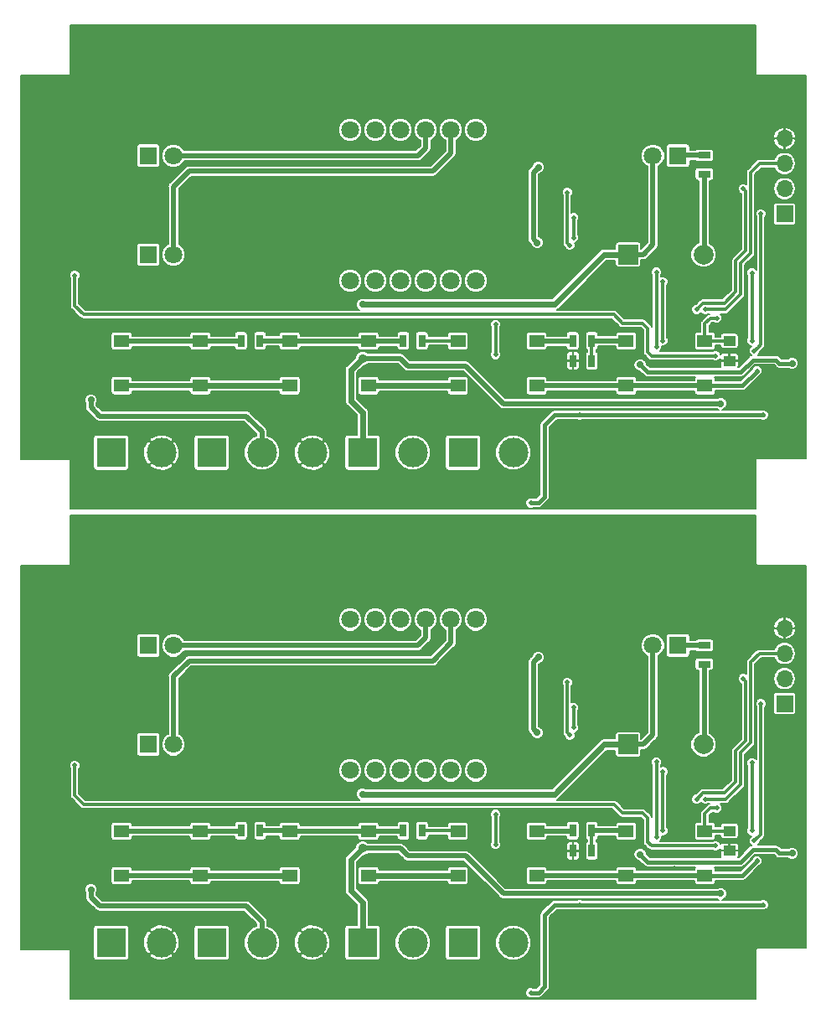
<source format=gbr>
%TF.GenerationSoftware,KiCad,Pcbnew,(5.0.1)-3*%
%TF.CreationDate,2019-02-02T04:30:43+03:00*%
%TF.ProjectId,Thermostat_V1 - Copy,546865726D6F737461745F5631202D20,rev?*%
%TF.SameCoordinates,Original*%
%TF.FileFunction,Copper,L2,Bot,Signal*%
%TF.FilePolarity,Positive*%
%FSLAX46Y46*%
G04 Gerber Fmt 4.6, Leading zero omitted, Abs format (unit mm)*
G04 Created by KiCad (PCBNEW (5.0.1)-3) date 2/2/2019 4:30:43 AM*
%MOMM*%
%LPD*%
G01*
G04 APERTURE LIST*
%ADD10R,1.550000X1.300000*%
%ADD11O,1.700000X1.700000*%
%ADD12R,1.700000X1.700000*%
%ADD13C,1.800000*%
%ADD14R,1.800000X1.800000*%
%ADD15C,3.000000*%
%ADD16R,3.000000X3.000000*%
%ADD17R,0.700000X1.300000*%
%ADD18R,1.300000X0.700000*%
%ADD19R,1.250000X1.000000*%
%ADD20C,2.000000*%
%ADD21R,2.000000X2.000000*%
%ADD22C,0.700000*%
%ADD23C,0.500000*%
%ADD24C,0.900000*%
%ADD25C,0.400000*%
%ADD26C,0.300000*%
%ADD27C,0.600000*%
%ADD28C,0.500000*%
%ADD29C,0.200000*%
G04 APERTURE END LIST*
D10*
X38480000Y-142250000D03*
X38480000Y-146750000D03*
X30520000Y-146750000D03*
X30520000Y-142250000D03*
D11*
X97536000Y-121763000D03*
X97536000Y-124303000D03*
X97536000Y-126843000D03*
D12*
X97536000Y-129383000D03*
D10*
X81520000Y-142250000D03*
X81520000Y-146750000D03*
X89480000Y-146750000D03*
X89480000Y-142250000D03*
D13*
X35770000Y-123500000D03*
D14*
X33230000Y-123500000D03*
D13*
X84230000Y-123500000D03*
D14*
X86770000Y-123500000D03*
D10*
X47520000Y-142250000D03*
X47520000Y-146750000D03*
X55480000Y-146750000D03*
X55480000Y-142250000D03*
X72480000Y-142250000D03*
X72480000Y-146750000D03*
X64520000Y-146750000D03*
X64520000Y-142250000D03*
D14*
X33230000Y-133500000D03*
D13*
X35770000Y-133500000D03*
D15*
X34544000Y-153513000D03*
D16*
X29464000Y-153513000D03*
D17*
X42611000Y-142210000D03*
X44511000Y-142210000D03*
D18*
X89408000Y-125380000D03*
X89408000Y-123480000D03*
D17*
X60894000Y-142210000D03*
X58994000Y-142210000D03*
X76139000Y-144242000D03*
X78039000Y-144242000D03*
X76139000Y-142210000D03*
X78039000Y-142210000D03*
D19*
X91948000Y-142226000D03*
X91948000Y-144226000D03*
D15*
X70104000Y-153513000D03*
D16*
X65024000Y-153513000D03*
D13*
X53650000Y-120880000D03*
X56190000Y-120880000D03*
X58730000Y-120880000D03*
X61270000Y-120880000D03*
X63810000Y-120880000D03*
X66350000Y-120880000D03*
X53650000Y-136120000D03*
X56190000Y-136120000D03*
X58730000Y-136120000D03*
X61270000Y-136120000D03*
X63810000Y-136120000D03*
X66350000Y-136120000D03*
D20*
X89324500Y-133500000D03*
D21*
X81724500Y-133500000D03*
D15*
X59944000Y-153513000D03*
D16*
X54864000Y-153513000D03*
D15*
X49784000Y-153513000D03*
X44704000Y-153513000D03*
D16*
X39624000Y-153513000D03*
D14*
X86770000Y-74000000D03*
D13*
X84230000Y-74000000D03*
X35770000Y-84000000D03*
D14*
X33230000Y-84000000D03*
X33230000Y-74000000D03*
D13*
X35770000Y-74000000D03*
D10*
X89480000Y-92750000D03*
X89480000Y-97250000D03*
X81520000Y-97250000D03*
X81520000Y-92750000D03*
X64520000Y-92750000D03*
X64520000Y-97250000D03*
X72480000Y-97250000D03*
X72480000Y-92750000D03*
X55480000Y-92750000D03*
X55480000Y-97250000D03*
X47520000Y-97250000D03*
X47520000Y-92750000D03*
X30520000Y-92750000D03*
X30520000Y-97250000D03*
X38480000Y-97250000D03*
X38480000Y-92750000D03*
D12*
X97536000Y-79883000D03*
D11*
X97536000Y-77343000D03*
X97536000Y-74803000D03*
X97536000Y-72263000D03*
D19*
X91948000Y-94726000D03*
X91948000Y-92726000D03*
D17*
X44511000Y-92710000D03*
X42611000Y-92710000D03*
X58994000Y-92710000D03*
X60894000Y-92710000D03*
D18*
X89408000Y-73980000D03*
X89408000Y-75880000D03*
D17*
X78039000Y-92710000D03*
X76139000Y-92710000D03*
X78039000Y-94742000D03*
X76139000Y-94742000D03*
D21*
X81724500Y-84000000D03*
D20*
X89324500Y-84000000D03*
D16*
X54864000Y-104013000D03*
D15*
X59944000Y-104013000D03*
D16*
X39624000Y-104013000D03*
D15*
X44704000Y-104013000D03*
X49784000Y-104013000D03*
D13*
X66350000Y-86620000D03*
X63810000Y-86620000D03*
X61270000Y-86620000D03*
X58730000Y-86620000D03*
X56190000Y-86620000D03*
X53650000Y-86620000D03*
X66350000Y-71380000D03*
X63810000Y-71380000D03*
X61270000Y-71380000D03*
X58730000Y-71380000D03*
X56190000Y-71380000D03*
X53650000Y-71380000D03*
D16*
X65024000Y-104013000D03*
D15*
X70104000Y-104013000D03*
D16*
X29464000Y-104013000D03*
D15*
X34544000Y-104013000D03*
D22*
X87376000Y-107950000D03*
X89916000Y-108061000D03*
D23*
X98425000Y-96901000D03*
D22*
X68326000Y-109093000D03*
X41275000Y-89027000D03*
D23*
X51054000Y-88138000D03*
D22*
X50927000Y-93599000D03*
X51816000Y-94107000D03*
X66548000Y-94615000D03*
X62865000Y-93980000D03*
X64389000Y-66675000D03*
X59309000Y-66675000D03*
X54229000Y-66675000D03*
X49276000Y-66675000D03*
X73152000Y-78994000D03*
X70104000Y-84074000D03*
X71247000Y-72644000D03*
D23*
X87757000Y-91313000D03*
X81788000Y-90043000D03*
D22*
X91440000Y-78867000D03*
X97536000Y-82804000D03*
X27051000Y-82296000D03*
D23*
X30226000Y-89027000D03*
D22*
X28702000Y-93345000D03*
X25400000Y-98679000D03*
D23*
X97520000Y-90424000D03*
X97520000Y-92202000D03*
D22*
X55880000Y-90932000D03*
D23*
X79248000Y-102108000D03*
X79248000Y-103886000D03*
X79248000Y-105918000D03*
X79883000Y-98171000D03*
X86360000Y-96520000D03*
X90551000Y-94996000D03*
X87884000Y-89408000D03*
D22*
X51816000Y-143607000D03*
X62865000Y-143480000D03*
X64389000Y-116175000D03*
D23*
X98425000Y-146401000D03*
X51054000Y-137638000D03*
D22*
X66548000Y-144115000D03*
X89916000Y-157561000D03*
X68326000Y-158593000D03*
X41275000Y-138527000D03*
X87376000Y-157450000D03*
X50927000Y-143099000D03*
D23*
X87884000Y-138908000D03*
D22*
X55880000Y-140432000D03*
X28702000Y-142845000D03*
X91440000Y-128367000D03*
D23*
X97520000Y-139924000D03*
D22*
X71247000Y-122144000D03*
X49276000Y-116175000D03*
X70104000Y-133574000D03*
D23*
X81788000Y-139543000D03*
D22*
X27051000Y-131796000D03*
D23*
X97520000Y-141702000D03*
X87757000Y-140813000D03*
D22*
X97536000Y-132304000D03*
D23*
X30226000Y-138527000D03*
D22*
X25400000Y-148179000D03*
X59309000Y-116175000D03*
X54229000Y-116175000D03*
X73152000Y-128494000D03*
D23*
X90551000Y-144496000D03*
X79883000Y-147671000D03*
X79248000Y-153386000D03*
X79248000Y-151608000D03*
X79248000Y-155418000D03*
X86360000Y-146020000D03*
D22*
X98298000Y-94996000D03*
X82931000Y-95123000D03*
X82931000Y-144623000D03*
X98298000Y-144496000D03*
D23*
X94234000Y-92710000D03*
X94234000Y-85852000D03*
X94234000Y-142210000D03*
X94234000Y-135352000D03*
D24*
X54864000Y-94488000D03*
D22*
X72517000Y-82804000D03*
X72644000Y-75184000D03*
X54864000Y-89027000D03*
X91059000Y-99060000D03*
D24*
X54864000Y-143988000D03*
D22*
X72517000Y-132304000D03*
X54864000Y-138527000D03*
X72644000Y-124684000D03*
X91059000Y-148560000D03*
D23*
X78359000Y-97250000D03*
X94742000Y-95758000D03*
X78359000Y-146750000D03*
X94742000Y-145258000D03*
X71882000Y-109093000D03*
X76835000Y-100203000D03*
X95377000Y-100203000D03*
X76835000Y-149703000D03*
X71882000Y-158593000D03*
X95377000Y-149703000D03*
D22*
X27432000Y-98679000D03*
X27432000Y-148179000D03*
D23*
X84577164Y-85775979D03*
X84582000Y-93345000D03*
X84577164Y-135275979D03*
X84582000Y-142845000D03*
X95123000Y-79883000D03*
X94470083Y-93726337D03*
X95123000Y-129383000D03*
X94470083Y-143226337D03*
X68326000Y-94107000D03*
X68326000Y-91059000D03*
X68326000Y-143607000D03*
X68326000Y-140559000D03*
X85217000Y-86741000D03*
X85217000Y-92710000D03*
X85217000Y-142210000D03*
X85217000Y-136241000D03*
X90678000Y-90424000D03*
X90678000Y-139924000D03*
X25781000Y-86106000D03*
X90551000Y-94234000D03*
X90551000Y-143734000D03*
X25781000Y-135606000D03*
X76200000Y-82296000D03*
X76200000Y-80264000D03*
X76200000Y-129764000D03*
X76200000Y-131796000D03*
X75819000Y-83058000D03*
X75565000Y-77724000D03*
X75565000Y-127224000D03*
X75819000Y-132558000D03*
X88646000Y-89535000D03*
X93345000Y-77343000D03*
X88646000Y-139035000D03*
X93345000Y-126843000D03*
X89535000Y-89535000D03*
X89535000Y-139035000D03*
D25*
X83693000Y-95885000D02*
X82931000Y-95123000D01*
X93091000Y-95885000D02*
X83693000Y-95885000D01*
X94329999Y-94646001D02*
X93091000Y-95885000D01*
X96647000Y-94646001D02*
X94329999Y-94646001D01*
X96996999Y-94996000D02*
X96647000Y-94646001D01*
X98298000Y-94996000D02*
X96996999Y-94996000D01*
X96647000Y-144146001D02*
X94329999Y-144146001D01*
X96996999Y-144496000D02*
X96647000Y-144146001D01*
X93091000Y-145385000D02*
X83693000Y-145385000D01*
X94329999Y-144146001D02*
X93091000Y-145385000D01*
X98298000Y-144496000D02*
X96996999Y-144496000D01*
X83693000Y-145385000D02*
X82931000Y-144623000D01*
D26*
X94234000Y-92710000D02*
X94234000Y-85852000D01*
X94234000Y-142210000D02*
X94234000Y-135352000D01*
D27*
X54864000Y-104013000D02*
X54864000Y-99949000D01*
X54864000Y-99949000D02*
X53721000Y-98806000D01*
X53721000Y-98806000D02*
X53721000Y-95631000D01*
X53721000Y-95631000D02*
X54864000Y-94488000D01*
D28*
X83224500Y-84000000D02*
X81724500Y-84000000D01*
X84230000Y-82994500D02*
X83224500Y-84000000D01*
X84230000Y-74000000D02*
X84230000Y-82994500D01*
X72517000Y-82804000D02*
X72136000Y-82423000D01*
X72136000Y-82423000D02*
X72136000Y-75692000D01*
X72136000Y-75692000D02*
X72644000Y-75184000D01*
D27*
X74295000Y-89027000D02*
X54864000Y-89027000D01*
X81724500Y-84000000D02*
X79322000Y-84000000D01*
X79322000Y-84000000D02*
X74295000Y-89027000D01*
D28*
X91059000Y-99060000D02*
X69088000Y-99060000D01*
X69088000Y-99060000D02*
X65278000Y-95250000D01*
X65278000Y-95250000D02*
X59436000Y-95250000D01*
X58674000Y-94488000D02*
X54864000Y-94488000D01*
X59436000Y-95250000D02*
X58674000Y-94488000D01*
D27*
X81724500Y-133500000D02*
X79322000Y-133500000D01*
D28*
X65278000Y-144750000D02*
X59436000Y-144750000D01*
X83224500Y-133500000D02*
X81724500Y-133500000D01*
X84230000Y-123500000D02*
X84230000Y-132494500D01*
D27*
X54864000Y-153513000D02*
X54864000Y-149449000D01*
D28*
X58674000Y-143988000D02*
X54864000Y-143988000D01*
D27*
X54864000Y-149449000D02*
X53721000Y-148306000D01*
D28*
X84230000Y-132494500D02*
X83224500Y-133500000D01*
X72517000Y-132304000D02*
X72136000Y-131923000D01*
X59436000Y-144750000D02*
X58674000Y-143988000D01*
X91059000Y-148560000D02*
X69088000Y-148560000D01*
D27*
X53721000Y-148306000D02*
X53721000Y-145131000D01*
X79322000Y-133500000D02*
X74295000Y-138527000D01*
X53721000Y-145131000D02*
X54864000Y-143988000D01*
X74295000Y-138527000D02*
X54864000Y-138527000D01*
D28*
X69088000Y-148560000D02*
X65278000Y-144750000D01*
X72136000Y-131923000D02*
X72136000Y-125192000D01*
X72136000Y-125192000D02*
X72644000Y-124684000D01*
D27*
X63145000Y-97250000D02*
X55480000Y-97250000D01*
X64520000Y-97250000D02*
X63145000Y-97250000D01*
X47520000Y-97250000D02*
X38480000Y-97250000D01*
D28*
X72480000Y-97250000D02*
X78359000Y-97250000D01*
X78359000Y-97250000D02*
X81520000Y-97250000D01*
X81520000Y-97250000D02*
X89480000Y-97250000D01*
X30520000Y-97250000D02*
X38480000Y-97250000D01*
D25*
X93250000Y-97250000D02*
X89480000Y-97250000D01*
X94742000Y-95758000D02*
X93250000Y-97250000D01*
D27*
X63145000Y-146750000D02*
X55480000Y-146750000D01*
X64520000Y-146750000D02*
X63145000Y-146750000D01*
X47520000Y-146750000D02*
X38480000Y-146750000D01*
D28*
X78359000Y-146750000D02*
X81520000Y-146750000D01*
D25*
X94742000Y-145258000D02*
X93250000Y-146750000D01*
D28*
X30520000Y-146750000D02*
X38480000Y-146750000D01*
D25*
X93250000Y-146750000D02*
X89480000Y-146750000D01*
D28*
X81520000Y-146750000D02*
X89480000Y-146750000D01*
X72480000Y-146750000D02*
X78359000Y-146750000D01*
D25*
X76835000Y-100203000D02*
X95377000Y-100203000D01*
X74295000Y-100203000D02*
X76835000Y-100203000D01*
X73279000Y-101219000D02*
X74295000Y-100203000D01*
X73279000Y-108458000D02*
X73279000Y-101219000D01*
X71882000Y-109093000D02*
X72644000Y-109093000D01*
X72644000Y-109093000D02*
X73279000Y-108458000D01*
X74295000Y-149703000D02*
X76835000Y-149703000D01*
X73279000Y-150719000D02*
X74295000Y-149703000D01*
X73279000Y-157958000D02*
X73279000Y-150719000D01*
X72644000Y-158593000D02*
X73279000Y-157958000D01*
X71882000Y-158593000D02*
X72644000Y-158593000D01*
X76835000Y-149703000D02*
X95377000Y-149703000D01*
D28*
X44704000Y-101891680D02*
X43142320Y-100330000D01*
X44704000Y-104013000D02*
X44704000Y-101891680D01*
X43142320Y-100330000D02*
X28321000Y-100330000D01*
X28321000Y-100330000D02*
X27432000Y-99441000D01*
X27432000Y-99441000D02*
X27432000Y-98679000D01*
X43142320Y-149830000D02*
X28321000Y-149830000D01*
X44704000Y-151391680D02*
X43142320Y-149830000D01*
X28321000Y-149830000D02*
X27432000Y-148941000D01*
X44704000Y-153513000D02*
X44704000Y-151391680D01*
X27432000Y-148941000D02*
X27432000Y-148179000D01*
D26*
X84577164Y-85775979D02*
X84577164Y-93340164D01*
X84577164Y-93340164D02*
X84582000Y-93345000D01*
X84577164Y-135275979D02*
X84577164Y-142840164D01*
X84577164Y-142840164D02*
X84582000Y-142845000D01*
D28*
X89408000Y-83916500D02*
X89324500Y-84000000D01*
X89408000Y-75880000D02*
X89408000Y-83916500D01*
X89408000Y-133416500D02*
X89324500Y-133500000D01*
X89408000Y-125380000D02*
X89408000Y-133416500D01*
D26*
X95123000Y-93073420D02*
X94820082Y-93376338D01*
X94820082Y-93376338D02*
X94470083Y-93726337D01*
X95123000Y-79883000D02*
X95123000Y-93073420D01*
X95123000Y-129383000D02*
X95123000Y-142573420D01*
X94820082Y-142876338D02*
X94470083Y-143226337D01*
X95123000Y-142573420D02*
X94820082Y-142876338D01*
X68326000Y-94107000D02*
X68326000Y-91059000D01*
X68326000Y-143607000D02*
X68326000Y-140559000D01*
X85217000Y-86741000D02*
X85217000Y-92710000D01*
X85217000Y-136241000D02*
X85217000Y-142210000D01*
D28*
X63810000Y-73731000D02*
X63810000Y-71380000D01*
X61976000Y-75565000D02*
X63810000Y-73731000D01*
X37338000Y-75565000D02*
X61976000Y-75565000D01*
X35770000Y-84000000D02*
X35770000Y-77133000D01*
X35770000Y-77133000D02*
X37338000Y-75565000D01*
X63810000Y-123231000D02*
X63810000Y-120880000D01*
X61976000Y-125065000D02*
X63810000Y-123231000D01*
X37338000Y-125065000D02*
X61976000Y-125065000D01*
X35770000Y-126633000D02*
X37338000Y-125065000D01*
X35770000Y-133500000D02*
X35770000Y-126633000D01*
X37042792Y-74000000D02*
X35770000Y-74000000D01*
X60493000Y-74000000D02*
X37042792Y-74000000D01*
X61270000Y-71380000D02*
X61270000Y-73223000D01*
X61270000Y-73223000D02*
X60493000Y-74000000D01*
X60493000Y-123500000D02*
X37042792Y-123500000D01*
X61270000Y-122723000D02*
X60493000Y-123500000D01*
X61270000Y-120880000D02*
X61270000Y-122723000D01*
X37042792Y-123500000D02*
X35770000Y-123500000D01*
D26*
X78039000Y-94742000D02*
X78039000Y-92710000D01*
X91924000Y-92750000D02*
X91948000Y-92726000D01*
X89480000Y-92750000D02*
X91924000Y-92750000D01*
D28*
X81480000Y-92710000D02*
X81520000Y-92750000D01*
X78039000Y-92710000D02*
X81480000Y-92710000D01*
D26*
X90678000Y-90424000D02*
X90043000Y-90424000D01*
X89480000Y-90987000D02*
X89480000Y-92750000D01*
X90043000Y-90424000D02*
X89480000Y-90987000D01*
X89480000Y-142250000D02*
X91924000Y-142250000D01*
D28*
X81480000Y-142210000D02*
X81520000Y-142250000D01*
D26*
X89480000Y-140487000D02*
X89480000Y-142250000D01*
X90043000Y-139924000D02*
X89480000Y-140487000D01*
X91924000Y-142250000D02*
X91948000Y-142226000D01*
X78039000Y-144242000D02*
X78039000Y-142210000D01*
X90678000Y-139924000D02*
X90043000Y-139924000D01*
D28*
X78039000Y-142210000D02*
X81480000Y-142210000D01*
X30520000Y-92750000D02*
X38480000Y-92750000D01*
X42571000Y-92750000D02*
X42611000Y-92710000D01*
X38480000Y-92750000D02*
X42571000Y-92750000D01*
X38480000Y-142250000D02*
X42571000Y-142250000D01*
X30520000Y-142250000D02*
X38480000Y-142250000D01*
X42571000Y-142250000D02*
X42611000Y-142210000D01*
X86790000Y-73980000D02*
X86770000Y-74000000D01*
X89408000Y-73980000D02*
X86790000Y-73980000D01*
X89408000Y-123480000D02*
X86790000Y-123480000D01*
X86790000Y-123480000D02*
X86770000Y-123500000D01*
X47480000Y-92710000D02*
X47520000Y-92750000D01*
X44511000Y-92710000D02*
X47480000Y-92710000D01*
X47520000Y-92750000D02*
X55480000Y-92750000D01*
X58954000Y-92750000D02*
X58994000Y-92710000D01*
X55480000Y-92750000D02*
X58954000Y-92750000D01*
X58954000Y-142250000D02*
X58994000Y-142210000D01*
X47480000Y-142210000D02*
X47520000Y-142250000D01*
X44511000Y-142210000D02*
X47480000Y-142210000D01*
X47520000Y-142250000D02*
X55480000Y-142250000D01*
X55480000Y-142250000D02*
X58954000Y-142250000D01*
D26*
X25781000Y-89154000D02*
X25781000Y-86106000D01*
X26670000Y-90043000D02*
X25781000Y-89154000D01*
X84074000Y-94234000D02*
X83693000Y-93853000D01*
X90551000Y-94234000D02*
X84074000Y-94234000D01*
X83693000Y-93853000D02*
X83693000Y-91440000D01*
X83693000Y-91440000D02*
X83185000Y-90932000D01*
X80264000Y-90043000D02*
X26670000Y-90043000D01*
X83185000Y-90932000D02*
X81153000Y-90932000D01*
X81153000Y-90932000D02*
X80264000Y-90043000D01*
X25781000Y-138654000D02*
X25781000Y-135606000D01*
X84074000Y-143734000D02*
X83693000Y-143353000D01*
X26670000Y-139543000D02*
X25781000Y-138654000D01*
X83693000Y-140940000D02*
X83185000Y-140432000D01*
X80264000Y-139543000D02*
X26670000Y-139543000D01*
X83185000Y-140432000D02*
X81153000Y-140432000D01*
X90551000Y-143734000D02*
X84074000Y-143734000D01*
X81153000Y-140432000D02*
X80264000Y-139543000D01*
X83693000Y-143353000D02*
X83693000Y-140940000D01*
X76200000Y-82296000D02*
X76200000Y-80264000D01*
X76200000Y-131796000D02*
X76200000Y-129764000D01*
X75565000Y-82549002D02*
X75565000Y-77724000D01*
X75819000Y-83058000D02*
X75565000Y-82804000D01*
X75565000Y-82804000D02*
X75565000Y-82549002D01*
X75565000Y-132049002D02*
X75565000Y-127224000D01*
X75565000Y-132304000D02*
X75565000Y-132049002D01*
X75819000Y-132558000D02*
X75565000Y-132304000D01*
X88646000Y-89535000D02*
X89281000Y-88900000D01*
X89281000Y-88900000D02*
X91440000Y-88900000D01*
X91440000Y-88900000D02*
X92583000Y-87757000D01*
X92583000Y-84636880D02*
X93599000Y-83620880D01*
X92583000Y-87757000D02*
X92583000Y-84636880D01*
X93599000Y-83620880D02*
X93599000Y-77597000D01*
X93599000Y-77597000D02*
X93345000Y-77343000D01*
X93599000Y-127097000D02*
X93345000Y-126843000D01*
X88646000Y-139035000D02*
X89281000Y-138400000D01*
X89281000Y-138400000D02*
X91440000Y-138400000D01*
X92583000Y-134136880D02*
X93599000Y-133120880D01*
X92583000Y-137257000D02*
X92583000Y-134136880D01*
X91440000Y-138400000D02*
X92583000Y-137257000D01*
X93599000Y-133120880D02*
X93599000Y-127097000D01*
X94996000Y-74803000D02*
X97536000Y-74803000D01*
X91567000Y-89535000D02*
X93091000Y-88011000D01*
X89535000Y-89535000D02*
X91567000Y-89535000D01*
X93091000Y-88011000D02*
X93091000Y-84836000D01*
X93091000Y-84836000D02*
X94107000Y-83820000D01*
X94107000Y-83820000D02*
X94107000Y-75692000D01*
X94107000Y-75692000D02*
X94996000Y-74803000D01*
X94107000Y-125192000D02*
X94996000Y-124303000D01*
X91567000Y-139035000D02*
X93091000Y-137511000D01*
X89535000Y-139035000D02*
X91567000Y-139035000D01*
X93091000Y-137511000D02*
X93091000Y-134336000D01*
X93091000Y-134336000D02*
X94107000Y-133320000D01*
X94107000Y-133320000D02*
X94107000Y-125192000D01*
X94996000Y-124303000D02*
X97536000Y-124303000D01*
X64480000Y-92710000D02*
X64520000Y-92750000D01*
X60894000Y-92710000D02*
X64480000Y-92710000D01*
D28*
X76099000Y-92750000D02*
X76139000Y-92710000D01*
X72480000Y-92750000D02*
X76099000Y-92750000D01*
D26*
X60894000Y-142210000D02*
X64480000Y-142210000D01*
D28*
X72480000Y-142250000D02*
X76099000Y-142250000D01*
D26*
X64480000Y-142210000D02*
X64520000Y-142250000D01*
D28*
X76099000Y-142250000D02*
X76139000Y-142210000D01*
D29*
G36*
X94642000Y-65786000D02*
X94649612Y-65824268D01*
X94671289Y-65856711D01*
X94703732Y-65878388D01*
X94742000Y-65886000D01*
X99675000Y-65886000D01*
X99675000Y-104548000D01*
X94742000Y-104548000D01*
X94703732Y-104555612D01*
X94671289Y-104577289D01*
X94649612Y-104609732D01*
X94642000Y-104648000D01*
X94642000Y-109675000D01*
X25373000Y-109675000D01*
X25373000Y-104775000D01*
X25365388Y-104736732D01*
X25343711Y-104704289D01*
X25311268Y-104682612D01*
X25273000Y-104675000D01*
X20325000Y-104675000D01*
X20325000Y-102513000D01*
X27658123Y-102513000D01*
X27658123Y-105513000D01*
X27681407Y-105630054D01*
X27747712Y-105729288D01*
X27846946Y-105795593D01*
X27964000Y-105818877D01*
X30964000Y-105818877D01*
X31081054Y-105795593D01*
X31180288Y-105729288D01*
X31246593Y-105630054D01*
X31269877Y-105513000D01*
X31269877Y-105275246D01*
X33317109Y-105275246D01*
X33485584Y-105512317D01*
X34139915Y-105803226D01*
X34855765Y-105821590D01*
X35524150Y-105564611D01*
X35602416Y-105512317D01*
X35770891Y-105275246D01*
X34544000Y-104048355D01*
X33317109Y-105275246D01*
X31269877Y-105275246D01*
X31269877Y-104324765D01*
X32735410Y-104324765D01*
X32992389Y-104993150D01*
X33044683Y-105071416D01*
X33281754Y-105239891D01*
X34508645Y-104013000D01*
X34579355Y-104013000D01*
X35806246Y-105239891D01*
X36043317Y-105071416D01*
X36334226Y-104417085D01*
X36352590Y-103701235D01*
X36095611Y-103032850D01*
X36043317Y-102954584D01*
X35806246Y-102786109D01*
X34579355Y-104013000D01*
X34508645Y-104013000D01*
X33281754Y-102786109D01*
X33044683Y-102954584D01*
X32753774Y-103608915D01*
X32735410Y-104324765D01*
X31269877Y-104324765D01*
X31269877Y-102750754D01*
X33317109Y-102750754D01*
X34544000Y-103977645D01*
X35770891Y-102750754D01*
X35602416Y-102513683D01*
X35600880Y-102513000D01*
X37818123Y-102513000D01*
X37818123Y-105513000D01*
X37841407Y-105630054D01*
X37907712Y-105729288D01*
X38006946Y-105795593D01*
X38124000Y-105818877D01*
X41124000Y-105818877D01*
X41241054Y-105795593D01*
X41340288Y-105729288D01*
X41406593Y-105630054D01*
X41429877Y-105513000D01*
X41429877Y-102513000D01*
X41406593Y-102395946D01*
X41340288Y-102296712D01*
X41241054Y-102230407D01*
X41124000Y-102207123D01*
X38124000Y-102207123D01*
X38006946Y-102230407D01*
X37907712Y-102296712D01*
X37841407Y-102395946D01*
X37818123Y-102513000D01*
X35600880Y-102513000D01*
X34948085Y-102222774D01*
X34232235Y-102204410D01*
X33563850Y-102461389D01*
X33485584Y-102513683D01*
X33317109Y-102750754D01*
X31269877Y-102750754D01*
X31269877Y-102513000D01*
X31246593Y-102395946D01*
X31180288Y-102296712D01*
X31081054Y-102230407D01*
X30964000Y-102207123D01*
X27964000Y-102207123D01*
X27846946Y-102230407D01*
X27747712Y-102296712D01*
X27681407Y-102395946D01*
X27658123Y-102513000D01*
X20325000Y-102513000D01*
X20325000Y-98549707D01*
X26782000Y-98549707D01*
X26782000Y-98808293D01*
X26880957Y-99047195D01*
X26882000Y-99048238D01*
X26882000Y-99386831D01*
X26871225Y-99441000D01*
X26882000Y-99495169D01*
X26913911Y-99655598D01*
X27035472Y-99837528D01*
X27081400Y-99868216D01*
X27893786Y-100680603D01*
X27924472Y-100726528D01*
X28106401Y-100848089D01*
X28266830Y-100880000D01*
X28266831Y-100880000D01*
X28321000Y-100890775D01*
X28375169Y-100880000D01*
X42914504Y-100880000D01*
X44154001Y-102119498D01*
X44154001Y-102292511D01*
X43684382Y-102487034D01*
X43178034Y-102993382D01*
X42904000Y-103654958D01*
X42904000Y-104371042D01*
X43178034Y-105032618D01*
X43684382Y-105538966D01*
X44345958Y-105813000D01*
X45062042Y-105813000D01*
X45723618Y-105538966D01*
X45987338Y-105275246D01*
X48557109Y-105275246D01*
X48725584Y-105512317D01*
X49379915Y-105803226D01*
X50095765Y-105821590D01*
X50764150Y-105564611D01*
X50842416Y-105512317D01*
X51010891Y-105275246D01*
X49784000Y-104048355D01*
X48557109Y-105275246D01*
X45987338Y-105275246D01*
X46229966Y-105032618D01*
X46504000Y-104371042D01*
X46504000Y-104324765D01*
X47975410Y-104324765D01*
X48232389Y-104993150D01*
X48284683Y-105071416D01*
X48521754Y-105239891D01*
X49748645Y-104013000D01*
X49819355Y-104013000D01*
X51046246Y-105239891D01*
X51283317Y-105071416D01*
X51574226Y-104417085D01*
X51592590Y-103701235D01*
X51335611Y-103032850D01*
X51283317Y-102954584D01*
X51046246Y-102786109D01*
X49819355Y-104013000D01*
X49748645Y-104013000D01*
X48521754Y-102786109D01*
X48284683Y-102954584D01*
X47993774Y-103608915D01*
X47975410Y-104324765D01*
X46504000Y-104324765D01*
X46504000Y-103654958D01*
X46229966Y-102993382D01*
X45987338Y-102750754D01*
X48557109Y-102750754D01*
X49784000Y-103977645D01*
X51010891Y-102750754D01*
X50842416Y-102513683D01*
X50840880Y-102513000D01*
X53058123Y-102513000D01*
X53058123Y-105513000D01*
X53081407Y-105630054D01*
X53147712Y-105729288D01*
X53246946Y-105795593D01*
X53364000Y-105818877D01*
X56364000Y-105818877D01*
X56481054Y-105795593D01*
X56580288Y-105729288D01*
X56646593Y-105630054D01*
X56669877Y-105513000D01*
X56669877Y-103654958D01*
X58144000Y-103654958D01*
X58144000Y-104371042D01*
X58418034Y-105032618D01*
X58924382Y-105538966D01*
X59585958Y-105813000D01*
X60302042Y-105813000D01*
X60963618Y-105538966D01*
X61469966Y-105032618D01*
X61744000Y-104371042D01*
X61744000Y-103654958D01*
X61469966Y-102993382D01*
X60989584Y-102513000D01*
X63218123Y-102513000D01*
X63218123Y-105513000D01*
X63241407Y-105630054D01*
X63307712Y-105729288D01*
X63406946Y-105795593D01*
X63524000Y-105818877D01*
X66524000Y-105818877D01*
X66641054Y-105795593D01*
X66740288Y-105729288D01*
X66806593Y-105630054D01*
X66829877Y-105513000D01*
X66829877Y-103654958D01*
X68304000Y-103654958D01*
X68304000Y-104371042D01*
X68578034Y-105032618D01*
X69084382Y-105538966D01*
X69745958Y-105813000D01*
X70462042Y-105813000D01*
X71123618Y-105538966D01*
X71629966Y-105032618D01*
X71904000Y-104371042D01*
X71904000Y-103654958D01*
X71629966Y-102993382D01*
X71123618Y-102487034D01*
X70462042Y-102213000D01*
X69745958Y-102213000D01*
X69084382Y-102487034D01*
X68578034Y-102993382D01*
X68304000Y-103654958D01*
X66829877Y-103654958D01*
X66829877Y-102513000D01*
X66806593Y-102395946D01*
X66740288Y-102296712D01*
X66641054Y-102230407D01*
X66524000Y-102207123D01*
X63524000Y-102207123D01*
X63406946Y-102230407D01*
X63307712Y-102296712D01*
X63241407Y-102395946D01*
X63218123Y-102513000D01*
X60989584Y-102513000D01*
X60963618Y-102487034D01*
X60302042Y-102213000D01*
X59585958Y-102213000D01*
X58924382Y-102487034D01*
X58418034Y-102993382D01*
X58144000Y-103654958D01*
X56669877Y-103654958D01*
X56669877Y-102513000D01*
X56646593Y-102395946D01*
X56580288Y-102296712D01*
X56481054Y-102230407D01*
X56364000Y-102207123D01*
X55464000Y-102207123D01*
X55464000Y-100008086D01*
X55475753Y-99948999D01*
X55464000Y-99889913D01*
X55464000Y-99889909D01*
X55429187Y-99714892D01*
X55296575Y-99516425D01*
X55246481Y-99482953D01*
X54321000Y-98557473D01*
X54321000Y-96600000D01*
X54399123Y-96600000D01*
X54399123Y-97900000D01*
X54422407Y-98017054D01*
X54488712Y-98116288D01*
X54587946Y-98182593D01*
X54705000Y-98205877D01*
X56255000Y-98205877D01*
X56372054Y-98182593D01*
X56471288Y-98116288D01*
X56537593Y-98017054D01*
X56560877Y-97900000D01*
X56560877Y-97850000D01*
X63439123Y-97850000D01*
X63439123Y-97900000D01*
X63462407Y-98017054D01*
X63528712Y-98116288D01*
X63627946Y-98182593D01*
X63745000Y-98205877D01*
X65295000Y-98205877D01*
X65412054Y-98182593D01*
X65511288Y-98116288D01*
X65577593Y-98017054D01*
X65600877Y-97900000D01*
X65600877Y-96600000D01*
X65577593Y-96482946D01*
X65511288Y-96383712D01*
X65412054Y-96317407D01*
X65295000Y-96294123D01*
X63745000Y-96294123D01*
X63627946Y-96317407D01*
X63528712Y-96383712D01*
X63462407Y-96482946D01*
X63439123Y-96600000D01*
X63439123Y-96650000D01*
X56560877Y-96650000D01*
X56560877Y-96600000D01*
X56537593Y-96482946D01*
X56471288Y-96383712D01*
X56372054Y-96317407D01*
X56255000Y-96294123D01*
X54705000Y-96294123D01*
X54587946Y-96317407D01*
X54488712Y-96383712D01*
X54422407Y-96482946D01*
X54399123Y-96600000D01*
X54321000Y-96600000D01*
X54321000Y-95879527D01*
X54962528Y-95238000D01*
X55013184Y-95238000D01*
X55288841Y-95123819D01*
X55374660Y-95038000D01*
X58446184Y-95038000D01*
X59008786Y-95600602D01*
X59039472Y-95646528D01*
X59221401Y-95768089D01*
X59381830Y-95800000D01*
X59381831Y-95800000D01*
X59436000Y-95810775D01*
X59490169Y-95800000D01*
X65050184Y-95800000D01*
X68660786Y-99410603D01*
X68691472Y-99456528D01*
X68873401Y-99578089D01*
X69033830Y-99610000D01*
X69033831Y-99610000D01*
X69088000Y-99620775D01*
X69142169Y-99610000D01*
X90689762Y-99610000D01*
X90690805Y-99611043D01*
X90912808Y-99703000D01*
X77065112Y-99703000D01*
X76944402Y-99653000D01*
X76725598Y-99653000D01*
X76604888Y-99703000D01*
X74344241Y-99703000D01*
X74295000Y-99693205D01*
X74245758Y-99703000D01*
X74245757Y-99703000D01*
X74099910Y-99732011D01*
X73934520Y-99842520D01*
X73906625Y-99884268D01*
X72960268Y-100830626D01*
X72918521Y-100858520D01*
X72890627Y-100900267D01*
X72808012Y-101023910D01*
X72769205Y-101219000D01*
X72779001Y-101268246D01*
X72779000Y-108250893D01*
X72436894Y-108593000D01*
X72112112Y-108593000D01*
X71991402Y-108543000D01*
X71772598Y-108543000D01*
X71570450Y-108626733D01*
X71415733Y-108781450D01*
X71332000Y-108983598D01*
X71332000Y-109202402D01*
X71415733Y-109404550D01*
X71570450Y-109559267D01*
X71772598Y-109643000D01*
X71991402Y-109643000D01*
X72112112Y-109593000D01*
X72594759Y-109593000D01*
X72644000Y-109602795D01*
X72693241Y-109593000D01*
X72693243Y-109593000D01*
X72839090Y-109563989D01*
X73004480Y-109453480D01*
X73032376Y-109411730D01*
X73597733Y-108846374D01*
X73639480Y-108818480D01*
X73749989Y-108653090D01*
X73779000Y-108507243D01*
X73779000Y-108507242D01*
X73788795Y-108458000D01*
X73779000Y-108408757D01*
X73779000Y-101426106D01*
X74502107Y-100703000D01*
X76604888Y-100703000D01*
X76725598Y-100753000D01*
X76944402Y-100753000D01*
X77065112Y-100703000D01*
X95146888Y-100703000D01*
X95267598Y-100753000D01*
X95486402Y-100753000D01*
X95688550Y-100669267D01*
X95843267Y-100514550D01*
X95927000Y-100312402D01*
X95927000Y-100093598D01*
X95843267Y-99891450D01*
X95688550Y-99736733D01*
X95486402Y-99653000D01*
X95267598Y-99653000D01*
X95146888Y-99703000D01*
X91205192Y-99703000D01*
X91427195Y-99611043D01*
X91610043Y-99428195D01*
X91709000Y-99189293D01*
X91709000Y-98930707D01*
X91610043Y-98691805D01*
X91427195Y-98508957D01*
X91188293Y-98410000D01*
X90929707Y-98410000D01*
X90690805Y-98508957D01*
X90689762Y-98510000D01*
X69315817Y-98510000D01*
X67405817Y-96600000D01*
X71399123Y-96600000D01*
X71399123Y-97900000D01*
X71422407Y-98017054D01*
X71488712Y-98116288D01*
X71587946Y-98182593D01*
X71705000Y-98205877D01*
X73255000Y-98205877D01*
X73372054Y-98182593D01*
X73471288Y-98116288D01*
X73537593Y-98017054D01*
X73560877Y-97900000D01*
X73560877Y-97800000D01*
X80439123Y-97800000D01*
X80439123Y-97900000D01*
X80462407Y-98017054D01*
X80528712Y-98116288D01*
X80627946Y-98182593D01*
X80745000Y-98205877D01*
X82295000Y-98205877D01*
X82412054Y-98182593D01*
X82511288Y-98116288D01*
X82577593Y-98017054D01*
X82600877Y-97900000D01*
X82600877Y-97800000D01*
X88399123Y-97800000D01*
X88399123Y-97900000D01*
X88422407Y-98017054D01*
X88488712Y-98116288D01*
X88587946Y-98182593D01*
X88705000Y-98205877D01*
X90255000Y-98205877D01*
X90372054Y-98182593D01*
X90471288Y-98116288D01*
X90537593Y-98017054D01*
X90560877Y-97900000D01*
X90560877Y-97750000D01*
X93200759Y-97750000D01*
X93250000Y-97759795D01*
X93299241Y-97750000D01*
X93299243Y-97750000D01*
X93445090Y-97720989D01*
X93610480Y-97610480D01*
X93638376Y-97568730D01*
X94932840Y-96274267D01*
X95053550Y-96224267D01*
X95208267Y-96069550D01*
X95292000Y-95867402D01*
X95292000Y-95648598D01*
X95208267Y-95446450D01*
X95053550Y-95291733D01*
X94851402Y-95208000D01*
X94632598Y-95208000D01*
X94430450Y-95291733D01*
X94275733Y-95446450D01*
X94225733Y-95567160D01*
X93042894Y-96750000D01*
X90560877Y-96750000D01*
X90560877Y-96600000D01*
X90537593Y-96482946D01*
X90472149Y-96385000D01*
X93041759Y-96385000D01*
X93091000Y-96394795D01*
X93140241Y-96385000D01*
X93140243Y-96385000D01*
X93286090Y-96355989D01*
X93451480Y-96245480D01*
X93479376Y-96203730D01*
X94537106Y-95146001D01*
X96439894Y-95146001D01*
X96608624Y-95314732D01*
X96636519Y-95356480D01*
X96801909Y-95466989D01*
X96947756Y-95496000D01*
X96947757Y-95496000D01*
X96996998Y-95505795D01*
X97046239Y-95496000D01*
X97878762Y-95496000D01*
X97929805Y-95547043D01*
X98168707Y-95646000D01*
X98427293Y-95646000D01*
X98666195Y-95547043D01*
X98849043Y-95364195D01*
X98948000Y-95125293D01*
X98948000Y-94866707D01*
X98849043Y-94627805D01*
X98666195Y-94444957D01*
X98427293Y-94346000D01*
X98168707Y-94346000D01*
X97929805Y-94444957D01*
X97878762Y-94496000D01*
X97204106Y-94496000D01*
X97035376Y-94327271D01*
X97007480Y-94285521D01*
X96842090Y-94175012D01*
X96696243Y-94146001D01*
X96696241Y-94146001D01*
X96647000Y-94136206D01*
X96597759Y-94146001D01*
X94828236Y-94146001D01*
X94936350Y-94037887D01*
X95020083Y-93835739D01*
X95020083Y-93812733D01*
X95409857Y-93422959D01*
X95447432Y-93397852D01*
X95546891Y-93249001D01*
X95573000Y-93117741D01*
X95573000Y-93117740D01*
X95581816Y-93073420D01*
X95573000Y-93029100D01*
X95573000Y-80210817D01*
X95589267Y-80194550D01*
X95673000Y-79992402D01*
X95673000Y-79773598D01*
X95589267Y-79571450D01*
X95434550Y-79416733D01*
X95232402Y-79333000D01*
X95013598Y-79333000D01*
X94811450Y-79416733D01*
X94656733Y-79571450D01*
X94573000Y-79773598D01*
X94573000Y-79992402D01*
X94656733Y-80194550D01*
X94673000Y-80210817D01*
X94673000Y-85513183D01*
X94545550Y-85385733D01*
X94343402Y-85302000D01*
X94124598Y-85302000D01*
X93922450Y-85385733D01*
X93767733Y-85540450D01*
X93684000Y-85742598D01*
X93684000Y-85961402D01*
X93767733Y-86163550D01*
X93784001Y-86179818D01*
X93784000Y-92382183D01*
X93767733Y-92398450D01*
X93684000Y-92600598D01*
X93684000Y-92819402D01*
X93767733Y-93021550D01*
X93922450Y-93176267D01*
X94124598Y-93260000D01*
X94158702Y-93260000D01*
X94158533Y-93260070D01*
X94003816Y-93414787D01*
X93920083Y-93616935D01*
X93920083Y-93835739D01*
X94003816Y-94037887D01*
X94139940Y-94174011D01*
X94134909Y-94175012D01*
X93969519Y-94285521D01*
X93941624Y-94327269D01*
X92883894Y-95385000D01*
X92831858Y-95385000D01*
X92873000Y-95285674D01*
X92873000Y-94826000D01*
X92798000Y-94751000D01*
X91973000Y-94751000D01*
X91973000Y-94771000D01*
X91923000Y-94771000D01*
X91923000Y-94751000D01*
X91098000Y-94751000D01*
X91023000Y-94826000D01*
X91023000Y-95285674D01*
X91064142Y-95385000D01*
X83900107Y-95385000D01*
X83581000Y-95065894D01*
X83581000Y-94993707D01*
X83482043Y-94754805D01*
X83299195Y-94571957D01*
X83060293Y-94473000D01*
X82801707Y-94473000D01*
X82562805Y-94571957D01*
X82379957Y-94754805D01*
X82281000Y-94993707D01*
X82281000Y-95252293D01*
X82379957Y-95491195D01*
X82562805Y-95674043D01*
X82801707Y-95773000D01*
X82873894Y-95773000D01*
X83304625Y-96203732D01*
X83332520Y-96245480D01*
X83497909Y-96355988D01*
X83497910Y-96355989D01*
X83693000Y-96394795D01*
X83742243Y-96385000D01*
X88487851Y-96385000D01*
X88422407Y-96482946D01*
X88399123Y-96600000D01*
X88399123Y-96700000D01*
X82600877Y-96700000D01*
X82600877Y-96600000D01*
X82577593Y-96482946D01*
X82511288Y-96383712D01*
X82412054Y-96317407D01*
X82295000Y-96294123D01*
X80745000Y-96294123D01*
X80627946Y-96317407D01*
X80528712Y-96383712D01*
X80462407Y-96482946D01*
X80439123Y-96600000D01*
X80439123Y-96700000D01*
X73560877Y-96700000D01*
X73560877Y-96600000D01*
X73537593Y-96482946D01*
X73471288Y-96383712D01*
X73372054Y-96317407D01*
X73255000Y-96294123D01*
X71705000Y-96294123D01*
X71587946Y-96317407D01*
X71488712Y-96383712D01*
X71422407Y-96482946D01*
X71399123Y-96600000D01*
X67405817Y-96600000D01*
X65705216Y-94899400D01*
X65674528Y-94853472D01*
X65657359Y-94842000D01*
X75489000Y-94842000D01*
X75489000Y-95451673D01*
X75534672Y-95561936D01*
X75619063Y-95646328D01*
X75729326Y-95692000D01*
X76039000Y-95692000D01*
X76114000Y-95617000D01*
X76114000Y-94767000D01*
X76164000Y-94767000D01*
X76164000Y-95617000D01*
X76239000Y-95692000D01*
X76548674Y-95692000D01*
X76658937Y-95646328D01*
X76743328Y-95561936D01*
X76789000Y-95451673D01*
X76789000Y-94842000D01*
X76714000Y-94767000D01*
X76164000Y-94767000D01*
X76114000Y-94767000D01*
X75564000Y-94767000D01*
X75489000Y-94842000D01*
X65657359Y-94842000D01*
X65492599Y-94731911D01*
X65332170Y-94700000D01*
X65332169Y-94700000D01*
X65278000Y-94689225D01*
X65223831Y-94700000D01*
X59663817Y-94700000D01*
X59101216Y-94137400D01*
X59070528Y-94091472D01*
X58888599Y-93969911D01*
X58728170Y-93938000D01*
X58728169Y-93938000D01*
X58674000Y-93927225D01*
X58619831Y-93938000D01*
X55374660Y-93938000D01*
X55288841Y-93852181D01*
X55013184Y-93738000D01*
X54714816Y-93738000D01*
X54439159Y-93852181D01*
X54228181Y-94063159D01*
X54114000Y-94338816D01*
X54114000Y-94389472D01*
X53338519Y-95164953D01*
X53288426Y-95198425D01*
X53254954Y-95248519D01*
X53254953Y-95248520D01*
X53155814Y-95396892D01*
X53109247Y-95631000D01*
X53121001Y-95690091D01*
X53121000Y-98746914D01*
X53109247Y-98806000D01*
X53121000Y-98865086D01*
X53121000Y-98865090D01*
X53155813Y-99040107D01*
X53288425Y-99238575D01*
X53338521Y-99272049D01*
X54264001Y-100197529D01*
X54264000Y-102207123D01*
X53364000Y-102207123D01*
X53246946Y-102230407D01*
X53147712Y-102296712D01*
X53081407Y-102395946D01*
X53058123Y-102513000D01*
X50840880Y-102513000D01*
X50188085Y-102222774D01*
X49472235Y-102204410D01*
X48803850Y-102461389D01*
X48725584Y-102513683D01*
X48557109Y-102750754D01*
X45987338Y-102750754D01*
X45723618Y-102487034D01*
X45254000Y-102292512D01*
X45254000Y-101945848D01*
X45264775Y-101891679D01*
X45224656Y-101689988D01*
X45222089Y-101677081D01*
X45100528Y-101495152D01*
X45054603Y-101464466D01*
X43569536Y-99979400D01*
X43538848Y-99933472D01*
X43356919Y-99811911D01*
X43196490Y-99780000D01*
X43196489Y-99780000D01*
X43142320Y-99769225D01*
X43088151Y-99780000D01*
X28548817Y-99780000D01*
X27982000Y-99213184D01*
X27982000Y-99048238D01*
X27983043Y-99047195D01*
X28082000Y-98808293D01*
X28082000Y-98549707D01*
X27983043Y-98310805D01*
X27800195Y-98127957D01*
X27561293Y-98029000D01*
X27302707Y-98029000D01*
X27063805Y-98127957D01*
X26880957Y-98310805D01*
X26782000Y-98549707D01*
X20325000Y-98549707D01*
X20325000Y-96600000D01*
X29439123Y-96600000D01*
X29439123Y-97900000D01*
X29462407Y-98017054D01*
X29528712Y-98116288D01*
X29627946Y-98182593D01*
X29745000Y-98205877D01*
X31295000Y-98205877D01*
X31412054Y-98182593D01*
X31511288Y-98116288D01*
X31577593Y-98017054D01*
X31600877Y-97900000D01*
X31600877Y-97800000D01*
X37399123Y-97800000D01*
X37399123Y-97900000D01*
X37422407Y-98017054D01*
X37488712Y-98116288D01*
X37587946Y-98182593D01*
X37705000Y-98205877D01*
X39255000Y-98205877D01*
X39372054Y-98182593D01*
X39471288Y-98116288D01*
X39537593Y-98017054D01*
X39560877Y-97900000D01*
X39560877Y-97850000D01*
X46439123Y-97850000D01*
X46439123Y-97900000D01*
X46462407Y-98017054D01*
X46528712Y-98116288D01*
X46627946Y-98182593D01*
X46745000Y-98205877D01*
X48295000Y-98205877D01*
X48412054Y-98182593D01*
X48511288Y-98116288D01*
X48577593Y-98017054D01*
X48600877Y-97900000D01*
X48600877Y-96600000D01*
X48577593Y-96482946D01*
X48511288Y-96383712D01*
X48412054Y-96317407D01*
X48295000Y-96294123D01*
X46745000Y-96294123D01*
X46627946Y-96317407D01*
X46528712Y-96383712D01*
X46462407Y-96482946D01*
X46439123Y-96600000D01*
X46439123Y-96650000D01*
X39560877Y-96650000D01*
X39560877Y-96600000D01*
X39537593Y-96482946D01*
X39471288Y-96383712D01*
X39372054Y-96317407D01*
X39255000Y-96294123D01*
X37705000Y-96294123D01*
X37587946Y-96317407D01*
X37488712Y-96383712D01*
X37422407Y-96482946D01*
X37399123Y-96600000D01*
X37399123Y-96700000D01*
X31600877Y-96700000D01*
X31600877Y-96600000D01*
X31577593Y-96482946D01*
X31511288Y-96383712D01*
X31412054Y-96317407D01*
X31295000Y-96294123D01*
X29745000Y-96294123D01*
X29627946Y-96317407D01*
X29528712Y-96383712D01*
X29462407Y-96482946D01*
X29439123Y-96600000D01*
X20325000Y-96600000D01*
X20325000Y-92100000D01*
X29439123Y-92100000D01*
X29439123Y-93400000D01*
X29462407Y-93517054D01*
X29528712Y-93616288D01*
X29627946Y-93682593D01*
X29745000Y-93705877D01*
X31295000Y-93705877D01*
X31412054Y-93682593D01*
X31511288Y-93616288D01*
X31577593Y-93517054D01*
X31600877Y-93400000D01*
X31600877Y-93300000D01*
X37399123Y-93300000D01*
X37399123Y-93400000D01*
X37422407Y-93517054D01*
X37488712Y-93616288D01*
X37587946Y-93682593D01*
X37705000Y-93705877D01*
X39255000Y-93705877D01*
X39372054Y-93682593D01*
X39471288Y-93616288D01*
X39537593Y-93517054D01*
X39560877Y-93400000D01*
X39560877Y-93300000D01*
X41955123Y-93300000D01*
X41955123Y-93360000D01*
X41978407Y-93477054D01*
X42044712Y-93576288D01*
X42143946Y-93642593D01*
X42261000Y-93665877D01*
X42961000Y-93665877D01*
X43078054Y-93642593D01*
X43177288Y-93576288D01*
X43243593Y-93477054D01*
X43266877Y-93360000D01*
X43266877Y-92060000D01*
X43855123Y-92060000D01*
X43855123Y-93360000D01*
X43878407Y-93477054D01*
X43944712Y-93576288D01*
X44043946Y-93642593D01*
X44161000Y-93665877D01*
X44861000Y-93665877D01*
X44978054Y-93642593D01*
X45077288Y-93576288D01*
X45143593Y-93477054D01*
X45166877Y-93360000D01*
X45166877Y-93260000D01*
X46439123Y-93260000D01*
X46439123Y-93400000D01*
X46462407Y-93517054D01*
X46528712Y-93616288D01*
X46627946Y-93682593D01*
X46745000Y-93705877D01*
X48295000Y-93705877D01*
X48412054Y-93682593D01*
X48511288Y-93616288D01*
X48577593Y-93517054D01*
X48600877Y-93400000D01*
X48600877Y-93300000D01*
X54399123Y-93300000D01*
X54399123Y-93400000D01*
X54422407Y-93517054D01*
X54488712Y-93616288D01*
X54587946Y-93682593D01*
X54705000Y-93705877D01*
X56255000Y-93705877D01*
X56372054Y-93682593D01*
X56471288Y-93616288D01*
X56537593Y-93517054D01*
X56560877Y-93400000D01*
X56560877Y-93300000D01*
X58338123Y-93300000D01*
X58338123Y-93360000D01*
X58361407Y-93477054D01*
X58427712Y-93576288D01*
X58526946Y-93642593D01*
X58644000Y-93665877D01*
X59344000Y-93665877D01*
X59461054Y-93642593D01*
X59560288Y-93576288D01*
X59626593Y-93477054D01*
X59649877Y-93360000D01*
X59649877Y-92060000D01*
X60238123Y-92060000D01*
X60238123Y-93360000D01*
X60261407Y-93477054D01*
X60327712Y-93576288D01*
X60426946Y-93642593D01*
X60544000Y-93665877D01*
X61244000Y-93665877D01*
X61361054Y-93642593D01*
X61460288Y-93576288D01*
X61526593Y-93477054D01*
X61549877Y-93360000D01*
X61549877Y-93160000D01*
X63439123Y-93160000D01*
X63439123Y-93400000D01*
X63462407Y-93517054D01*
X63528712Y-93616288D01*
X63627946Y-93682593D01*
X63745000Y-93705877D01*
X65295000Y-93705877D01*
X65412054Y-93682593D01*
X65511288Y-93616288D01*
X65577593Y-93517054D01*
X65600877Y-93400000D01*
X65600877Y-92100000D01*
X65577593Y-91982946D01*
X65511288Y-91883712D01*
X65412054Y-91817407D01*
X65295000Y-91794123D01*
X63745000Y-91794123D01*
X63627946Y-91817407D01*
X63528712Y-91883712D01*
X63462407Y-91982946D01*
X63439123Y-92100000D01*
X63439123Y-92260000D01*
X61549877Y-92260000D01*
X61549877Y-92060000D01*
X61526593Y-91942946D01*
X61460288Y-91843712D01*
X61361054Y-91777407D01*
X61244000Y-91754123D01*
X60544000Y-91754123D01*
X60426946Y-91777407D01*
X60327712Y-91843712D01*
X60261407Y-91942946D01*
X60238123Y-92060000D01*
X59649877Y-92060000D01*
X59626593Y-91942946D01*
X59560288Y-91843712D01*
X59461054Y-91777407D01*
X59344000Y-91754123D01*
X58644000Y-91754123D01*
X58526946Y-91777407D01*
X58427712Y-91843712D01*
X58361407Y-91942946D01*
X58338123Y-92060000D01*
X58338123Y-92200000D01*
X56560877Y-92200000D01*
X56560877Y-92100000D01*
X56537593Y-91982946D01*
X56471288Y-91883712D01*
X56372054Y-91817407D01*
X56255000Y-91794123D01*
X54705000Y-91794123D01*
X54587946Y-91817407D01*
X54488712Y-91883712D01*
X54422407Y-91982946D01*
X54399123Y-92100000D01*
X54399123Y-92200000D01*
X48600877Y-92200000D01*
X48600877Y-92100000D01*
X48577593Y-91982946D01*
X48511288Y-91883712D01*
X48412054Y-91817407D01*
X48295000Y-91794123D01*
X46745000Y-91794123D01*
X46627946Y-91817407D01*
X46528712Y-91883712D01*
X46462407Y-91982946D01*
X46439123Y-92100000D01*
X46439123Y-92160000D01*
X45166877Y-92160000D01*
X45166877Y-92060000D01*
X45143593Y-91942946D01*
X45077288Y-91843712D01*
X44978054Y-91777407D01*
X44861000Y-91754123D01*
X44161000Y-91754123D01*
X44043946Y-91777407D01*
X43944712Y-91843712D01*
X43878407Y-91942946D01*
X43855123Y-92060000D01*
X43266877Y-92060000D01*
X43243593Y-91942946D01*
X43177288Y-91843712D01*
X43078054Y-91777407D01*
X42961000Y-91754123D01*
X42261000Y-91754123D01*
X42143946Y-91777407D01*
X42044712Y-91843712D01*
X41978407Y-91942946D01*
X41955123Y-92060000D01*
X41955123Y-92200000D01*
X39560877Y-92200000D01*
X39560877Y-92100000D01*
X39537593Y-91982946D01*
X39471288Y-91883712D01*
X39372054Y-91817407D01*
X39255000Y-91794123D01*
X37705000Y-91794123D01*
X37587946Y-91817407D01*
X37488712Y-91883712D01*
X37422407Y-91982946D01*
X37399123Y-92100000D01*
X37399123Y-92200000D01*
X31600877Y-92200000D01*
X31600877Y-92100000D01*
X31577593Y-91982946D01*
X31511288Y-91883712D01*
X31412054Y-91817407D01*
X31295000Y-91794123D01*
X29745000Y-91794123D01*
X29627946Y-91817407D01*
X29528712Y-91883712D01*
X29462407Y-91982946D01*
X29439123Y-92100000D01*
X20325000Y-92100000D01*
X20325000Y-90949598D01*
X67776000Y-90949598D01*
X67776000Y-91168402D01*
X67859733Y-91370550D01*
X67876001Y-91386818D01*
X67876000Y-93779183D01*
X67859733Y-93795450D01*
X67776000Y-93997598D01*
X67776000Y-94216402D01*
X67859733Y-94418550D01*
X68014450Y-94573267D01*
X68216598Y-94657000D01*
X68435402Y-94657000D01*
X68637550Y-94573267D01*
X68792267Y-94418550D01*
X68876000Y-94216402D01*
X68876000Y-94032327D01*
X75489000Y-94032327D01*
X75489000Y-94642000D01*
X75564000Y-94717000D01*
X76114000Y-94717000D01*
X76114000Y-93867000D01*
X76164000Y-93867000D01*
X76164000Y-94717000D01*
X76714000Y-94717000D01*
X76789000Y-94642000D01*
X76789000Y-94032327D01*
X76743328Y-93922064D01*
X76658937Y-93837672D01*
X76548674Y-93792000D01*
X76239000Y-93792000D01*
X76164000Y-93867000D01*
X76114000Y-93867000D01*
X76039000Y-93792000D01*
X75729326Y-93792000D01*
X75619063Y-93837672D01*
X75534672Y-93922064D01*
X75489000Y-94032327D01*
X68876000Y-94032327D01*
X68876000Y-93997598D01*
X68792267Y-93795450D01*
X68776000Y-93779183D01*
X68776000Y-92100000D01*
X71399123Y-92100000D01*
X71399123Y-93400000D01*
X71422407Y-93517054D01*
X71488712Y-93616288D01*
X71587946Y-93682593D01*
X71705000Y-93705877D01*
X73255000Y-93705877D01*
X73372054Y-93682593D01*
X73471288Y-93616288D01*
X73537593Y-93517054D01*
X73560877Y-93400000D01*
X73560877Y-93300000D01*
X75483123Y-93300000D01*
X75483123Y-93360000D01*
X75506407Y-93477054D01*
X75572712Y-93576288D01*
X75671946Y-93642593D01*
X75789000Y-93665877D01*
X76489000Y-93665877D01*
X76606054Y-93642593D01*
X76705288Y-93576288D01*
X76771593Y-93477054D01*
X76794877Y-93360000D01*
X76794877Y-92060000D01*
X77383123Y-92060000D01*
X77383123Y-93360000D01*
X77406407Y-93477054D01*
X77472712Y-93576288D01*
X77571946Y-93642593D01*
X77589001Y-93645985D01*
X77589000Y-93806015D01*
X77571946Y-93809407D01*
X77472712Y-93875712D01*
X77406407Y-93974946D01*
X77383123Y-94092000D01*
X77383123Y-95392000D01*
X77406407Y-95509054D01*
X77472712Y-95608288D01*
X77571946Y-95674593D01*
X77689000Y-95697877D01*
X78389000Y-95697877D01*
X78506054Y-95674593D01*
X78605288Y-95608288D01*
X78671593Y-95509054D01*
X78694877Y-95392000D01*
X78694877Y-94092000D01*
X78671593Y-93974946D01*
X78605288Y-93875712D01*
X78506054Y-93809407D01*
X78489000Y-93806015D01*
X78489000Y-93645985D01*
X78506054Y-93642593D01*
X78605288Y-93576288D01*
X78671593Y-93477054D01*
X78694877Y-93360000D01*
X78694877Y-93260000D01*
X80439123Y-93260000D01*
X80439123Y-93400000D01*
X80462407Y-93517054D01*
X80528712Y-93616288D01*
X80627946Y-93682593D01*
X80745000Y-93705877D01*
X82295000Y-93705877D01*
X82412054Y-93682593D01*
X82511288Y-93616288D01*
X82577593Y-93517054D01*
X82600877Y-93400000D01*
X82600877Y-92100000D01*
X82577593Y-91982946D01*
X82511288Y-91883712D01*
X82412054Y-91817407D01*
X82295000Y-91794123D01*
X80745000Y-91794123D01*
X80627946Y-91817407D01*
X80528712Y-91883712D01*
X80462407Y-91982946D01*
X80439123Y-92100000D01*
X80439123Y-92160000D01*
X78694877Y-92160000D01*
X78694877Y-92060000D01*
X78671593Y-91942946D01*
X78605288Y-91843712D01*
X78506054Y-91777407D01*
X78389000Y-91754123D01*
X77689000Y-91754123D01*
X77571946Y-91777407D01*
X77472712Y-91843712D01*
X77406407Y-91942946D01*
X77383123Y-92060000D01*
X76794877Y-92060000D01*
X76771593Y-91942946D01*
X76705288Y-91843712D01*
X76606054Y-91777407D01*
X76489000Y-91754123D01*
X75789000Y-91754123D01*
X75671946Y-91777407D01*
X75572712Y-91843712D01*
X75506407Y-91942946D01*
X75483123Y-92060000D01*
X75483123Y-92200000D01*
X73560877Y-92200000D01*
X73560877Y-92100000D01*
X73537593Y-91982946D01*
X73471288Y-91883712D01*
X73372054Y-91817407D01*
X73255000Y-91794123D01*
X71705000Y-91794123D01*
X71587946Y-91817407D01*
X71488712Y-91883712D01*
X71422407Y-91982946D01*
X71399123Y-92100000D01*
X68776000Y-92100000D01*
X68776000Y-91386817D01*
X68792267Y-91370550D01*
X68876000Y-91168402D01*
X68876000Y-90949598D01*
X68792267Y-90747450D01*
X68637550Y-90592733D01*
X68435402Y-90509000D01*
X68216598Y-90509000D01*
X68014450Y-90592733D01*
X67859733Y-90747450D01*
X67776000Y-90949598D01*
X20325000Y-90949598D01*
X20325000Y-85996598D01*
X25231000Y-85996598D01*
X25231000Y-86215402D01*
X25314733Y-86417550D01*
X25331001Y-86433818D01*
X25331000Y-89109680D01*
X25322184Y-89154000D01*
X25331000Y-89198320D01*
X25357109Y-89329580D01*
X25456568Y-89478432D01*
X25494145Y-89503540D01*
X26320461Y-90329857D01*
X26345568Y-90367432D01*
X26494419Y-90466891D01*
X26625679Y-90493000D01*
X26625680Y-90493000D01*
X26670000Y-90501816D01*
X26714320Y-90493000D01*
X80077605Y-90493000D01*
X80803461Y-91218857D01*
X80828568Y-91256432D01*
X80977419Y-91355891D01*
X81108679Y-91382000D01*
X81108680Y-91382000D01*
X81153000Y-91390816D01*
X81197320Y-91382000D01*
X82998605Y-91382000D01*
X83243001Y-91626397D01*
X83243000Y-93808680D01*
X83234184Y-93853000D01*
X83243000Y-93897320D01*
X83269109Y-94028580D01*
X83368568Y-94177432D01*
X83406145Y-94202540D01*
X83724461Y-94520857D01*
X83749568Y-94558432D01*
X83898419Y-94657891D01*
X84029679Y-94684000D01*
X84029683Y-94684000D01*
X84073999Y-94692815D01*
X84118316Y-94684000D01*
X90223183Y-94684000D01*
X90239450Y-94700267D01*
X90441598Y-94784000D01*
X90660402Y-94784000D01*
X90862550Y-94700267D01*
X91017267Y-94545550D01*
X91023000Y-94531709D01*
X91023000Y-94626000D01*
X91098000Y-94701000D01*
X91923000Y-94701000D01*
X91923000Y-94001000D01*
X91973000Y-94001000D01*
X91973000Y-94701000D01*
X92798000Y-94701000D01*
X92873000Y-94626000D01*
X92873000Y-94166326D01*
X92827328Y-94056063D01*
X92742936Y-93971672D01*
X92632673Y-93926000D01*
X92048000Y-93926000D01*
X91973000Y-94001000D01*
X91923000Y-94001000D01*
X91848000Y-93926000D01*
X91263327Y-93926000D01*
X91153064Y-93971672D01*
X91071458Y-94053277D01*
X91017267Y-93922450D01*
X90862550Y-93767733D01*
X90660402Y-93684000D01*
X90441598Y-93684000D01*
X90239450Y-93767733D01*
X90223183Y-93784000D01*
X84920817Y-93784000D01*
X85048267Y-93656550D01*
X85132000Y-93454402D01*
X85132000Y-93260000D01*
X85326402Y-93260000D01*
X85528550Y-93176267D01*
X85683267Y-93021550D01*
X85767000Y-92819402D01*
X85767000Y-92600598D01*
X85683267Y-92398450D01*
X85667000Y-92382183D01*
X85667000Y-89425598D01*
X88096000Y-89425598D01*
X88096000Y-89644402D01*
X88179733Y-89846550D01*
X88334450Y-90001267D01*
X88536598Y-90085000D01*
X88755402Y-90085000D01*
X88957550Y-90001267D01*
X89090500Y-89868317D01*
X89223450Y-90001267D01*
X89425598Y-90085000D01*
X89644402Y-90085000D01*
X89846550Y-90001267D01*
X89862817Y-89985000D01*
X89943378Y-89985000D01*
X89867419Y-90000109D01*
X89718568Y-90099568D01*
X89693461Y-90137143D01*
X89193145Y-90637460D01*
X89155568Y-90662568D01*
X89056109Y-90811420D01*
X89032124Y-90932000D01*
X89021184Y-90987000D01*
X89030000Y-91031320D01*
X89030000Y-91794123D01*
X88705000Y-91794123D01*
X88587946Y-91817407D01*
X88488712Y-91883712D01*
X88422407Y-91982946D01*
X88399123Y-92100000D01*
X88399123Y-93400000D01*
X88422407Y-93517054D01*
X88488712Y-93616288D01*
X88587946Y-93682593D01*
X88705000Y-93705877D01*
X90255000Y-93705877D01*
X90372054Y-93682593D01*
X90471288Y-93616288D01*
X90537593Y-93517054D01*
X90560877Y-93400000D01*
X90560877Y-93200000D01*
X91017123Y-93200000D01*
X91017123Y-93226000D01*
X91040407Y-93343054D01*
X91106712Y-93442288D01*
X91205946Y-93508593D01*
X91323000Y-93531877D01*
X92573000Y-93531877D01*
X92690054Y-93508593D01*
X92789288Y-93442288D01*
X92855593Y-93343054D01*
X92878877Y-93226000D01*
X92878877Y-92226000D01*
X92855593Y-92108946D01*
X92789288Y-92009712D01*
X92690054Y-91943407D01*
X92573000Y-91920123D01*
X91323000Y-91920123D01*
X91205946Y-91943407D01*
X91106712Y-92009712D01*
X91040407Y-92108946D01*
X91017123Y-92226000D01*
X91017123Y-92300000D01*
X90560877Y-92300000D01*
X90560877Y-92100000D01*
X90537593Y-91982946D01*
X90471288Y-91883712D01*
X90372054Y-91817407D01*
X90255000Y-91794123D01*
X89930000Y-91794123D01*
X89930000Y-91173395D01*
X90229396Y-90874000D01*
X90350183Y-90874000D01*
X90366450Y-90890267D01*
X90568598Y-90974000D01*
X90787402Y-90974000D01*
X90989550Y-90890267D01*
X91144267Y-90735550D01*
X91228000Y-90533402D01*
X91228000Y-90314598D01*
X91144267Y-90112450D01*
X91016817Y-89985000D01*
X91522680Y-89985000D01*
X91567000Y-89993816D01*
X91611320Y-89985000D01*
X91611321Y-89985000D01*
X91742581Y-89958891D01*
X91891432Y-89859432D01*
X91916540Y-89821855D01*
X93377858Y-88360538D01*
X93415432Y-88335432D01*
X93514891Y-88186581D01*
X93541000Y-88055321D01*
X93541000Y-88055318D01*
X93549815Y-88011001D01*
X93541000Y-87966684D01*
X93541000Y-85022395D01*
X94393858Y-84169538D01*
X94431432Y-84144432D01*
X94530891Y-83995581D01*
X94557000Y-83864321D01*
X94557000Y-83864320D01*
X94565816Y-83820000D01*
X94557000Y-83775680D01*
X94557000Y-79033000D01*
X96380123Y-79033000D01*
X96380123Y-80733000D01*
X96403407Y-80850054D01*
X96469712Y-80949288D01*
X96568946Y-81015593D01*
X96686000Y-81038877D01*
X98386000Y-81038877D01*
X98503054Y-81015593D01*
X98602288Y-80949288D01*
X98668593Y-80850054D01*
X98691877Y-80733000D01*
X98691877Y-79033000D01*
X98668593Y-78915946D01*
X98602288Y-78816712D01*
X98503054Y-78750407D01*
X98386000Y-78727123D01*
X96686000Y-78727123D01*
X96568946Y-78750407D01*
X96469712Y-78816712D01*
X96403407Y-78915946D01*
X96380123Y-79033000D01*
X94557000Y-79033000D01*
X94557000Y-77343000D01*
X96363471Y-77343000D01*
X96452724Y-77791707D01*
X96706897Y-78172103D01*
X97087293Y-78426276D01*
X97422739Y-78493000D01*
X97649261Y-78493000D01*
X97984707Y-78426276D01*
X98365103Y-78172103D01*
X98619276Y-77791707D01*
X98708529Y-77343000D01*
X98619276Y-76894293D01*
X98365103Y-76513897D01*
X97984707Y-76259724D01*
X97649261Y-76193000D01*
X97422739Y-76193000D01*
X97087293Y-76259724D01*
X96706897Y-76513897D01*
X96452724Y-76894293D01*
X96363471Y-77343000D01*
X94557000Y-77343000D01*
X94557000Y-75878395D01*
X95182396Y-75253000D01*
X96453588Y-75253000D01*
X96706897Y-75632103D01*
X97087293Y-75886276D01*
X97422739Y-75953000D01*
X97649261Y-75953000D01*
X97984707Y-75886276D01*
X98365103Y-75632103D01*
X98619276Y-75251707D01*
X98708529Y-74803000D01*
X98619276Y-74354293D01*
X98365103Y-73973897D01*
X97984707Y-73719724D01*
X97649261Y-73653000D01*
X97422739Y-73653000D01*
X97087293Y-73719724D01*
X96706897Y-73973897D01*
X96453588Y-74353000D01*
X95040320Y-74353000D01*
X94996000Y-74344184D01*
X94951680Y-74353000D01*
X94951679Y-74353000D01*
X94820419Y-74379109D01*
X94671568Y-74478568D01*
X94646461Y-74516143D01*
X93820143Y-75342462D01*
X93782569Y-75367568D01*
X93683110Y-75516419D01*
X93648184Y-75692000D01*
X93657001Y-75736325D01*
X93657001Y-76877184D01*
X93656550Y-76876733D01*
X93454402Y-76793000D01*
X93235598Y-76793000D01*
X93033450Y-76876733D01*
X92878733Y-77031450D01*
X92795000Y-77233598D01*
X92795000Y-77452402D01*
X92878733Y-77654550D01*
X93033450Y-77809267D01*
X93149001Y-77857130D01*
X93149000Y-83434484D01*
X92296143Y-84287342D01*
X92258569Y-84312448D01*
X92202389Y-84396527D01*
X92159110Y-84461299D01*
X92124184Y-84636880D01*
X92133001Y-84681205D01*
X92133000Y-87570604D01*
X91253605Y-88450000D01*
X89325320Y-88450000D01*
X89281000Y-88441184D01*
X89236680Y-88450000D01*
X89236679Y-88450000D01*
X89105419Y-88476109D01*
X89105417Y-88476110D01*
X89105418Y-88476110D01*
X88994141Y-88550462D01*
X88994139Y-88550464D01*
X88956568Y-88575568D01*
X88931463Y-88613140D01*
X88559604Y-88985000D01*
X88536598Y-88985000D01*
X88334450Y-89068733D01*
X88179733Y-89223450D01*
X88096000Y-89425598D01*
X85667000Y-89425598D01*
X85667000Y-87068817D01*
X85683267Y-87052550D01*
X85767000Y-86850402D01*
X85767000Y-86631598D01*
X85683267Y-86429450D01*
X85528550Y-86274733D01*
X85326402Y-86191000D01*
X85107598Y-86191000D01*
X85027164Y-86224317D01*
X85027164Y-86103796D01*
X85043431Y-86087529D01*
X85127164Y-85885381D01*
X85127164Y-85666577D01*
X85043431Y-85464429D01*
X84888714Y-85309712D01*
X84686566Y-85225979D01*
X84467762Y-85225979D01*
X84265614Y-85309712D01*
X84110897Y-85464429D01*
X84027164Y-85666577D01*
X84027164Y-85885381D01*
X84110897Y-86087529D01*
X84127164Y-86103796D01*
X84127165Y-91316069D01*
X84116891Y-91264419D01*
X84111555Y-91256432D01*
X84085533Y-91217489D01*
X84017432Y-91115568D01*
X83979857Y-91090461D01*
X83534540Y-90645145D01*
X83509432Y-90607568D01*
X83360581Y-90508109D01*
X83229321Y-90482000D01*
X83229320Y-90482000D01*
X83185000Y-90473184D01*
X83140680Y-90482000D01*
X81339396Y-90482000D01*
X80613540Y-89756145D01*
X80588432Y-89718568D01*
X80439581Y-89619109D01*
X80308321Y-89593000D01*
X80308320Y-89593000D01*
X80264000Y-89584184D01*
X80219680Y-89593000D01*
X74525021Y-89593000D01*
X74529108Y-89592187D01*
X74727575Y-89459575D01*
X74761049Y-89409478D01*
X79570529Y-84600000D01*
X80418623Y-84600000D01*
X80418623Y-85000000D01*
X80441907Y-85117054D01*
X80508212Y-85216288D01*
X80607446Y-85282593D01*
X80724500Y-85305877D01*
X82724500Y-85305877D01*
X82841554Y-85282593D01*
X82940788Y-85216288D01*
X83007093Y-85117054D01*
X83030377Y-85000000D01*
X83030377Y-84550000D01*
X83170331Y-84550000D01*
X83224500Y-84560775D01*
X83278669Y-84550000D01*
X83278670Y-84550000D01*
X83439099Y-84518089D01*
X83621028Y-84396528D01*
X83651716Y-84350600D01*
X84260902Y-83741414D01*
X88024500Y-83741414D01*
X88024500Y-84258586D01*
X88222413Y-84736391D01*
X88588109Y-85102087D01*
X89065914Y-85300000D01*
X89583086Y-85300000D01*
X90060891Y-85102087D01*
X90426587Y-84736391D01*
X90624500Y-84258586D01*
X90624500Y-83741414D01*
X90426587Y-83263609D01*
X90060891Y-82897913D01*
X89958000Y-82855294D01*
X89958000Y-76535877D01*
X90058000Y-76535877D01*
X90175054Y-76512593D01*
X90274288Y-76446288D01*
X90340593Y-76347054D01*
X90363877Y-76230000D01*
X90363877Y-75530000D01*
X90340593Y-75412946D01*
X90274288Y-75313712D01*
X90175054Y-75247407D01*
X90058000Y-75224123D01*
X88758000Y-75224123D01*
X88640946Y-75247407D01*
X88541712Y-75313712D01*
X88475407Y-75412946D01*
X88452123Y-75530000D01*
X88452123Y-76230000D01*
X88475407Y-76347054D01*
X88541712Y-76446288D01*
X88640946Y-76512593D01*
X88758000Y-76535877D01*
X88858000Y-76535877D01*
X88858001Y-82786120D01*
X88588109Y-82897913D01*
X88222413Y-83263609D01*
X88024500Y-83741414D01*
X84260902Y-83741414D01*
X84580603Y-83421714D01*
X84626528Y-83391028D01*
X84748089Y-83209099D01*
X84780000Y-83048670D01*
X84780000Y-83048669D01*
X84790775Y-82994500D01*
X84780000Y-82940331D01*
X84780000Y-75071053D01*
X84909745Y-75017311D01*
X85247311Y-74679745D01*
X85430000Y-74238695D01*
X85430000Y-73761305D01*
X85247311Y-73320255D01*
X85027056Y-73100000D01*
X85564123Y-73100000D01*
X85564123Y-74900000D01*
X85587407Y-75017054D01*
X85653712Y-75116288D01*
X85752946Y-75182593D01*
X85870000Y-75205877D01*
X87670000Y-75205877D01*
X87787054Y-75182593D01*
X87886288Y-75116288D01*
X87952593Y-75017054D01*
X87975877Y-74900000D01*
X87975877Y-74530000D01*
X88530829Y-74530000D01*
X88541712Y-74546288D01*
X88640946Y-74612593D01*
X88758000Y-74635877D01*
X90058000Y-74635877D01*
X90175054Y-74612593D01*
X90274288Y-74546288D01*
X90340593Y-74447054D01*
X90363877Y-74330000D01*
X90363877Y-73630000D01*
X90340593Y-73512946D01*
X90274288Y-73413712D01*
X90175054Y-73347407D01*
X90058000Y-73324123D01*
X88758000Y-73324123D01*
X88640946Y-73347407D01*
X88541712Y-73413712D01*
X88530829Y-73430000D01*
X87975877Y-73430000D01*
X87975877Y-73100000D01*
X87952593Y-72982946D01*
X87886288Y-72883712D01*
X87787054Y-72817407D01*
X87670000Y-72794123D01*
X85870000Y-72794123D01*
X85752946Y-72817407D01*
X85653712Y-72883712D01*
X85587407Y-72982946D01*
X85564123Y-73100000D01*
X85027056Y-73100000D01*
X84909745Y-72982689D01*
X84468695Y-72800000D01*
X83991305Y-72800000D01*
X83550255Y-72982689D01*
X83212689Y-73320255D01*
X83030000Y-73761305D01*
X83030000Y-74238695D01*
X83212689Y-74679745D01*
X83550255Y-75017311D01*
X83680000Y-75071053D01*
X83680001Y-82766682D01*
X83030377Y-83416307D01*
X83030377Y-83000000D01*
X83007093Y-82882946D01*
X82940788Y-82783712D01*
X82841554Y-82717407D01*
X82724500Y-82694123D01*
X80724500Y-82694123D01*
X80607446Y-82717407D01*
X80508212Y-82783712D01*
X80441907Y-82882946D01*
X80418623Y-83000000D01*
X80418623Y-83400000D01*
X79381088Y-83400000D01*
X79322000Y-83388247D01*
X79262912Y-83400000D01*
X79262909Y-83400000D01*
X79087892Y-83434813D01*
X78939519Y-83533952D01*
X78939516Y-83533955D01*
X78889425Y-83567425D01*
X78855955Y-83617516D01*
X74046473Y-88427000D01*
X55114003Y-88427000D01*
X54993293Y-88377000D01*
X54734707Y-88377000D01*
X54495805Y-88475957D01*
X54312957Y-88658805D01*
X54214000Y-88897707D01*
X54214000Y-89156293D01*
X54312957Y-89395195D01*
X54495805Y-89578043D01*
X54531914Y-89593000D01*
X26856396Y-89593000D01*
X26231000Y-88967605D01*
X26231000Y-86433817D01*
X26247267Y-86417550D01*
X26262280Y-86381305D01*
X52450000Y-86381305D01*
X52450000Y-86858695D01*
X52632689Y-87299745D01*
X52970255Y-87637311D01*
X53411305Y-87820000D01*
X53888695Y-87820000D01*
X54329745Y-87637311D01*
X54667311Y-87299745D01*
X54850000Y-86858695D01*
X54850000Y-86381305D01*
X54990000Y-86381305D01*
X54990000Y-86858695D01*
X55172689Y-87299745D01*
X55510255Y-87637311D01*
X55951305Y-87820000D01*
X56428695Y-87820000D01*
X56869745Y-87637311D01*
X57207311Y-87299745D01*
X57390000Y-86858695D01*
X57390000Y-86381305D01*
X57530000Y-86381305D01*
X57530000Y-86858695D01*
X57712689Y-87299745D01*
X58050255Y-87637311D01*
X58491305Y-87820000D01*
X58968695Y-87820000D01*
X59409745Y-87637311D01*
X59747311Y-87299745D01*
X59930000Y-86858695D01*
X59930000Y-86381305D01*
X60070000Y-86381305D01*
X60070000Y-86858695D01*
X60252689Y-87299745D01*
X60590255Y-87637311D01*
X61031305Y-87820000D01*
X61508695Y-87820000D01*
X61949745Y-87637311D01*
X62287311Y-87299745D01*
X62470000Y-86858695D01*
X62470000Y-86381305D01*
X62610000Y-86381305D01*
X62610000Y-86858695D01*
X62792689Y-87299745D01*
X63130255Y-87637311D01*
X63571305Y-87820000D01*
X64048695Y-87820000D01*
X64489745Y-87637311D01*
X64827311Y-87299745D01*
X65010000Y-86858695D01*
X65010000Y-86381305D01*
X65150000Y-86381305D01*
X65150000Y-86858695D01*
X65332689Y-87299745D01*
X65670255Y-87637311D01*
X66111305Y-87820000D01*
X66588695Y-87820000D01*
X67029745Y-87637311D01*
X67367311Y-87299745D01*
X67550000Y-86858695D01*
X67550000Y-86381305D01*
X67367311Y-85940255D01*
X67029745Y-85602689D01*
X66588695Y-85420000D01*
X66111305Y-85420000D01*
X65670255Y-85602689D01*
X65332689Y-85940255D01*
X65150000Y-86381305D01*
X65010000Y-86381305D01*
X64827311Y-85940255D01*
X64489745Y-85602689D01*
X64048695Y-85420000D01*
X63571305Y-85420000D01*
X63130255Y-85602689D01*
X62792689Y-85940255D01*
X62610000Y-86381305D01*
X62470000Y-86381305D01*
X62287311Y-85940255D01*
X61949745Y-85602689D01*
X61508695Y-85420000D01*
X61031305Y-85420000D01*
X60590255Y-85602689D01*
X60252689Y-85940255D01*
X60070000Y-86381305D01*
X59930000Y-86381305D01*
X59747311Y-85940255D01*
X59409745Y-85602689D01*
X58968695Y-85420000D01*
X58491305Y-85420000D01*
X58050255Y-85602689D01*
X57712689Y-85940255D01*
X57530000Y-86381305D01*
X57390000Y-86381305D01*
X57207311Y-85940255D01*
X56869745Y-85602689D01*
X56428695Y-85420000D01*
X55951305Y-85420000D01*
X55510255Y-85602689D01*
X55172689Y-85940255D01*
X54990000Y-86381305D01*
X54850000Y-86381305D01*
X54667311Y-85940255D01*
X54329745Y-85602689D01*
X53888695Y-85420000D01*
X53411305Y-85420000D01*
X52970255Y-85602689D01*
X52632689Y-85940255D01*
X52450000Y-86381305D01*
X26262280Y-86381305D01*
X26331000Y-86215402D01*
X26331000Y-85996598D01*
X26247267Y-85794450D01*
X26092550Y-85639733D01*
X25890402Y-85556000D01*
X25671598Y-85556000D01*
X25469450Y-85639733D01*
X25314733Y-85794450D01*
X25231000Y-85996598D01*
X20325000Y-85996598D01*
X20325000Y-83100000D01*
X32024123Y-83100000D01*
X32024123Y-84900000D01*
X32047407Y-85017054D01*
X32113712Y-85116288D01*
X32212946Y-85182593D01*
X32330000Y-85205877D01*
X34130000Y-85205877D01*
X34247054Y-85182593D01*
X34346288Y-85116288D01*
X34412593Y-85017054D01*
X34435877Y-84900000D01*
X34435877Y-83761305D01*
X34570000Y-83761305D01*
X34570000Y-84238695D01*
X34752689Y-84679745D01*
X35090255Y-85017311D01*
X35531305Y-85200000D01*
X36008695Y-85200000D01*
X36449745Y-85017311D01*
X36787311Y-84679745D01*
X36970000Y-84238695D01*
X36970000Y-83761305D01*
X36787311Y-83320255D01*
X36449745Y-82982689D01*
X36320000Y-82928947D01*
X36320000Y-77360816D01*
X37565817Y-76115000D01*
X61921831Y-76115000D01*
X61976000Y-76125775D01*
X62030169Y-76115000D01*
X62030170Y-76115000D01*
X62190599Y-76083089D01*
X62372528Y-75961528D01*
X62403216Y-75915600D01*
X62626816Y-75692000D01*
X71575225Y-75692000D01*
X71586001Y-75746174D01*
X71586000Y-82368831D01*
X71575225Y-82423000D01*
X71586000Y-82477169D01*
X71617911Y-82637598D01*
X71739472Y-82819528D01*
X71785399Y-82850216D01*
X71867000Y-82931817D01*
X71867000Y-82933293D01*
X71965957Y-83172195D01*
X72148805Y-83355043D01*
X72387707Y-83454000D01*
X72646293Y-83454000D01*
X72885195Y-83355043D01*
X73068043Y-83172195D01*
X73167000Y-82933293D01*
X73167000Y-82674707D01*
X73068043Y-82435805D01*
X72885195Y-82252957D01*
X72686000Y-82170447D01*
X72686000Y-77614598D01*
X75015000Y-77614598D01*
X75015000Y-77833402D01*
X75098733Y-78035550D01*
X75115001Y-78051818D01*
X75115000Y-82504681D01*
X75115000Y-82759680D01*
X75106184Y-82804000D01*
X75115000Y-82848320D01*
X75141109Y-82979580D01*
X75240568Y-83128432D01*
X75269000Y-83147430D01*
X75269000Y-83167402D01*
X75352733Y-83369550D01*
X75507450Y-83524267D01*
X75709598Y-83608000D01*
X75928402Y-83608000D01*
X76130550Y-83524267D01*
X76285267Y-83369550D01*
X76369000Y-83167402D01*
X76369000Y-82948598D01*
X76323998Y-82839954D01*
X76511550Y-82762267D01*
X76666267Y-82607550D01*
X76750000Y-82405402D01*
X76750000Y-82186598D01*
X76666267Y-81984450D01*
X76650000Y-81968183D01*
X76650000Y-80591817D01*
X76666267Y-80575550D01*
X76750000Y-80373402D01*
X76750000Y-80154598D01*
X76666267Y-79952450D01*
X76511550Y-79797733D01*
X76309402Y-79714000D01*
X76090598Y-79714000D01*
X76015000Y-79745314D01*
X76015000Y-78051817D01*
X76031267Y-78035550D01*
X76115000Y-77833402D01*
X76115000Y-77614598D01*
X76031267Y-77412450D01*
X75876550Y-77257733D01*
X75674402Y-77174000D01*
X75455598Y-77174000D01*
X75253450Y-77257733D01*
X75098733Y-77412450D01*
X75015000Y-77614598D01*
X72686000Y-77614598D01*
X72686000Y-75919817D01*
X72771817Y-75834000D01*
X72773293Y-75834000D01*
X73012195Y-75735043D01*
X73195043Y-75552195D01*
X73294000Y-75313293D01*
X73294000Y-75054707D01*
X73195043Y-74815805D01*
X73012195Y-74632957D01*
X72773293Y-74534000D01*
X72514707Y-74534000D01*
X72275805Y-74632957D01*
X72092957Y-74815805D01*
X71994000Y-75054707D01*
X71994000Y-75056183D01*
X71785397Y-75264786D01*
X71739473Y-75295472D01*
X71617912Y-75477401D01*
X71575225Y-75692000D01*
X62626816Y-75692000D01*
X64160603Y-74158214D01*
X64206528Y-74127528D01*
X64328089Y-73945599D01*
X64360000Y-73785170D01*
X64360000Y-73785169D01*
X64370775Y-73731000D01*
X64360000Y-73676831D01*
X64360000Y-72451053D01*
X64489745Y-72397311D01*
X64827311Y-72059745D01*
X65010000Y-71618695D01*
X65010000Y-71141305D01*
X65150000Y-71141305D01*
X65150000Y-71618695D01*
X65332689Y-72059745D01*
X65670255Y-72397311D01*
X66111305Y-72580000D01*
X66588695Y-72580000D01*
X66860175Y-72467549D01*
X96404338Y-72467549D01*
X96412200Y-72507089D01*
X96591153Y-72918569D01*
X96913951Y-73230244D01*
X97331450Y-73394665D01*
X97511000Y-73337731D01*
X97511000Y-72288000D01*
X97561000Y-72288000D01*
X97561000Y-73337731D01*
X97740550Y-73394665D01*
X98158049Y-73230244D01*
X98480847Y-72918569D01*
X98659800Y-72507089D01*
X98667662Y-72467549D01*
X98610709Y-72288000D01*
X97561000Y-72288000D01*
X97511000Y-72288000D01*
X96461291Y-72288000D01*
X96404338Y-72467549D01*
X66860175Y-72467549D01*
X67029745Y-72397311D01*
X67367311Y-72059745D01*
X67367846Y-72058451D01*
X96404338Y-72058451D01*
X96461291Y-72238000D01*
X97511000Y-72238000D01*
X97511000Y-71188269D01*
X97561000Y-71188269D01*
X97561000Y-72238000D01*
X98610709Y-72238000D01*
X98667662Y-72058451D01*
X98659800Y-72018911D01*
X98480847Y-71607431D01*
X98158049Y-71295756D01*
X97740550Y-71131335D01*
X97561000Y-71188269D01*
X97511000Y-71188269D01*
X97331450Y-71131335D01*
X96913951Y-71295756D01*
X96591153Y-71607431D01*
X96412200Y-72018911D01*
X96404338Y-72058451D01*
X67367846Y-72058451D01*
X67550000Y-71618695D01*
X67550000Y-71141305D01*
X67367311Y-70700255D01*
X67029745Y-70362689D01*
X66588695Y-70180000D01*
X66111305Y-70180000D01*
X65670255Y-70362689D01*
X65332689Y-70700255D01*
X65150000Y-71141305D01*
X65010000Y-71141305D01*
X64827311Y-70700255D01*
X64489745Y-70362689D01*
X64048695Y-70180000D01*
X63571305Y-70180000D01*
X63130255Y-70362689D01*
X62792689Y-70700255D01*
X62610000Y-71141305D01*
X62610000Y-71618695D01*
X62792689Y-72059745D01*
X63130255Y-72397311D01*
X63260001Y-72451053D01*
X63260000Y-73503183D01*
X61748184Y-75015000D01*
X37392169Y-75015000D01*
X37338000Y-75004225D01*
X37283831Y-75015000D01*
X37283830Y-75015000D01*
X37123401Y-75046911D01*
X36941472Y-75168472D01*
X36910787Y-75214396D01*
X35419398Y-76705786D01*
X35373473Y-76736472D01*
X35251912Y-76918401D01*
X35209225Y-77133000D01*
X35220001Y-77187174D01*
X35220000Y-82928947D01*
X35090255Y-82982689D01*
X34752689Y-83320255D01*
X34570000Y-83761305D01*
X34435877Y-83761305D01*
X34435877Y-83100000D01*
X34412593Y-82982946D01*
X34346288Y-82883712D01*
X34247054Y-82817407D01*
X34130000Y-82794123D01*
X32330000Y-82794123D01*
X32212946Y-82817407D01*
X32113712Y-82883712D01*
X32047407Y-82982946D01*
X32024123Y-83100000D01*
X20325000Y-83100000D01*
X20325000Y-73100000D01*
X32024123Y-73100000D01*
X32024123Y-74900000D01*
X32047407Y-75017054D01*
X32113712Y-75116288D01*
X32212946Y-75182593D01*
X32330000Y-75205877D01*
X34130000Y-75205877D01*
X34247054Y-75182593D01*
X34346288Y-75116288D01*
X34412593Y-75017054D01*
X34435877Y-74900000D01*
X34435877Y-73761305D01*
X34570000Y-73761305D01*
X34570000Y-74238695D01*
X34752689Y-74679745D01*
X35090255Y-75017311D01*
X35531305Y-75200000D01*
X36008695Y-75200000D01*
X36449745Y-75017311D01*
X36787311Y-74679745D01*
X36841053Y-74550000D01*
X60438831Y-74550000D01*
X60493000Y-74560775D01*
X60547169Y-74550000D01*
X60547170Y-74550000D01*
X60707599Y-74518089D01*
X60889528Y-74396528D01*
X60920216Y-74350600D01*
X61620602Y-73650214D01*
X61666528Y-73619528D01*
X61788089Y-73437599D01*
X61820000Y-73277170D01*
X61820000Y-73277169D01*
X61830775Y-73223000D01*
X61820000Y-73168831D01*
X61820000Y-72451053D01*
X61949745Y-72397311D01*
X62287311Y-72059745D01*
X62470000Y-71618695D01*
X62470000Y-71141305D01*
X62287311Y-70700255D01*
X61949745Y-70362689D01*
X61508695Y-70180000D01*
X61031305Y-70180000D01*
X60590255Y-70362689D01*
X60252689Y-70700255D01*
X60070000Y-71141305D01*
X60070000Y-71618695D01*
X60252689Y-72059745D01*
X60590255Y-72397311D01*
X60720001Y-72451053D01*
X60720001Y-72995182D01*
X60265184Y-73450000D01*
X36841053Y-73450000D01*
X36787311Y-73320255D01*
X36449745Y-72982689D01*
X36008695Y-72800000D01*
X35531305Y-72800000D01*
X35090255Y-72982689D01*
X34752689Y-73320255D01*
X34570000Y-73761305D01*
X34435877Y-73761305D01*
X34435877Y-73100000D01*
X34412593Y-72982946D01*
X34346288Y-72883712D01*
X34247054Y-72817407D01*
X34130000Y-72794123D01*
X32330000Y-72794123D01*
X32212946Y-72817407D01*
X32113712Y-72883712D01*
X32047407Y-72982946D01*
X32024123Y-73100000D01*
X20325000Y-73100000D01*
X20325000Y-71141305D01*
X52450000Y-71141305D01*
X52450000Y-71618695D01*
X52632689Y-72059745D01*
X52970255Y-72397311D01*
X53411305Y-72580000D01*
X53888695Y-72580000D01*
X54329745Y-72397311D01*
X54667311Y-72059745D01*
X54850000Y-71618695D01*
X54850000Y-71141305D01*
X54990000Y-71141305D01*
X54990000Y-71618695D01*
X55172689Y-72059745D01*
X55510255Y-72397311D01*
X55951305Y-72580000D01*
X56428695Y-72580000D01*
X56869745Y-72397311D01*
X57207311Y-72059745D01*
X57390000Y-71618695D01*
X57390000Y-71141305D01*
X57530000Y-71141305D01*
X57530000Y-71618695D01*
X57712689Y-72059745D01*
X58050255Y-72397311D01*
X58491305Y-72580000D01*
X58968695Y-72580000D01*
X59409745Y-72397311D01*
X59747311Y-72059745D01*
X59930000Y-71618695D01*
X59930000Y-71141305D01*
X59747311Y-70700255D01*
X59409745Y-70362689D01*
X58968695Y-70180000D01*
X58491305Y-70180000D01*
X58050255Y-70362689D01*
X57712689Y-70700255D01*
X57530000Y-71141305D01*
X57390000Y-71141305D01*
X57207311Y-70700255D01*
X56869745Y-70362689D01*
X56428695Y-70180000D01*
X55951305Y-70180000D01*
X55510255Y-70362689D01*
X55172689Y-70700255D01*
X54990000Y-71141305D01*
X54850000Y-71141305D01*
X54667311Y-70700255D01*
X54329745Y-70362689D01*
X53888695Y-70180000D01*
X53411305Y-70180000D01*
X52970255Y-70362689D01*
X52632689Y-70700255D01*
X52450000Y-71141305D01*
X20325000Y-71141305D01*
X20325000Y-65886000D01*
X25273000Y-65886000D01*
X25311268Y-65878388D01*
X25343711Y-65856711D01*
X25365388Y-65824268D01*
X25373000Y-65786000D01*
X25373000Y-60825000D01*
X94642000Y-60825000D01*
X94642000Y-65786000D01*
X94642000Y-65786000D01*
G37*
X94642000Y-65786000D02*
X94649612Y-65824268D01*
X94671289Y-65856711D01*
X94703732Y-65878388D01*
X94742000Y-65886000D01*
X99675000Y-65886000D01*
X99675000Y-104548000D01*
X94742000Y-104548000D01*
X94703732Y-104555612D01*
X94671289Y-104577289D01*
X94649612Y-104609732D01*
X94642000Y-104648000D01*
X94642000Y-109675000D01*
X25373000Y-109675000D01*
X25373000Y-104775000D01*
X25365388Y-104736732D01*
X25343711Y-104704289D01*
X25311268Y-104682612D01*
X25273000Y-104675000D01*
X20325000Y-104675000D01*
X20325000Y-102513000D01*
X27658123Y-102513000D01*
X27658123Y-105513000D01*
X27681407Y-105630054D01*
X27747712Y-105729288D01*
X27846946Y-105795593D01*
X27964000Y-105818877D01*
X30964000Y-105818877D01*
X31081054Y-105795593D01*
X31180288Y-105729288D01*
X31246593Y-105630054D01*
X31269877Y-105513000D01*
X31269877Y-105275246D01*
X33317109Y-105275246D01*
X33485584Y-105512317D01*
X34139915Y-105803226D01*
X34855765Y-105821590D01*
X35524150Y-105564611D01*
X35602416Y-105512317D01*
X35770891Y-105275246D01*
X34544000Y-104048355D01*
X33317109Y-105275246D01*
X31269877Y-105275246D01*
X31269877Y-104324765D01*
X32735410Y-104324765D01*
X32992389Y-104993150D01*
X33044683Y-105071416D01*
X33281754Y-105239891D01*
X34508645Y-104013000D01*
X34579355Y-104013000D01*
X35806246Y-105239891D01*
X36043317Y-105071416D01*
X36334226Y-104417085D01*
X36352590Y-103701235D01*
X36095611Y-103032850D01*
X36043317Y-102954584D01*
X35806246Y-102786109D01*
X34579355Y-104013000D01*
X34508645Y-104013000D01*
X33281754Y-102786109D01*
X33044683Y-102954584D01*
X32753774Y-103608915D01*
X32735410Y-104324765D01*
X31269877Y-104324765D01*
X31269877Y-102750754D01*
X33317109Y-102750754D01*
X34544000Y-103977645D01*
X35770891Y-102750754D01*
X35602416Y-102513683D01*
X35600880Y-102513000D01*
X37818123Y-102513000D01*
X37818123Y-105513000D01*
X37841407Y-105630054D01*
X37907712Y-105729288D01*
X38006946Y-105795593D01*
X38124000Y-105818877D01*
X41124000Y-105818877D01*
X41241054Y-105795593D01*
X41340288Y-105729288D01*
X41406593Y-105630054D01*
X41429877Y-105513000D01*
X41429877Y-102513000D01*
X41406593Y-102395946D01*
X41340288Y-102296712D01*
X41241054Y-102230407D01*
X41124000Y-102207123D01*
X38124000Y-102207123D01*
X38006946Y-102230407D01*
X37907712Y-102296712D01*
X37841407Y-102395946D01*
X37818123Y-102513000D01*
X35600880Y-102513000D01*
X34948085Y-102222774D01*
X34232235Y-102204410D01*
X33563850Y-102461389D01*
X33485584Y-102513683D01*
X33317109Y-102750754D01*
X31269877Y-102750754D01*
X31269877Y-102513000D01*
X31246593Y-102395946D01*
X31180288Y-102296712D01*
X31081054Y-102230407D01*
X30964000Y-102207123D01*
X27964000Y-102207123D01*
X27846946Y-102230407D01*
X27747712Y-102296712D01*
X27681407Y-102395946D01*
X27658123Y-102513000D01*
X20325000Y-102513000D01*
X20325000Y-98549707D01*
X26782000Y-98549707D01*
X26782000Y-98808293D01*
X26880957Y-99047195D01*
X26882000Y-99048238D01*
X26882000Y-99386831D01*
X26871225Y-99441000D01*
X26882000Y-99495169D01*
X26913911Y-99655598D01*
X27035472Y-99837528D01*
X27081400Y-99868216D01*
X27893786Y-100680603D01*
X27924472Y-100726528D01*
X28106401Y-100848089D01*
X28266830Y-100880000D01*
X28266831Y-100880000D01*
X28321000Y-100890775D01*
X28375169Y-100880000D01*
X42914504Y-100880000D01*
X44154001Y-102119498D01*
X44154001Y-102292511D01*
X43684382Y-102487034D01*
X43178034Y-102993382D01*
X42904000Y-103654958D01*
X42904000Y-104371042D01*
X43178034Y-105032618D01*
X43684382Y-105538966D01*
X44345958Y-105813000D01*
X45062042Y-105813000D01*
X45723618Y-105538966D01*
X45987338Y-105275246D01*
X48557109Y-105275246D01*
X48725584Y-105512317D01*
X49379915Y-105803226D01*
X50095765Y-105821590D01*
X50764150Y-105564611D01*
X50842416Y-105512317D01*
X51010891Y-105275246D01*
X49784000Y-104048355D01*
X48557109Y-105275246D01*
X45987338Y-105275246D01*
X46229966Y-105032618D01*
X46504000Y-104371042D01*
X46504000Y-104324765D01*
X47975410Y-104324765D01*
X48232389Y-104993150D01*
X48284683Y-105071416D01*
X48521754Y-105239891D01*
X49748645Y-104013000D01*
X49819355Y-104013000D01*
X51046246Y-105239891D01*
X51283317Y-105071416D01*
X51574226Y-104417085D01*
X51592590Y-103701235D01*
X51335611Y-103032850D01*
X51283317Y-102954584D01*
X51046246Y-102786109D01*
X49819355Y-104013000D01*
X49748645Y-104013000D01*
X48521754Y-102786109D01*
X48284683Y-102954584D01*
X47993774Y-103608915D01*
X47975410Y-104324765D01*
X46504000Y-104324765D01*
X46504000Y-103654958D01*
X46229966Y-102993382D01*
X45987338Y-102750754D01*
X48557109Y-102750754D01*
X49784000Y-103977645D01*
X51010891Y-102750754D01*
X50842416Y-102513683D01*
X50840880Y-102513000D01*
X53058123Y-102513000D01*
X53058123Y-105513000D01*
X53081407Y-105630054D01*
X53147712Y-105729288D01*
X53246946Y-105795593D01*
X53364000Y-105818877D01*
X56364000Y-105818877D01*
X56481054Y-105795593D01*
X56580288Y-105729288D01*
X56646593Y-105630054D01*
X56669877Y-105513000D01*
X56669877Y-103654958D01*
X58144000Y-103654958D01*
X58144000Y-104371042D01*
X58418034Y-105032618D01*
X58924382Y-105538966D01*
X59585958Y-105813000D01*
X60302042Y-105813000D01*
X60963618Y-105538966D01*
X61469966Y-105032618D01*
X61744000Y-104371042D01*
X61744000Y-103654958D01*
X61469966Y-102993382D01*
X60989584Y-102513000D01*
X63218123Y-102513000D01*
X63218123Y-105513000D01*
X63241407Y-105630054D01*
X63307712Y-105729288D01*
X63406946Y-105795593D01*
X63524000Y-105818877D01*
X66524000Y-105818877D01*
X66641054Y-105795593D01*
X66740288Y-105729288D01*
X66806593Y-105630054D01*
X66829877Y-105513000D01*
X66829877Y-103654958D01*
X68304000Y-103654958D01*
X68304000Y-104371042D01*
X68578034Y-105032618D01*
X69084382Y-105538966D01*
X69745958Y-105813000D01*
X70462042Y-105813000D01*
X71123618Y-105538966D01*
X71629966Y-105032618D01*
X71904000Y-104371042D01*
X71904000Y-103654958D01*
X71629966Y-102993382D01*
X71123618Y-102487034D01*
X70462042Y-102213000D01*
X69745958Y-102213000D01*
X69084382Y-102487034D01*
X68578034Y-102993382D01*
X68304000Y-103654958D01*
X66829877Y-103654958D01*
X66829877Y-102513000D01*
X66806593Y-102395946D01*
X66740288Y-102296712D01*
X66641054Y-102230407D01*
X66524000Y-102207123D01*
X63524000Y-102207123D01*
X63406946Y-102230407D01*
X63307712Y-102296712D01*
X63241407Y-102395946D01*
X63218123Y-102513000D01*
X60989584Y-102513000D01*
X60963618Y-102487034D01*
X60302042Y-102213000D01*
X59585958Y-102213000D01*
X58924382Y-102487034D01*
X58418034Y-102993382D01*
X58144000Y-103654958D01*
X56669877Y-103654958D01*
X56669877Y-102513000D01*
X56646593Y-102395946D01*
X56580288Y-102296712D01*
X56481054Y-102230407D01*
X56364000Y-102207123D01*
X55464000Y-102207123D01*
X55464000Y-100008086D01*
X55475753Y-99948999D01*
X55464000Y-99889913D01*
X55464000Y-99889909D01*
X55429187Y-99714892D01*
X55296575Y-99516425D01*
X55246481Y-99482953D01*
X54321000Y-98557473D01*
X54321000Y-96600000D01*
X54399123Y-96600000D01*
X54399123Y-97900000D01*
X54422407Y-98017054D01*
X54488712Y-98116288D01*
X54587946Y-98182593D01*
X54705000Y-98205877D01*
X56255000Y-98205877D01*
X56372054Y-98182593D01*
X56471288Y-98116288D01*
X56537593Y-98017054D01*
X56560877Y-97900000D01*
X56560877Y-97850000D01*
X63439123Y-97850000D01*
X63439123Y-97900000D01*
X63462407Y-98017054D01*
X63528712Y-98116288D01*
X63627946Y-98182593D01*
X63745000Y-98205877D01*
X65295000Y-98205877D01*
X65412054Y-98182593D01*
X65511288Y-98116288D01*
X65577593Y-98017054D01*
X65600877Y-97900000D01*
X65600877Y-96600000D01*
X65577593Y-96482946D01*
X65511288Y-96383712D01*
X65412054Y-96317407D01*
X65295000Y-96294123D01*
X63745000Y-96294123D01*
X63627946Y-96317407D01*
X63528712Y-96383712D01*
X63462407Y-96482946D01*
X63439123Y-96600000D01*
X63439123Y-96650000D01*
X56560877Y-96650000D01*
X56560877Y-96600000D01*
X56537593Y-96482946D01*
X56471288Y-96383712D01*
X56372054Y-96317407D01*
X56255000Y-96294123D01*
X54705000Y-96294123D01*
X54587946Y-96317407D01*
X54488712Y-96383712D01*
X54422407Y-96482946D01*
X54399123Y-96600000D01*
X54321000Y-96600000D01*
X54321000Y-95879527D01*
X54962528Y-95238000D01*
X55013184Y-95238000D01*
X55288841Y-95123819D01*
X55374660Y-95038000D01*
X58446184Y-95038000D01*
X59008786Y-95600602D01*
X59039472Y-95646528D01*
X59221401Y-95768089D01*
X59381830Y-95800000D01*
X59381831Y-95800000D01*
X59436000Y-95810775D01*
X59490169Y-95800000D01*
X65050184Y-95800000D01*
X68660786Y-99410603D01*
X68691472Y-99456528D01*
X68873401Y-99578089D01*
X69033830Y-99610000D01*
X69033831Y-99610000D01*
X69088000Y-99620775D01*
X69142169Y-99610000D01*
X90689762Y-99610000D01*
X90690805Y-99611043D01*
X90912808Y-99703000D01*
X77065112Y-99703000D01*
X76944402Y-99653000D01*
X76725598Y-99653000D01*
X76604888Y-99703000D01*
X74344241Y-99703000D01*
X74295000Y-99693205D01*
X74245758Y-99703000D01*
X74245757Y-99703000D01*
X74099910Y-99732011D01*
X73934520Y-99842520D01*
X73906625Y-99884268D01*
X72960268Y-100830626D01*
X72918521Y-100858520D01*
X72890627Y-100900267D01*
X72808012Y-101023910D01*
X72769205Y-101219000D01*
X72779001Y-101268246D01*
X72779000Y-108250893D01*
X72436894Y-108593000D01*
X72112112Y-108593000D01*
X71991402Y-108543000D01*
X71772598Y-108543000D01*
X71570450Y-108626733D01*
X71415733Y-108781450D01*
X71332000Y-108983598D01*
X71332000Y-109202402D01*
X71415733Y-109404550D01*
X71570450Y-109559267D01*
X71772598Y-109643000D01*
X71991402Y-109643000D01*
X72112112Y-109593000D01*
X72594759Y-109593000D01*
X72644000Y-109602795D01*
X72693241Y-109593000D01*
X72693243Y-109593000D01*
X72839090Y-109563989D01*
X73004480Y-109453480D01*
X73032376Y-109411730D01*
X73597733Y-108846374D01*
X73639480Y-108818480D01*
X73749989Y-108653090D01*
X73779000Y-108507243D01*
X73779000Y-108507242D01*
X73788795Y-108458000D01*
X73779000Y-108408757D01*
X73779000Y-101426106D01*
X74502107Y-100703000D01*
X76604888Y-100703000D01*
X76725598Y-100753000D01*
X76944402Y-100753000D01*
X77065112Y-100703000D01*
X95146888Y-100703000D01*
X95267598Y-100753000D01*
X95486402Y-100753000D01*
X95688550Y-100669267D01*
X95843267Y-100514550D01*
X95927000Y-100312402D01*
X95927000Y-100093598D01*
X95843267Y-99891450D01*
X95688550Y-99736733D01*
X95486402Y-99653000D01*
X95267598Y-99653000D01*
X95146888Y-99703000D01*
X91205192Y-99703000D01*
X91427195Y-99611043D01*
X91610043Y-99428195D01*
X91709000Y-99189293D01*
X91709000Y-98930707D01*
X91610043Y-98691805D01*
X91427195Y-98508957D01*
X91188293Y-98410000D01*
X90929707Y-98410000D01*
X90690805Y-98508957D01*
X90689762Y-98510000D01*
X69315817Y-98510000D01*
X67405817Y-96600000D01*
X71399123Y-96600000D01*
X71399123Y-97900000D01*
X71422407Y-98017054D01*
X71488712Y-98116288D01*
X71587946Y-98182593D01*
X71705000Y-98205877D01*
X73255000Y-98205877D01*
X73372054Y-98182593D01*
X73471288Y-98116288D01*
X73537593Y-98017054D01*
X73560877Y-97900000D01*
X73560877Y-97800000D01*
X80439123Y-97800000D01*
X80439123Y-97900000D01*
X80462407Y-98017054D01*
X80528712Y-98116288D01*
X80627946Y-98182593D01*
X80745000Y-98205877D01*
X82295000Y-98205877D01*
X82412054Y-98182593D01*
X82511288Y-98116288D01*
X82577593Y-98017054D01*
X82600877Y-97900000D01*
X82600877Y-97800000D01*
X88399123Y-97800000D01*
X88399123Y-97900000D01*
X88422407Y-98017054D01*
X88488712Y-98116288D01*
X88587946Y-98182593D01*
X88705000Y-98205877D01*
X90255000Y-98205877D01*
X90372054Y-98182593D01*
X90471288Y-98116288D01*
X90537593Y-98017054D01*
X90560877Y-97900000D01*
X90560877Y-97750000D01*
X93200759Y-97750000D01*
X93250000Y-97759795D01*
X93299241Y-97750000D01*
X93299243Y-97750000D01*
X93445090Y-97720989D01*
X93610480Y-97610480D01*
X93638376Y-97568730D01*
X94932840Y-96274267D01*
X95053550Y-96224267D01*
X95208267Y-96069550D01*
X95292000Y-95867402D01*
X95292000Y-95648598D01*
X95208267Y-95446450D01*
X95053550Y-95291733D01*
X94851402Y-95208000D01*
X94632598Y-95208000D01*
X94430450Y-95291733D01*
X94275733Y-95446450D01*
X94225733Y-95567160D01*
X93042894Y-96750000D01*
X90560877Y-96750000D01*
X90560877Y-96600000D01*
X90537593Y-96482946D01*
X90472149Y-96385000D01*
X93041759Y-96385000D01*
X93091000Y-96394795D01*
X93140241Y-96385000D01*
X93140243Y-96385000D01*
X93286090Y-96355989D01*
X93451480Y-96245480D01*
X93479376Y-96203730D01*
X94537106Y-95146001D01*
X96439894Y-95146001D01*
X96608624Y-95314732D01*
X96636519Y-95356480D01*
X96801909Y-95466989D01*
X96947756Y-95496000D01*
X96947757Y-95496000D01*
X96996998Y-95505795D01*
X97046239Y-95496000D01*
X97878762Y-95496000D01*
X97929805Y-95547043D01*
X98168707Y-95646000D01*
X98427293Y-95646000D01*
X98666195Y-95547043D01*
X98849043Y-95364195D01*
X98948000Y-95125293D01*
X98948000Y-94866707D01*
X98849043Y-94627805D01*
X98666195Y-94444957D01*
X98427293Y-94346000D01*
X98168707Y-94346000D01*
X97929805Y-94444957D01*
X97878762Y-94496000D01*
X97204106Y-94496000D01*
X97035376Y-94327271D01*
X97007480Y-94285521D01*
X96842090Y-94175012D01*
X96696243Y-94146001D01*
X96696241Y-94146001D01*
X96647000Y-94136206D01*
X96597759Y-94146001D01*
X94828236Y-94146001D01*
X94936350Y-94037887D01*
X95020083Y-93835739D01*
X95020083Y-93812733D01*
X95409857Y-93422959D01*
X95447432Y-93397852D01*
X95546891Y-93249001D01*
X95573000Y-93117741D01*
X95573000Y-93117740D01*
X95581816Y-93073420D01*
X95573000Y-93029100D01*
X95573000Y-80210817D01*
X95589267Y-80194550D01*
X95673000Y-79992402D01*
X95673000Y-79773598D01*
X95589267Y-79571450D01*
X95434550Y-79416733D01*
X95232402Y-79333000D01*
X95013598Y-79333000D01*
X94811450Y-79416733D01*
X94656733Y-79571450D01*
X94573000Y-79773598D01*
X94573000Y-79992402D01*
X94656733Y-80194550D01*
X94673000Y-80210817D01*
X94673000Y-85513183D01*
X94545550Y-85385733D01*
X94343402Y-85302000D01*
X94124598Y-85302000D01*
X93922450Y-85385733D01*
X93767733Y-85540450D01*
X93684000Y-85742598D01*
X93684000Y-85961402D01*
X93767733Y-86163550D01*
X93784001Y-86179818D01*
X93784000Y-92382183D01*
X93767733Y-92398450D01*
X93684000Y-92600598D01*
X93684000Y-92819402D01*
X93767733Y-93021550D01*
X93922450Y-93176267D01*
X94124598Y-93260000D01*
X94158702Y-93260000D01*
X94158533Y-93260070D01*
X94003816Y-93414787D01*
X93920083Y-93616935D01*
X93920083Y-93835739D01*
X94003816Y-94037887D01*
X94139940Y-94174011D01*
X94134909Y-94175012D01*
X93969519Y-94285521D01*
X93941624Y-94327269D01*
X92883894Y-95385000D01*
X92831858Y-95385000D01*
X92873000Y-95285674D01*
X92873000Y-94826000D01*
X92798000Y-94751000D01*
X91973000Y-94751000D01*
X91973000Y-94771000D01*
X91923000Y-94771000D01*
X91923000Y-94751000D01*
X91098000Y-94751000D01*
X91023000Y-94826000D01*
X91023000Y-95285674D01*
X91064142Y-95385000D01*
X83900107Y-95385000D01*
X83581000Y-95065894D01*
X83581000Y-94993707D01*
X83482043Y-94754805D01*
X83299195Y-94571957D01*
X83060293Y-94473000D01*
X82801707Y-94473000D01*
X82562805Y-94571957D01*
X82379957Y-94754805D01*
X82281000Y-94993707D01*
X82281000Y-95252293D01*
X82379957Y-95491195D01*
X82562805Y-95674043D01*
X82801707Y-95773000D01*
X82873894Y-95773000D01*
X83304625Y-96203732D01*
X83332520Y-96245480D01*
X83497909Y-96355988D01*
X83497910Y-96355989D01*
X83693000Y-96394795D01*
X83742243Y-96385000D01*
X88487851Y-96385000D01*
X88422407Y-96482946D01*
X88399123Y-96600000D01*
X88399123Y-96700000D01*
X82600877Y-96700000D01*
X82600877Y-96600000D01*
X82577593Y-96482946D01*
X82511288Y-96383712D01*
X82412054Y-96317407D01*
X82295000Y-96294123D01*
X80745000Y-96294123D01*
X80627946Y-96317407D01*
X80528712Y-96383712D01*
X80462407Y-96482946D01*
X80439123Y-96600000D01*
X80439123Y-96700000D01*
X73560877Y-96700000D01*
X73560877Y-96600000D01*
X73537593Y-96482946D01*
X73471288Y-96383712D01*
X73372054Y-96317407D01*
X73255000Y-96294123D01*
X71705000Y-96294123D01*
X71587946Y-96317407D01*
X71488712Y-96383712D01*
X71422407Y-96482946D01*
X71399123Y-96600000D01*
X67405817Y-96600000D01*
X65705216Y-94899400D01*
X65674528Y-94853472D01*
X65657359Y-94842000D01*
X75489000Y-94842000D01*
X75489000Y-95451673D01*
X75534672Y-95561936D01*
X75619063Y-95646328D01*
X75729326Y-95692000D01*
X76039000Y-95692000D01*
X76114000Y-95617000D01*
X76114000Y-94767000D01*
X76164000Y-94767000D01*
X76164000Y-95617000D01*
X76239000Y-95692000D01*
X76548674Y-95692000D01*
X76658937Y-95646328D01*
X76743328Y-95561936D01*
X76789000Y-95451673D01*
X76789000Y-94842000D01*
X76714000Y-94767000D01*
X76164000Y-94767000D01*
X76114000Y-94767000D01*
X75564000Y-94767000D01*
X75489000Y-94842000D01*
X65657359Y-94842000D01*
X65492599Y-94731911D01*
X65332170Y-94700000D01*
X65332169Y-94700000D01*
X65278000Y-94689225D01*
X65223831Y-94700000D01*
X59663817Y-94700000D01*
X59101216Y-94137400D01*
X59070528Y-94091472D01*
X58888599Y-93969911D01*
X58728170Y-93938000D01*
X58728169Y-93938000D01*
X58674000Y-93927225D01*
X58619831Y-93938000D01*
X55374660Y-93938000D01*
X55288841Y-93852181D01*
X55013184Y-93738000D01*
X54714816Y-93738000D01*
X54439159Y-93852181D01*
X54228181Y-94063159D01*
X54114000Y-94338816D01*
X54114000Y-94389472D01*
X53338519Y-95164953D01*
X53288426Y-95198425D01*
X53254954Y-95248519D01*
X53254953Y-95248520D01*
X53155814Y-95396892D01*
X53109247Y-95631000D01*
X53121001Y-95690091D01*
X53121000Y-98746914D01*
X53109247Y-98806000D01*
X53121000Y-98865086D01*
X53121000Y-98865090D01*
X53155813Y-99040107D01*
X53288425Y-99238575D01*
X53338521Y-99272049D01*
X54264001Y-100197529D01*
X54264000Y-102207123D01*
X53364000Y-102207123D01*
X53246946Y-102230407D01*
X53147712Y-102296712D01*
X53081407Y-102395946D01*
X53058123Y-102513000D01*
X50840880Y-102513000D01*
X50188085Y-102222774D01*
X49472235Y-102204410D01*
X48803850Y-102461389D01*
X48725584Y-102513683D01*
X48557109Y-102750754D01*
X45987338Y-102750754D01*
X45723618Y-102487034D01*
X45254000Y-102292512D01*
X45254000Y-101945848D01*
X45264775Y-101891679D01*
X45224656Y-101689988D01*
X45222089Y-101677081D01*
X45100528Y-101495152D01*
X45054603Y-101464466D01*
X43569536Y-99979400D01*
X43538848Y-99933472D01*
X43356919Y-99811911D01*
X43196490Y-99780000D01*
X43196489Y-99780000D01*
X43142320Y-99769225D01*
X43088151Y-99780000D01*
X28548817Y-99780000D01*
X27982000Y-99213184D01*
X27982000Y-99048238D01*
X27983043Y-99047195D01*
X28082000Y-98808293D01*
X28082000Y-98549707D01*
X27983043Y-98310805D01*
X27800195Y-98127957D01*
X27561293Y-98029000D01*
X27302707Y-98029000D01*
X27063805Y-98127957D01*
X26880957Y-98310805D01*
X26782000Y-98549707D01*
X20325000Y-98549707D01*
X20325000Y-96600000D01*
X29439123Y-96600000D01*
X29439123Y-97900000D01*
X29462407Y-98017054D01*
X29528712Y-98116288D01*
X29627946Y-98182593D01*
X29745000Y-98205877D01*
X31295000Y-98205877D01*
X31412054Y-98182593D01*
X31511288Y-98116288D01*
X31577593Y-98017054D01*
X31600877Y-97900000D01*
X31600877Y-97800000D01*
X37399123Y-97800000D01*
X37399123Y-97900000D01*
X37422407Y-98017054D01*
X37488712Y-98116288D01*
X37587946Y-98182593D01*
X37705000Y-98205877D01*
X39255000Y-98205877D01*
X39372054Y-98182593D01*
X39471288Y-98116288D01*
X39537593Y-98017054D01*
X39560877Y-97900000D01*
X39560877Y-97850000D01*
X46439123Y-97850000D01*
X46439123Y-97900000D01*
X46462407Y-98017054D01*
X46528712Y-98116288D01*
X46627946Y-98182593D01*
X46745000Y-98205877D01*
X48295000Y-98205877D01*
X48412054Y-98182593D01*
X48511288Y-98116288D01*
X48577593Y-98017054D01*
X48600877Y-97900000D01*
X48600877Y-96600000D01*
X48577593Y-96482946D01*
X48511288Y-96383712D01*
X48412054Y-96317407D01*
X48295000Y-96294123D01*
X46745000Y-96294123D01*
X46627946Y-96317407D01*
X46528712Y-96383712D01*
X46462407Y-96482946D01*
X46439123Y-96600000D01*
X46439123Y-96650000D01*
X39560877Y-96650000D01*
X39560877Y-96600000D01*
X39537593Y-96482946D01*
X39471288Y-96383712D01*
X39372054Y-96317407D01*
X39255000Y-96294123D01*
X37705000Y-96294123D01*
X37587946Y-96317407D01*
X37488712Y-96383712D01*
X37422407Y-96482946D01*
X37399123Y-96600000D01*
X37399123Y-96700000D01*
X31600877Y-96700000D01*
X31600877Y-96600000D01*
X31577593Y-96482946D01*
X31511288Y-96383712D01*
X31412054Y-96317407D01*
X31295000Y-96294123D01*
X29745000Y-96294123D01*
X29627946Y-96317407D01*
X29528712Y-96383712D01*
X29462407Y-96482946D01*
X29439123Y-96600000D01*
X20325000Y-96600000D01*
X20325000Y-92100000D01*
X29439123Y-92100000D01*
X29439123Y-93400000D01*
X29462407Y-93517054D01*
X29528712Y-93616288D01*
X29627946Y-93682593D01*
X29745000Y-93705877D01*
X31295000Y-93705877D01*
X31412054Y-93682593D01*
X31511288Y-93616288D01*
X31577593Y-93517054D01*
X31600877Y-93400000D01*
X31600877Y-93300000D01*
X37399123Y-93300000D01*
X37399123Y-93400000D01*
X37422407Y-93517054D01*
X37488712Y-93616288D01*
X37587946Y-93682593D01*
X37705000Y-93705877D01*
X39255000Y-93705877D01*
X39372054Y-93682593D01*
X39471288Y-93616288D01*
X39537593Y-93517054D01*
X39560877Y-93400000D01*
X39560877Y-93300000D01*
X41955123Y-93300000D01*
X41955123Y-93360000D01*
X41978407Y-93477054D01*
X42044712Y-93576288D01*
X42143946Y-93642593D01*
X42261000Y-93665877D01*
X42961000Y-93665877D01*
X43078054Y-93642593D01*
X43177288Y-93576288D01*
X43243593Y-93477054D01*
X43266877Y-93360000D01*
X43266877Y-92060000D01*
X43855123Y-92060000D01*
X43855123Y-93360000D01*
X43878407Y-93477054D01*
X43944712Y-93576288D01*
X44043946Y-93642593D01*
X44161000Y-93665877D01*
X44861000Y-93665877D01*
X44978054Y-93642593D01*
X45077288Y-93576288D01*
X45143593Y-93477054D01*
X45166877Y-93360000D01*
X45166877Y-93260000D01*
X46439123Y-93260000D01*
X46439123Y-93400000D01*
X46462407Y-93517054D01*
X46528712Y-93616288D01*
X46627946Y-93682593D01*
X46745000Y-93705877D01*
X48295000Y-93705877D01*
X48412054Y-93682593D01*
X48511288Y-93616288D01*
X48577593Y-93517054D01*
X48600877Y-93400000D01*
X48600877Y-93300000D01*
X54399123Y-93300000D01*
X54399123Y-93400000D01*
X54422407Y-93517054D01*
X54488712Y-93616288D01*
X54587946Y-93682593D01*
X54705000Y-93705877D01*
X56255000Y-93705877D01*
X56372054Y-93682593D01*
X56471288Y-93616288D01*
X56537593Y-93517054D01*
X56560877Y-93400000D01*
X56560877Y-93300000D01*
X58338123Y-93300000D01*
X58338123Y-93360000D01*
X58361407Y-93477054D01*
X58427712Y-93576288D01*
X58526946Y-93642593D01*
X58644000Y-93665877D01*
X59344000Y-93665877D01*
X59461054Y-93642593D01*
X59560288Y-93576288D01*
X59626593Y-93477054D01*
X59649877Y-93360000D01*
X59649877Y-92060000D01*
X60238123Y-92060000D01*
X60238123Y-93360000D01*
X60261407Y-93477054D01*
X60327712Y-93576288D01*
X60426946Y-93642593D01*
X60544000Y-93665877D01*
X61244000Y-93665877D01*
X61361054Y-93642593D01*
X61460288Y-93576288D01*
X61526593Y-93477054D01*
X61549877Y-93360000D01*
X61549877Y-93160000D01*
X63439123Y-93160000D01*
X63439123Y-93400000D01*
X63462407Y-93517054D01*
X63528712Y-93616288D01*
X63627946Y-93682593D01*
X63745000Y-93705877D01*
X65295000Y-93705877D01*
X65412054Y-93682593D01*
X65511288Y-93616288D01*
X65577593Y-93517054D01*
X65600877Y-93400000D01*
X65600877Y-92100000D01*
X65577593Y-91982946D01*
X65511288Y-91883712D01*
X65412054Y-91817407D01*
X65295000Y-91794123D01*
X63745000Y-91794123D01*
X63627946Y-91817407D01*
X63528712Y-91883712D01*
X63462407Y-91982946D01*
X63439123Y-92100000D01*
X63439123Y-92260000D01*
X61549877Y-92260000D01*
X61549877Y-92060000D01*
X61526593Y-91942946D01*
X61460288Y-91843712D01*
X61361054Y-91777407D01*
X61244000Y-91754123D01*
X60544000Y-91754123D01*
X60426946Y-91777407D01*
X60327712Y-91843712D01*
X60261407Y-91942946D01*
X60238123Y-92060000D01*
X59649877Y-92060000D01*
X59626593Y-91942946D01*
X59560288Y-91843712D01*
X59461054Y-91777407D01*
X59344000Y-91754123D01*
X58644000Y-91754123D01*
X58526946Y-91777407D01*
X58427712Y-91843712D01*
X58361407Y-91942946D01*
X58338123Y-92060000D01*
X58338123Y-92200000D01*
X56560877Y-92200000D01*
X56560877Y-92100000D01*
X56537593Y-91982946D01*
X56471288Y-91883712D01*
X56372054Y-91817407D01*
X56255000Y-91794123D01*
X54705000Y-91794123D01*
X54587946Y-91817407D01*
X54488712Y-91883712D01*
X54422407Y-91982946D01*
X54399123Y-92100000D01*
X54399123Y-92200000D01*
X48600877Y-92200000D01*
X48600877Y-92100000D01*
X48577593Y-91982946D01*
X48511288Y-91883712D01*
X48412054Y-91817407D01*
X48295000Y-91794123D01*
X46745000Y-91794123D01*
X46627946Y-91817407D01*
X46528712Y-91883712D01*
X46462407Y-91982946D01*
X46439123Y-92100000D01*
X46439123Y-92160000D01*
X45166877Y-92160000D01*
X45166877Y-92060000D01*
X45143593Y-91942946D01*
X45077288Y-91843712D01*
X44978054Y-91777407D01*
X44861000Y-91754123D01*
X44161000Y-91754123D01*
X44043946Y-91777407D01*
X43944712Y-91843712D01*
X43878407Y-91942946D01*
X43855123Y-92060000D01*
X43266877Y-92060000D01*
X43243593Y-91942946D01*
X43177288Y-91843712D01*
X43078054Y-91777407D01*
X42961000Y-91754123D01*
X42261000Y-91754123D01*
X42143946Y-91777407D01*
X42044712Y-91843712D01*
X41978407Y-91942946D01*
X41955123Y-92060000D01*
X41955123Y-92200000D01*
X39560877Y-92200000D01*
X39560877Y-92100000D01*
X39537593Y-91982946D01*
X39471288Y-91883712D01*
X39372054Y-91817407D01*
X39255000Y-91794123D01*
X37705000Y-91794123D01*
X37587946Y-91817407D01*
X37488712Y-91883712D01*
X37422407Y-91982946D01*
X37399123Y-92100000D01*
X37399123Y-92200000D01*
X31600877Y-92200000D01*
X31600877Y-92100000D01*
X31577593Y-91982946D01*
X31511288Y-91883712D01*
X31412054Y-91817407D01*
X31295000Y-91794123D01*
X29745000Y-91794123D01*
X29627946Y-91817407D01*
X29528712Y-91883712D01*
X29462407Y-91982946D01*
X29439123Y-92100000D01*
X20325000Y-92100000D01*
X20325000Y-90949598D01*
X67776000Y-90949598D01*
X67776000Y-91168402D01*
X67859733Y-91370550D01*
X67876001Y-91386818D01*
X67876000Y-93779183D01*
X67859733Y-93795450D01*
X67776000Y-93997598D01*
X67776000Y-94216402D01*
X67859733Y-94418550D01*
X68014450Y-94573267D01*
X68216598Y-94657000D01*
X68435402Y-94657000D01*
X68637550Y-94573267D01*
X68792267Y-94418550D01*
X68876000Y-94216402D01*
X68876000Y-94032327D01*
X75489000Y-94032327D01*
X75489000Y-94642000D01*
X75564000Y-94717000D01*
X76114000Y-94717000D01*
X76114000Y-93867000D01*
X76164000Y-93867000D01*
X76164000Y-94717000D01*
X76714000Y-94717000D01*
X76789000Y-94642000D01*
X76789000Y-94032327D01*
X76743328Y-93922064D01*
X76658937Y-93837672D01*
X76548674Y-93792000D01*
X76239000Y-93792000D01*
X76164000Y-93867000D01*
X76114000Y-93867000D01*
X76039000Y-93792000D01*
X75729326Y-93792000D01*
X75619063Y-93837672D01*
X75534672Y-93922064D01*
X75489000Y-94032327D01*
X68876000Y-94032327D01*
X68876000Y-93997598D01*
X68792267Y-93795450D01*
X68776000Y-93779183D01*
X68776000Y-92100000D01*
X71399123Y-92100000D01*
X71399123Y-93400000D01*
X71422407Y-93517054D01*
X71488712Y-93616288D01*
X71587946Y-93682593D01*
X71705000Y-93705877D01*
X73255000Y-93705877D01*
X73372054Y-93682593D01*
X73471288Y-93616288D01*
X73537593Y-93517054D01*
X73560877Y-93400000D01*
X73560877Y-93300000D01*
X75483123Y-93300000D01*
X75483123Y-93360000D01*
X75506407Y-93477054D01*
X75572712Y-93576288D01*
X75671946Y-93642593D01*
X75789000Y-93665877D01*
X76489000Y-93665877D01*
X76606054Y-93642593D01*
X76705288Y-93576288D01*
X76771593Y-93477054D01*
X76794877Y-93360000D01*
X76794877Y-92060000D01*
X77383123Y-92060000D01*
X77383123Y-93360000D01*
X77406407Y-93477054D01*
X77472712Y-93576288D01*
X77571946Y-93642593D01*
X77589001Y-93645985D01*
X77589000Y-93806015D01*
X77571946Y-93809407D01*
X77472712Y-93875712D01*
X77406407Y-93974946D01*
X77383123Y-94092000D01*
X77383123Y-95392000D01*
X77406407Y-95509054D01*
X77472712Y-95608288D01*
X77571946Y-95674593D01*
X77689000Y-95697877D01*
X78389000Y-95697877D01*
X78506054Y-95674593D01*
X78605288Y-95608288D01*
X78671593Y-95509054D01*
X78694877Y-95392000D01*
X78694877Y-94092000D01*
X78671593Y-93974946D01*
X78605288Y-93875712D01*
X78506054Y-93809407D01*
X78489000Y-93806015D01*
X78489000Y-93645985D01*
X78506054Y-93642593D01*
X78605288Y-93576288D01*
X78671593Y-93477054D01*
X78694877Y-93360000D01*
X78694877Y-93260000D01*
X80439123Y-93260000D01*
X80439123Y-93400000D01*
X80462407Y-93517054D01*
X80528712Y-93616288D01*
X80627946Y-93682593D01*
X80745000Y-93705877D01*
X82295000Y-93705877D01*
X82412054Y-93682593D01*
X82511288Y-93616288D01*
X82577593Y-93517054D01*
X82600877Y-93400000D01*
X82600877Y-92100000D01*
X82577593Y-91982946D01*
X82511288Y-91883712D01*
X82412054Y-91817407D01*
X82295000Y-91794123D01*
X80745000Y-91794123D01*
X80627946Y-91817407D01*
X80528712Y-91883712D01*
X80462407Y-91982946D01*
X80439123Y-92100000D01*
X80439123Y-92160000D01*
X78694877Y-92160000D01*
X78694877Y-92060000D01*
X78671593Y-91942946D01*
X78605288Y-91843712D01*
X78506054Y-91777407D01*
X78389000Y-91754123D01*
X77689000Y-91754123D01*
X77571946Y-91777407D01*
X77472712Y-91843712D01*
X77406407Y-91942946D01*
X77383123Y-92060000D01*
X76794877Y-92060000D01*
X76771593Y-91942946D01*
X76705288Y-91843712D01*
X76606054Y-91777407D01*
X76489000Y-91754123D01*
X75789000Y-91754123D01*
X75671946Y-91777407D01*
X75572712Y-91843712D01*
X75506407Y-91942946D01*
X75483123Y-92060000D01*
X75483123Y-92200000D01*
X73560877Y-92200000D01*
X73560877Y-92100000D01*
X73537593Y-91982946D01*
X73471288Y-91883712D01*
X73372054Y-91817407D01*
X73255000Y-91794123D01*
X71705000Y-91794123D01*
X71587946Y-91817407D01*
X71488712Y-91883712D01*
X71422407Y-91982946D01*
X71399123Y-92100000D01*
X68776000Y-92100000D01*
X68776000Y-91386817D01*
X68792267Y-91370550D01*
X68876000Y-91168402D01*
X68876000Y-90949598D01*
X68792267Y-90747450D01*
X68637550Y-90592733D01*
X68435402Y-90509000D01*
X68216598Y-90509000D01*
X68014450Y-90592733D01*
X67859733Y-90747450D01*
X67776000Y-90949598D01*
X20325000Y-90949598D01*
X20325000Y-85996598D01*
X25231000Y-85996598D01*
X25231000Y-86215402D01*
X25314733Y-86417550D01*
X25331001Y-86433818D01*
X25331000Y-89109680D01*
X25322184Y-89154000D01*
X25331000Y-89198320D01*
X25357109Y-89329580D01*
X25456568Y-89478432D01*
X25494145Y-89503540D01*
X26320461Y-90329857D01*
X26345568Y-90367432D01*
X26494419Y-90466891D01*
X26625679Y-90493000D01*
X26625680Y-90493000D01*
X26670000Y-90501816D01*
X26714320Y-90493000D01*
X80077605Y-90493000D01*
X80803461Y-91218857D01*
X80828568Y-91256432D01*
X80977419Y-91355891D01*
X81108679Y-91382000D01*
X81108680Y-91382000D01*
X81153000Y-91390816D01*
X81197320Y-91382000D01*
X82998605Y-91382000D01*
X83243001Y-91626397D01*
X83243000Y-93808680D01*
X83234184Y-93853000D01*
X83243000Y-93897320D01*
X83269109Y-94028580D01*
X83368568Y-94177432D01*
X83406145Y-94202540D01*
X83724461Y-94520857D01*
X83749568Y-94558432D01*
X83898419Y-94657891D01*
X84029679Y-94684000D01*
X84029683Y-94684000D01*
X84073999Y-94692815D01*
X84118316Y-94684000D01*
X90223183Y-94684000D01*
X90239450Y-94700267D01*
X90441598Y-94784000D01*
X90660402Y-94784000D01*
X90862550Y-94700267D01*
X91017267Y-94545550D01*
X91023000Y-94531709D01*
X91023000Y-94626000D01*
X91098000Y-94701000D01*
X91923000Y-94701000D01*
X91923000Y-94001000D01*
X91973000Y-94001000D01*
X91973000Y-94701000D01*
X92798000Y-94701000D01*
X92873000Y-94626000D01*
X92873000Y-94166326D01*
X92827328Y-94056063D01*
X92742936Y-93971672D01*
X92632673Y-93926000D01*
X92048000Y-93926000D01*
X91973000Y-94001000D01*
X91923000Y-94001000D01*
X91848000Y-93926000D01*
X91263327Y-93926000D01*
X91153064Y-93971672D01*
X91071458Y-94053277D01*
X91017267Y-93922450D01*
X90862550Y-93767733D01*
X90660402Y-93684000D01*
X90441598Y-93684000D01*
X90239450Y-93767733D01*
X90223183Y-93784000D01*
X84920817Y-93784000D01*
X85048267Y-93656550D01*
X85132000Y-93454402D01*
X85132000Y-93260000D01*
X85326402Y-93260000D01*
X85528550Y-93176267D01*
X85683267Y-93021550D01*
X85767000Y-92819402D01*
X85767000Y-92600598D01*
X85683267Y-92398450D01*
X85667000Y-92382183D01*
X85667000Y-89425598D01*
X88096000Y-89425598D01*
X88096000Y-89644402D01*
X88179733Y-89846550D01*
X88334450Y-90001267D01*
X88536598Y-90085000D01*
X88755402Y-90085000D01*
X88957550Y-90001267D01*
X89090500Y-89868317D01*
X89223450Y-90001267D01*
X89425598Y-90085000D01*
X89644402Y-90085000D01*
X89846550Y-90001267D01*
X89862817Y-89985000D01*
X89943378Y-89985000D01*
X89867419Y-90000109D01*
X89718568Y-90099568D01*
X89693461Y-90137143D01*
X89193145Y-90637460D01*
X89155568Y-90662568D01*
X89056109Y-90811420D01*
X89032124Y-90932000D01*
X89021184Y-90987000D01*
X89030000Y-91031320D01*
X89030000Y-91794123D01*
X88705000Y-91794123D01*
X88587946Y-91817407D01*
X88488712Y-91883712D01*
X88422407Y-91982946D01*
X88399123Y-92100000D01*
X88399123Y-93400000D01*
X88422407Y-93517054D01*
X88488712Y-93616288D01*
X88587946Y-93682593D01*
X88705000Y-93705877D01*
X90255000Y-93705877D01*
X90372054Y-93682593D01*
X90471288Y-93616288D01*
X90537593Y-93517054D01*
X90560877Y-93400000D01*
X90560877Y-93200000D01*
X91017123Y-93200000D01*
X91017123Y-93226000D01*
X91040407Y-93343054D01*
X91106712Y-93442288D01*
X91205946Y-93508593D01*
X91323000Y-93531877D01*
X92573000Y-93531877D01*
X92690054Y-93508593D01*
X92789288Y-93442288D01*
X92855593Y-93343054D01*
X92878877Y-93226000D01*
X92878877Y-92226000D01*
X92855593Y-92108946D01*
X92789288Y-92009712D01*
X92690054Y-91943407D01*
X92573000Y-91920123D01*
X91323000Y-91920123D01*
X91205946Y-91943407D01*
X91106712Y-92009712D01*
X91040407Y-92108946D01*
X91017123Y-92226000D01*
X91017123Y-92300000D01*
X90560877Y-92300000D01*
X90560877Y-92100000D01*
X90537593Y-91982946D01*
X90471288Y-91883712D01*
X90372054Y-91817407D01*
X90255000Y-91794123D01*
X89930000Y-91794123D01*
X89930000Y-91173395D01*
X90229396Y-90874000D01*
X90350183Y-90874000D01*
X90366450Y-90890267D01*
X90568598Y-90974000D01*
X90787402Y-90974000D01*
X90989550Y-90890267D01*
X91144267Y-90735550D01*
X91228000Y-90533402D01*
X91228000Y-90314598D01*
X91144267Y-90112450D01*
X91016817Y-89985000D01*
X91522680Y-89985000D01*
X91567000Y-89993816D01*
X91611320Y-89985000D01*
X91611321Y-89985000D01*
X91742581Y-89958891D01*
X91891432Y-89859432D01*
X91916540Y-89821855D01*
X93377858Y-88360538D01*
X93415432Y-88335432D01*
X93514891Y-88186581D01*
X93541000Y-88055321D01*
X93541000Y-88055318D01*
X93549815Y-88011001D01*
X93541000Y-87966684D01*
X93541000Y-85022395D01*
X94393858Y-84169538D01*
X94431432Y-84144432D01*
X94530891Y-83995581D01*
X94557000Y-83864321D01*
X94557000Y-83864320D01*
X94565816Y-83820000D01*
X94557000Y-83775680D01*
X94557000Y-79033000D01*
X96380123Y-79033000D01*
X96380123Y-80733000D01*
X96403407Y-80850054D01*
X96469712Y-80949288D01*
X96568946Y-81015593D01*
X96686000Y-81038877D01*
X98386000Y-81038877D01*
X98503054Y-81015593D01*
X98602288Y-80949288D01*
X98668593Y-80850054D01*
X98691877Y-80733000D01*
X98691877Y-79033000D01*
X98668593Y-78915946D01*
X98602288Y-78816712D01*
X98503054Y-78750407D01*
X98386000Y-78727123D01*
X96686000Y-78727123D01*
X96568946Y-78750407D01*
X96469712Y-78816712D01*
X96403407Y-78915946D01*
X96380123Y-79033000D01*
X94557000Y-79033000D01*
X94557000Y-77343000D01*
X96363471Y-77343000D01*
X96452724Y-77791707D01*
X96706897Y-78172103D01*
X97087293Y-78426276D01*
X97422739Y-78493000D01*
X97649261Y-78493000D01*
X97984707Y-78426276D01*
X98365103Y-78172103D01*
X98619276Y-77791707D01*
X98708529Y-77343000D01*
X98619276Y-76894293D01*
X98365103Y-76513897D01*
X97984707Y-76259724D01*
X97649261Y-76193000D01*
X97422739Y-76193000D01*
X97087293Y-76259724D01*
X96706897Y-76513897D01*
X96452724Y-76894293D01*
X96363471Y-77343000D01*
X94557000Y-77343000D01*
X94557000Y-75878395D01*
X95182396Y-75253000D01*
X96453588Y-75253000D01*
X96706897Y-75632103D01*
X97087293Y-75886276D01*
X97422739Y-75953000D01*
X97649261Y-75953000D01*
X97984707Y-75886276D01*
X98365103Y-75632103D01*
X98619276Y-75251707D01*
X98708529Y-74803000D01*
X98619276Y-74354293D01*
X98365103Y-73973897D01*
X97984707Y-73719724D01*
X97649261Y-73653000D01*
X97422739Y-73653000D01*
X97087293Y-73719724D01*
X96706897Y-73973897D01*
X96453588Y-74353000D01*
X95040320Y-74353000D01*
X94996000Y-74344184D01*
X94951680Y-74353000D01*
X94951679Y-74353000D01*
X94820419Y-74379109D01*
X94671568Y-74478568D01*
X94646461Y-74516143D01*
X93820143Y-75342462D01*
X93782569Y-75367568D01*
X93683110Y-75516419D01*
X93648184Y-75692000D01*
X93657001Y-75736325D01*
X93657001Y-76877184D01*
X93656550Y-76876733D01*
X93454402Y-76793000D01*
X93235598Y-76793000D01*
X93033450Y-76876733D01*
X92878733Y-77031450D01*
X92795000Y-77233598D01*
X92795000Y-77452402D01*
X92878733Y-77654550D01*
X93033450Y-77809267D01*
X93149001Y-77857130D01*
X93149000Y-83434484D01*
X92296143Y-84287342D01*
X92258569Y-84312448D01*
X92202389Y-84396527D01*
X92159110Y-84461299D01*
X92124184Y-84636880D01*
X92133001Y-84681205D01*
X92133000Y-87570604D01*
X91253605Y-88450000D01*
X89325320Y-88450000D01*
X89281000Y-88441184D01*
X89236680Y-88450000D01*
X89236679Y-88450000D01*
X89105419Y-88476109D01*
X89105417Y-88476110D01*
X89105418Y-88476110D01*
X88994141Y-88550462D01*
X88994139Y-88550464D01*
X88956568Y-88575568D01*
X88931463Y-88613140D01*
X88559604Y-88985000D01*
X88536598Y-88985000D01*
X88334450Y-89068733D01*
X88179733Y-89223450D01*
X88096000Y-89425598D01*
X85667000Y-89425598D01*
X85667000Y-87068817D01*
X85683267Y-87052550D01*
X85767000Y-86850402D01*
X85767000Y-86631598D01*
X85683267Y-86429450D01*
X85528550Y-86274733D01*
X85326402Y-86191000D01*
X85107598Y-86191000D01*
X85027164Y-86224317D01*
X85027164Y-86103796D01*
X85043431Y-86087529D01*
X85127164Y-85885381D01*
X85127164Y-85666577D01*
X85043431Y-85464429D01*
X84888714Y-85309712D01*
X84686566Y-85225979D01*
X84467762Y-85225979D01*
X84265614Y-85309712D01*
X84110897Y-85464429D01*
X84027164Y-85666577D01*
X84027164Y-85885381D01*
X84110897Y-86087529D01*
X84127164Y-86103796D01*
X84127165Y-91316069D01*
X84116891Y-91264419D01*
X84111555Y-91256432D01*
X84085533Y-91217489D01*
X84017432Y-91115568D01*
X83979857Y-91090461D01*
X83534540Y-90645145D01*
X83509432Y-90607568D01*
X83360581Y-90508109D01*
X83229321Y-90482000D01*
X83229320Y-90482000D01*
X83185000Y-90473184D01*
X83140680Y-90482000D01*
X81339396Y-90482000D01*
X80613540Y-89756145D01*
X80588432Y-89718568D01*
X80439581Y-89619109D01*
X80308321Y-89593000D01*
X80308320Y-89593000D01*
X80264000Y-89584184D01*
X80219680Y-89593000D01*
X74525021Y-89593000D01*
X74529108Y-89592187D01*
X74727575Y-89459575D01*
X74761049Y-89409478D01*
X79570529Y-84600000D01*
X80418623Y-84600000D01*
X80418623Y-85000000D01*
X80441907Y-85117054D01*
X80508212Y-85216288D01*
X80607446Y-85282593D01*
X80724500Y-85305877D01*
X82724500Y-85305877D01*
X82841554Y-85282593D01*
X82940788Y-85216288D01*
X83007093Y-85117054D01*
X83030377Y-85000000D01*
X83030377Y-84550000D01*
X83170331Y-84550000D01*
X83224500Y-84560775D01*
X83278669Y-84550000D01*
X83278670Y-84550000D01*
X83439099Y-84518089D01*
X83621028Y-84396528D01*
X83651716Y-84350600D01*
X84260902Y-83741414D01*
X88024500Y-83741414D01*
X88024500Y-84258586D01*
X88222413Y-84736391D01*
X88588109Y-85102087D01*
X89065914Y-85300000D01*
X89583086Y-85300000D01*
X90060891Y-85102087D01*
X90426587Y-84736391D01*
X90624500Y-84258586D01*
X90624500Y-83741414D01*
X90426587Y-83263609D01*
X90060891Y-82897913D01*
X89958000Y-82855294D01*
X89958000Y-76535877D01*
X90058000Y-76535877D01*
X90175054Y-76512593D01*
X90274288Y-76446288D01*
X90340593Y-76347054D01*
X90363877Y-76230000D01*
X90363877Y-75530000D01*
X90340593Y-75412946D01*
X90274288Y-75313712D01*
X90175054Y-75247407D01*
X90058000Y-75224123D01*
X88758000Y-75224123D01*
X88640946Y-75247407D01*
X88541712Y-75313712D01*
X88475407Y-75412946D01*
X88452123Y-75530000D01*
X88452123Y-76230000D01*
X88475407Y-76347054D01*
X88541712Y-76446288D01*
X88640946Y-76512593D01*
X88758000Y-76535877D01*
X88858000Y-76535877D01*
X88858001Y-82786120D01*
X88588109Y-82897913D01*
X88222413Y-83263609D01*
X88024500Y-83741414D01*
X84260902Y-83741414D01*
X84580603Y-83421714D01*
X84626528Y-83391028D01*
X84748089Y-83209099D01*
X84780000Y-83048670D01*
X84780000Y-83048669D01*
X84790775Y-82994500D01*
X84780000Y-82940331D01*
X84780000Y-75071053D01*
X84909745Y-75017311D01*
X85247311Y-74679745D01*
X85430000Y-74238695D01*
X85430000Y-73761305D01*
X85247311Y-73320255D01*
X85027056Y-73100000D01*
X85564123Y-73100000D01*
X85564123Y-74900000D01*
X85587407Y-75017054D01*
X85653712Y-75116288D01*
X85752946Y-75182593D01*
X85870000Y-75205877D01*
X87670000Y-75205877D01*
X87787054Y-75182593D01*
X87886288Y-75116288D01*
X87952593Y-75017054D01*
X87975877Y-74900000D01*
X87975877Y-74530000D01*
X88530829Y-74530000D01*
X88541712Y-74546288D01*
X88640946Y-74612593D01*
X88758000Y-74635877D01*
X90058000Y-74635877D01*
X90175054Y-74612593D01*
X90274288Y-74546288D01*
X90340593Y-74447054D01*
X90363877Y-74330000D01*
X90363877Y-73630000D01*
X90340593Y-73512946D01*
X90274288Y-73413712D01*
X90175054Y-73347407D01*
X90058000Y-73324123D01*
X88758000Y-73324123D01*
X88640946Y-73347407D01*
X88541712Y-73413712D01*
X88530829Y-73430000D01*
X87975877Y-73430000D01*
X87975877Y-73100000D01*
X87952593Y-72982946D01*
X87886288Y-72883712D01*
X87787054Y-72817407D01*
X87670000Y-72794123D01*
X85870000Y-72794123D01*
X85752946Y-72817407D01*
X85653712Y-72883712D01*
X85587407Y-72982946D01*
X85564123Y-73100000D01*
X85027056Y-73100000D01*
X84909745Y-72982689D01*
X84468695Y-72800000D01*
X83991305Y-72800000D01*
X83550255Y-72982689D01*
X83212689Y-73320255D01*
X83030000Y-73761305D01*
X83030000Y-74238695D01*
X83212689Y-74679745D01*
X83550255Y-75017311D01*
X83680000Y-75071053D01*
X83680001Y-82766682D01*
X83030377Y-83416307D01*
X83030377Y-83000000D01*
X83007093Y-82882946D01*
X82940788Y-82783712D01*
X82841554Y-82717407D01*
X82724500Y-82694123D01*
X80724500Y-82694123D01*
X80607446Y-82717407D01*
X80508212Y-82783712D01*
X80441907Y-82882946D01*
X80418623Y-83000000D01*
X80418623Y-83400000D01*
X79381088Y-83400000D01*
X79322000Y-83388247D01*
X79262912Y-83400000D01*
X79262909Y-83400000D01*
X79087892Y-83434813D01*
X78939519Y-83533952D01*
X78939516Y-83533955D01*
X78889425Y-83567425D01*
X78855955Y-83617516D01*
X74046473Y-88427000D01*
X55114003Y-88427000D01*
X54993293Y-88377000D01*
X54734707Y-88377000D01*
X54495805Y-88475957D01*
X54312957Y-88658805D01*
X54214000Y-88897707D01*
X54214000Y-89156293D01*
X54312957Y-89395195D01*
X54495805Y-89578043D01*
X54531914Y-89593000D01*
X26856396Y-89593000D01*
X26231000Y-88967605D01*
X26231000Y-86433817D01*
X26247267Y-86417550D01*
X26262280Y-86381305D01*
X52450000Y-86381305D01*
X52450000Y-86858695D01*
X52632689Y-87299745D01*
X52970255Y-87637311D01*
X53411305Y-87820000D01*
X53888695Y-87820000D01*
X54329745Y-87637311D01*
X54667311Y-87299745D01*
X54850000Y-86858695D01*
X54850000Y-86381305D01*
X54990000Y-86381305D01*
X54990000Y-86858695D01*
X55172689Y-87299745D01*
X55510255Y-87637311D01*
X55951305Y-87820000D01*
X56428695Y-87820000D01*
X56869745Y-87637311D01*
X57207311Y-87299745D01*
X57390000Y-86858695D01*
X57390000Y-86381305D01*
X57530000Y-86381305D01*
X57530000Y-86858695D01*
X57712689Y-87299745D01*
X58050255Y-87637311D01*
X58491305Y-87820000D01*
X58968695Y-87820000D01*
X59409745Y-87637311D01*
X59747311Y-87299745D01*
X59930000Y-86858695D01*
X59930000Y-86381305D01*
X60070000Y-86381305D01*
X60070000Y-86858695D01*
X60252689Y-87299745D01*
X60590255Y-87637311D01*
X61031305Y-87820000D01*
X61508695Y-87820000D01*
X61949745Y-87637311D01*
X62287311Y-87299745D01*
X62470000Y-86858695D01*
X62470000Y-86381305D01*
X62610000Y-86381305D01*
X62610000Y-86858695D01*
X62792689Y-87299745D01*
X63130255Y-87637311D01*
X63571305Y-87820000D01*
X64048695Y-87820000D01*
X64489745Y-87637311D01*
X64827311Y-87299745D01*
X65010000Y-86858695D01*
X65010000Y-86381305D01*
X65150000Y-86381305D01*
X65150000Y-86858695D01*
X65332689Y-87299745D01*
X65670255Y-87637311D01*
X66111305Y-87820000D01*
X66588695Y-87820000D01*
X67029745Y-87637311D01*
X67367311Y-87299745D01*
X67550000Y-86858695D01*
X67550000Y-86381305D01*
X67367311Y-85940255D01*
X67029745Y-85602689D01*
X66588695Y-85420000D01*
X66111305Y-85420000D01*
X65670255Y-85602689D01*
X65332689Y-85940255D01*
X65150000Y-86381305D01*
X65010000Y-86381305D01*
X64827311Y-85940255D01*
X64489745Y-85602689D01*
X64048695Y-85420000D01*
X63571305Y-85420000D01*
X63130255Y-85602689D01*
X62792689Y-85940255D01*
X62610000Y-86381305D01*
X62470000Y-86381305D01*
X62287311Y-85940255D01*
X61949745Y-85602689D01*
X61508695Y-85420000D01*
X61031305Y-85420000D01*
X60590255Y-85602689D01*
X60252689Y-85940255D01*
X60070000Y-86381305D01*
X59930000Y-86381305D01*
X59747311Y-85940255D01*
X59409745Y-85602689D01*
X58968695Y-85420000D01*
X58491305Y-85420000D01*
X58050255Y-85602689D01*
X57712689Y-85940255D01*
X57530000Y-86381305D01*
X57390000Y-86381305D01*
X57207311Y-85940255D01*
X56869745Y-85602689D01*
X56428695Y-85420000D01*
X55951305Y-85420000D01*
X55510255Y-85602689D01*
X55172689Y-85940255D01*
X54990000Y-86381305D01*
X54850000Y-86381305D01*
X54667311Y-85940255D01*
X54329745Y-85602689D01*
X53888695Y-85420000D01*
X53411305Y-85420000D01*
X52970255Y-85602689D01*
X52632689Y-85940255D01*
X52450000Y-86381305D01*
X26262280Y-86381305D01*
X26331000Y-86215402D01*
X26331000Y-85996598D01*
X26247267Y-85794450D01*
X26092550Y-85639733D01*
X25890402Y-85556000D01*
X25671598Y-85556000D01*
X25469450Y-85639733D01*
X25314733Y-85794450D01*
X25231000Y-85996598D01*
X20325000Y-85996598D01*
X20325000Y-83100000D01*
X32024123Y-83100000D01*
X32024123Y-84900000D01*
X32047407Y-85017054D01*
X32113712Y-85116288D01*
X32212946Y-85182593D01*
X32330000Y-85205877D01*
X34130000Y-85205877D01*
X34247054Y-85182593D01*
X34346288Y-85116288D01*
X34412593Y-85017054D01*
X34435877Y-84900000D01*
X34435877Y-83761305D01*
X34570000Y-83761305D01*
X34570000Y-84238695D01*
X34752689Y-84679745D01*
X35090255Y-85017311D01*
X35531305Y-85200000D01*
X36008695Y-85200000D01*
X36449745Y-85017311D01*
X36787311Y-84679745D01*
X36970000Y-84238695D01*
X36970000Y-83761305D01*
X36787311Y-83320255D01*
X36449745Y-82982689D01*
X36320000Y-82928947D01*
X36320000Y-77360816D01*
X37565817Y-76115000D01*
X61921831Y-76115000D01*
X61976000Y-76125775D01*
X62030169Y-76115000D01*
X62030170Y-76115000D01*
X62190599Y-76083089D01*
X62372528Y-75961528D01*
X62403216Y-75915600D01*
X62626816Y-75692000D01*
X71575225Y-75692000D01*
X71586001Y-75746174D01*
X71586000Y-82368831D01*
X71575225Y-82423000D01*
X71586000Y-82477169D01*
X71617911Y-82637598D01*
X71739472Y-82819528D01*
X71785399Y-82850216D01*
X71867000Y-82931817D01*
X71867000Y-82933293D01*
X71965957Y-83172195D01*
X72148805Y-83355043D01*
X72387707Y-83454000D01*
X72646293Y-83454000D01*
X72885195Y-83355043D01*
X73068043Y-83172195D01*
X73167000Y-82933293D01*
X73167000Y-82674707D01*
X73068043Y-82435805D01*
X72885195Y-82252957D01*
X72686000Y-82170447D01*
X72686000Y-77614598D01*
X75015000Y-77614598D01*
X75015000Y-77833402D01*
X75098733Y-78035550D01*
X75115001Y-78051818D01*
X75115000Y-82504681D01*
X75115000Y-82759680D01*
X75106184Y-82804000D01*
X75115000Y-82848320D01*
X75141109Y-82979580D01*
X75240568Y-83128432D01*
X75269000Y-83147430D01*
X75269000Y-83167402D01*
X75352733Y-83369550D01*
X75507450Y-83524267D01*
X75709598Y-83608000D01*
X75928402Y-83608000D01*
X76130550Y-83524267D01*
X76285267Y-83369550D01*
X76369000Y-83167402D01*
X76369000Y-82948598D01*
X76323998Y-82839954D01*
X76511550Y-82762267D01*
X76666267Y-82607550D01*
X76750000Y-82405402D01*
X76750000Y-82186598D01*
X76666267Y-81984450D01*
X76650000Y-81968183D01*
X76650000Y-80591817D01*
X76666267Y-80575550D01*
X76750000Y-80373402D01*
X76750000Y-80154598D01*
X76666267Y-79952450D01*
X76511550Y-79797733D01*
X76309402Y-79714000D01*
X76090598Y-79714000D01*
X76015000Y-79745314D01*
X76015000Y-78051817D01*
X76031267Y-78035550D01*
X76115000Y-77833402D01*
X76115000Y-77614598D01*
X76031267Y-77412450D01*
X75876550Y-77257733D01*
X75674402Y-77174000D01*
X75455598Y-77174000D01*
X75253450Y-77257733D01*
X75098733Y-77412450D01*
X75015000Y-77614598D01*
X72686000Y-77614598D01*
X72686000Y-75919817D01*
X72771817Y-75834000D01*
X72773293Y-75834000D01*
X73012195Y-75735043D01*
X73195043Y-75552195D01*
X73294000Y-75313293D01*
X73294000Y-75054707D01*
X73195043Y-74815805D01*
X73012195Y-74632957D01*
X72773293Y-74534000D01*
X72514707Y-74534000D01*
X72275805Y-74632957D01*
X72092957Y-74815805D01*
X71994000Y-75054707D01*
X71994000Y-75056183D01*
X71785397Y-75264786D01*
X71739473Y-75295472D01*
X71617912Y-75477401D01*
X71575225Y-75692000D01*
X62626816Y-75692000D01*
X64160603Y-74158214D01*
X64206528Y-74127528D01*
X64328089Y-73945599D01*
X64360000Y-73785170D01*
X64360000Y-73785169D01*
X64370775Y-73731000D01*
X64360000Y-73676831D01*
X64360000Y-72451053D01*
X64489745Y-72397311D01*
X64827311Y-72059745D01*
X65010000Y-71618695D01*
X65010000Y-71141305D01*
X65150000Y-71141305D01*
X65150000Y-71618695D01*
X65332689Y-72059745D01*
X65670255Y-72397311D01*
X66111305Y-72580000D01*
X66588695Y-72580000D01*
X66860175Y-72467549D01*
X96404338Y-72467549D01*
X96412200Y-72507089D01*
X96591153Y-72918569D01*
X96913951Y-73230244D01*
X97331450Y-73394665D01*
X97511000Y-73337731D01*
X97511000Y-72288000D01*
X97561000Y-72288000D01*
X97561000Y-73337731D01*
X97740550Y-73394665D01*
X98158049Y-73230244D01*
X98480847Y-72918569D01*
X98659800Y-72507089D01*
X98667662Y-72467549D01*
X98610709Y-72288000D01*
X97561000Y-72288000D01*
X97511000Y-72288000D01*
X96461291Y-72288000D01*
X96404338Y-72467549D01*
X66860175Y-72467549D01*
X67029745Y-72397311D01*
X67367311Y-72059745D01*
X67367846Y-72058451D01*
X96404338Y-72058451D01*
X96461291Y-72238000D01*
X97511000Y-72238000D01*
X97511000Y-71188269D01*
X97561000Y-71188269D01*
X97561000Y-72238000D01*
X98610709Y-72238000D01*
X98667662Y-72058451D01*
X98659800Y-72018911D01*
X98480847Y-71607431D01*
X98158049Y-71295756D01*
X97740550Y-71131335D01*
X97561000Y-71188269D01*
X97511000Y-71188269D01*
X97331450Y-71131335D01*
X96913951Y-71295756D01*
X96591153Y-71607431D01*
X96412200Y-72018911D01*
X96404338Y-72058451D01*
X67367846Y-72058451D01*
X67550000Y-71618695D01*
X67550000Y-71141305D01*
X67367311Y-70700255D01*
X67029745Y-70362689D01*
X66588695Y-70180000D01*
X66111305Y-70180000D01*
X65670255Y-70362689D01*
X65332689Y-70700255D01*
X65150000Y-71141305D01*
X65010000Y-71141305D01*
X64827311Y-70700255D01*
X64489745Y-70362689D01*
X64048695Y-70180000D01*
X63571305Y-70180000D01*
X63130255Y-70362689D01*
X62792689Y-70700255D01*
X62610000Y-71141305D01*
X62610000Y-71618695D01*
X62792689Y-72059745D01*
X63130255Y-72397311D01*
X63260001Y-72451053D01*
X63260000Y-73503183D01*
X61748184Y-75015000D01*
X37392169Y-75015000D01*
X37338000Y-75004225D01*
X37283831Y-75015000D01*
X37283830Y-75015000D01*
X37123401Y-75046911D01*
X36941472Y-75168472D01*
X36910787Y-75214396D01*
X35419398Y-76705786D01*
X35373473Y-76736472D01*
X35251912Y-76918401D01*
X35209225Y-77133000D01*
X35220001Y-77187174D01*
X35220000Y-82928947D01*
X35090255Y-82982689D01*
X34752689Y-83320255D01*
X34570000Y-83761305D01*
X34435877Y-83761305D01*
X34435877Y-83100000D01*
X34412593Y-82982946D01*
X34346288Y-82883712D01*
X34247054Y-82817407D01*
X34130000Y-82794123D01*
X32330000Y-82794123D01*
X32212946Y-82817407D01*
X32113712Y-82883712D01*
X32047407Y-82982946D01*
X32024123Y-83100000D01*
X20325000Y-83100000D01*
X20325000Y-73100000D01*
X32024123Y-73100000D01*
X32024123Y-74900000D01*
X32047407Y-75017054D01*
X32113712Y-75116288D01*
X32212946Y-75182593D01*
X32330000Y-75205877D01*
X34130000Y-75205877D01*
X34247054Y-75182593D01*
X34346288Y-75116288D01*
X34412593Y-75017054D01*
X34435877Y-74900000D01*
X34435877Y-73761305D01*
X34570000Y-73761305D01*
X34570000Y-74238695D01*
X34752689Y-74679745D01*
X35090255Y-75017311D01*
X35531305Y-75200000D01*
X36008695Y-75200000D01*
X36449745Y-75017311D01*
X36787311Y-74679745D01*
X36841053Y-74550000D01*
X60438831Y-74550000D01*
X60493000Y-74560775D01*
X60547169Y-74550000D01*
X60547170Y-74550000D01*
X60707599Y-74518089D01*
X60889528Y-74396528D01*
X60920216Y-74350600D01*
X61620602Y-73650214D01*
X61666528Y-73619528D01*
X61788089Y-73437599D01*
X61820000Y-73277170D01*
X61820000Y-73277169D01*
X61830775Y-73223000D01*
X61820000Y-73168831D01*
X61820000Y-72451053D01*
X61949745Y-72397311D01*
X62287311Y-72059745D01*
X62470000Y-71618695D01*
X62470000Y-71141305D01*
X62287311Y-70700255D01*
X61949745Y-70362689D01*
X61508695Y-70180000D01*
X61031305Y-70180000D01*
X60590255Y-70362689D01*
X60252689Y-70700255D01*
X60070000Y-71141305D01*
X60070000Y-71618695D01*
X60252689Y-72059745D01*
X60590255Y-72397311D01*
X60720001Y-72451053D01*
X60720001Y-72995182D01*
X60265184Y-73450000D01*
X36841053Y-73450000D01*
X36787311Y-73320255D01*
X36449745Y-72982689D01*
X36008695Y-72800000D01*
X35531305Y-72800000D01*
X35090255Y-72982689D01*
X34752689Y-73320255D01*
X34570000Y-73761305D01*
X34435877Y-73761305D01*
X34435877Y-73100000D01*
X34412593Y-72982946D01*
X34346288Y-72883712D01*
X34247054Y-72817407D01*
X34130000Y-72794123D01*
X32330000Y-72794123D01*
X32212946Y-72817407D01*
X32113712Y-72883712D01*
X32047407Y-72982946D01*
X32024123Y-73100000D01*
X20325000Y-73100000D01*
X20325000Y-71141305D01*
X52450000Y-71141305D01*
X52450000Y-71618695D01*
X52632689Y-72059745D01*
X52970255Y-72397311D01*
X53411305Y-72580000D01*
X53888695Y-72580000D01*
X54329745Y-72397311D01*
X54667311Y-72059745D01*
X54850000Y-71618695D01*
X54850000Y-71141305D01*
X54990000Y-71141305D01*
X54990000Y-71618695D01*
X55172689Y-72059745D01*
X55510255Y-72397311D01*
X55951305Y-72580000D01*
X56428695Y-72580000D01*
X56869745Y-72397311D01*
X57207311Y-72059745D01*
X57390000Y-71618695D01*
X57390000Y-71141305D01*
X57530000Y-71141305D01*
X57530000Y-71618695D01*
X57712689Y-72059745D01*
X58050255Y-72397311D01*
X58491305Y-72580000D01*
X58968695Y-72580000D01*
X59409745Y-72397311D01*
X59747311Y-72059745D01*
X59930000Y-71618695D01*
X59930000Y-71141305D01*
X59747311Y-70700255D01*
X59409745Y-70362689D01*
X58968695Y-70180000D01*
X58491305Y-70180000D01*
X58050255Y-70362689D01*
X57712689Y-70700255D01*
X57530000Y-71141305D01*
X57390000Y-71141305D01*
X57207311Y-70700255D01*
X56869745Y-70362689D01*
X56428695Y-70180000D01*
X55951305Y-70180000D01*
X55510255Y-70362689D01*
X55172689Y-70700255D01*
X54990000Y-71141305D01*
X54850000Y-71141305D01*
X54667311Y-70700255D01*
X54329745Y-70362689D01*
X53888695Y-70180000D01*
X53411305Y-70180000D01*
X52970255Y-70362689D01*
X52632689Y-70700255D01*
X52450000Y-71141305D01*
X20325000Y-71141305D01*
X20325000Y-65886000D01*
X25273000Y-65886000D01*
X25311268Y-65878388D01*
X25343711Y-65856711D01*
X25365388Y-65824268D01*
X25373000Y-65786000D01*
X25373000Y-60825000D01*
X94642000Y-60825000D01*
X94642000Y-65786000D01*
G36*
X94642000Y-115286000D02*
X94649612Y-115324268D01*
X94671289Y-115356711D01*
X94703732Y-115378388D01*
X94742000Y-115386000D01*
X99675001Y-115386000D01*
X99675001Y-154048000D01*
X94742000Y-154048000D01*
X94703732Y-154055612D01*
X94671289Y-154077289D01*
X94649612Y-154109732D01*
X94642000Y-154148000D01*
X94642000Y-159175000D01*
X25373000Y-159175000D01*
X25373000Y-154275000D01*
X25365388Y-154236732D01*
X25343711Y-154204289D01*
X25311268Y-154182612D01*
X25273000Y-154175000D01*
X20325000Y-154175000D01*
X20325000Y-152013000D01*
X27658123Y-152013000D01*
X27658123Y-155013000D01*
X27681407Y-155130054D01*
X27747712Y-155229288D01*
X27846946Y-155295593D01*
X27964000Y-155318877D01*
X30964000Y-155318877D01*
X31081054Y-155295593D01*
X31180288Y-155229288D01*
X31246593Y-155130054D01*
X31269877Y-155013000D01*
X31269877Y-154775246D01*
X33317109Y-154775246D01*
X33485584Y-155012317D01*
X34139915Y-155303226D01*
X34855765Y-155321590D01*
X35524150Y-155064611D01*
X35602416Y-155012317D01*
X35770891Y-154775246D01*
X34544000Y-153548355D01*
X33317109Y-154775246D01*
X31269877Y-154775246D01*
X31269877Y-153824765D01*
X32735410Y-153824765D01*
X32992389Y-154493150D01*
X33044683Y-154571416D01*
X33281754Y-154739891D01*
X34508645Y-153513000D01*
X34579355Y-153513000D01*
X35806246Y-154739891D01*
X36043317Y-154571416D01*
X36334226Y-153917085D01*
X36352590Y-153201235D01*
X36095611Y-152532850D01*
X36043317Y-152454584D01*
X35806246Y-152286109D01*
X34579355Y-153513000D01*
X34508645Y-153513000D01*
X33281754Y-152286109D01*
X33044683Y-152454584D01*
X32753774Y-153108915D01*
X32735410Y-153824765D01*
X31269877Y-153824765D01*
X31269877Y-152250754D01*
X33317109Y-152250754D01*
X34544000Y-153477645D01*
X35770891Y-152250754D01*
X35602416Y-152013683D01*
X35600880Y-152013000D01*
X37818123Y-152013000D01*
X37818123Y-155013000D01*
X37841407Y-155130054D01*
X37907712Y-155229288D01*
X38006946Y-155295593D01*
X38124000Y-155318877D01*
X41124000Y-155318877D01*
X41241054Y-155295593D01*
X41340288Y-155229288D01*
X41406593Y-155130054D01*
X41429877Y-155013000D01*
X41429877Y-152013000D01*
X41406593Y-151895946D01*
X41340288Y-151796712D01*
X41241054Y-151730407D01*
X41124000Y-151707123D01*
X38124000Y-151707123D01*
X38006946Y-151730407D01*
X37907712Y-151796712D01*
X37841407Y-151895946D01*
X37818123Y-152013000D01*
X35600880Y-152013000D01*
X34948085Y-151722774D01*
X34232235Y-151704410D01*
X33563850Y-151961389D01*
X33485584Y-152013683D01*
X33317109Y-152250754D01*
X31269877Y-152250754D01*
X31269877Y-152013000D01*
X31246593Y-151895946D01*
X31180288Y-151796712D01*
X31081054Y-151730407D01*
X30964000Y-151707123D01*
X27964000Y-151707123D01*
X27846946Y-151730407D01*
X27747712Y-151796712D01*
X27681407Y-151895946D01*
X27658123Y-152013000D01*
X20325000Y-152013000D01*
X20325000Y-148049707D01*
X26782000Y-148049707D01*
X26782000Y-148308293D01*
X26880957Y-148547195D01*
X26882000Y-148548238D01*
X26882000Y-148886831D01*
X26871225Y-148941000D01*
X26882000Y-148995169D01*
X26913911Y-149155598D01*
X27035472Y-149337528D01*
X27081400Y-149368216D01*
X27893786Y-150180603D01*
X27924472Y-150226528D01*
X28106401Y-150348089D01*
X28266830Y-150380000D01*
X28266831Y-150380000D01*
X28321000Y-150390775D01*
X28375169Y-150380000D01*
X42914504Y-150380000D01*
X44154001Y-151619498D01*
X44154001Y-151792511D01*
X43684382Y-151987034D01*
X43178034Y-152493382D01*
X42904000Y-153154958D01*
X42904000Y-153871042D01*
X43178034Y-154532618D01*
X43684382Y-155038966D01*
X44345958Y-155313000D01*
X45062042Y-155313000D01*
X45723618Y-155038966D01*
X45987338Y-154775246D01*
X48557109Y-154775246D01*
X48725584Y-155012317D01*
X49379915Y-155303226D01*
X50095765Y-155321590D01*
X50764150Y-155064611D01*
X50842416Y-155012317D01*
X51010891Y-154775246D01*
X49784000Y-153548355D01*
X48557109Y-154775246D01*
X45987338Y-154775246D01*
X46229966Y-154532618D01*
X46504000Y-153871042D01*
X46504000Y-153824765D01*
X47975410Y-153824765D01*
X48232389Y-154493150D01*
X48284683Y-154571416D01*
X48521754Y-154739891D01*
X49748645Y-153513000D01*
X49819355Y-153513000D01*
X51046246Y-154739891D01*
X51283317Y-154571416D01*
X51574226Y-153917085D01*
X51592590Y-153201235D01*
X51335611Y-152532850D01*
X51283317Y-152454584D01*
X51046246Y-152286109D01*
X49819355Y-153513000D01*
X49748645Y-153513000D01*
X48521754Y-152286109D01*
X48284683Y-152454584D01*
X47993774Y-153108915D01*
X47975410Y-153824765D01*
X46504000Y-153824765D01*
X46504000Y-153154958D01*
X46229966Y-152493382D01*
X45987338Y-152250754D01*
X48557109Y-152250754D01*
X49784000Y-153477645D01*
X51010891Y-152250754D01*
X50842416Y-152013683D01*
X50840880Y-152013000D01*
X53058123Y-152013000D01*
X53058123Y-155013000D01*
X53081407Y-155130054D01*
X53147712Y-155229288D01*
X53246946Y-155295593D01*
X53364000Y-155318877D01*
X56364000Y-155318877D01*
X56481054Y-155295593D01*
X56580288Y-155229288D01*
X56646593Y-155130054D01*
X56669877Y-155013000D01*
X56669877Y-153154958D01*
X58144000Y-153154958D01*
X58144000Y-153871042D01*
X58418034Y-154532618D01*
X58924382Y-155038966D01*
X59585958Y-155313000D01*
X60302042Y-155313000D01*
X60963618Y-155038966D01*
X61469966Y-154532618D01*
X61744000Y-153871042D01*
X61744000Y-153154958D01*
X61469966Y-152493382D01*
X60989584Y-152013000D01*
X63218123Y-152013000D01*
X63218123Y-155013000D01*
X63241407Y-155130054D01*
X63307712Y-155229288D01*
X63406946Y-155295593D01*
X63524000Y-155318877D01*
X66524000Y-155318877D01*
X66641054Y-155295593D01*
X66740288Y-155229288D01*
X66806593Y-155130054D01*
X66829877Y-155013000D01*
X66829877Y-153154958D01*
X68304000Y-153154958D01*
X68304000Y-153871042D01*
X68578034Y-154532618D01*
X69084382Y-155038966D01*
X69745958Y-155313000D01*
X70462042Y-155313000D01*
X71123618Y-155038966D01*
X71629966Y-154532618D01*
X71904000Y-153871042D01*
X71904000Y-153154958D01*
X71629966Y-152493382D01*
X71123618Y-151987034D01*
X70462042Y-151713000D01*
X69745958Y-151713000D01*
X69084382Y-151987034D01*
X68578034Y-152493382D01*
X68304000Y-153154958D01*
X66829877Y-153154958D01*
X66829877Y-152013000D01*
X66806593Y-151895946D01*
X66740288Y-151796712D01*
X66641054Y-151730407D01*
X66524000Y-151707123D01*
X63524000Y-151707123D01*
X63406946Y-151730407D01*
X63307712Y-151796712D01*
X63241407Y-151895946D01*
X63218123Y-152013000D01*
X60989584Y-152013000D01*
X60963618Y-151987034D01*
X60302042Y-151713000D01*
X59585958Y-151713000D01*
X58924382Y-151987034D01*
X58418034Y-152493382D01*
X58144000Y-153154958D01*
X56669877Y-153154958D01*
X56669877Y-152013000D01*
X56646593Y-151895946D01*
X56580288Y-151796712D01*
X56481054Y-151730407D01*
X56364000Y-151707123D01*
X55464000Y-151707123D01*
X55464000Y-149508086D01*
X55475753Y-149448999D01*
X55464000Y-149389913D01*
X55464000Y-149389909D01*
X55429187Y-149214892D01*
X55296575Y-149016425D01*
X55246481Y-148982953D01*
X54321000Y-148057473D01*
X54321000Y-146100000D01*
X54399123Y-146100000D01*
X54399123Y-147400000D01*
X54422407Y-147517054D01*
X54488712Y-147616288D01*
X54587946Y-147682593D01*
X54705000Y-147705877D01*
X56255000Y-147705877D01*
X56372054Y-147682593D01*
X56471288Y-147616288D01*
X56537593Y-147517054D01*
X56560877Y-147400000D01*
X56560877Y-147350000D01*
X63439123Y-147350000D01*
X63439123Y-147400000D01*
X63462407Y-147517054D01*
X63528712Y-147616288D01*
X63627946Y-147682593D01*
X63745000Y-147705877D01*
X65295000Y-147705877D01*
X65412054Y-147682593D01*
X65511288Y-147616288D01*
X65577593Y-147517054D01*
X65600877Y-147400000D01*
X65600877Y-146100000D01*
X65577593Y-145982946D01*
X65511288Y-145883712D01*
X65412054Y-145817407D01*
X65295000Y-145794123D01*
X63745000Y-145794123D01*
X63627946Y-145817407D01*
X63528712Y-145883712D01*
X63462407Y-145982946D01*
X63439123Y-146100000D01*
X63439123Y-146150000D01*
X56560877Y-146150000D01*
X56560877Y-146100000D01*
X56537593Y-145982946D01*
X56471288Y-145883712D01*
X56372054Y-145817407D01*
X56255000Y-145794123D01*
X54705000Y-145794123D01*
X54587946Y-145817407D01*
X54488712Y-145883712D01*
X54422407Y-145982946D01*
X54399123Y-146100000D01*
X54321000Y-146100000D01*
X54321000Y-145379527D01*
X54962528Y-144738000D01*
X55013184Y-144738000D01*
X55288841Y-144623819D01*
X55374660Y-144538000D01*
X58446184Y-144538000D01*
X59008786Y-145100602D01*
X59039472Y-145146528D01*
X59221401Y-145268089D01*
X59381830Y-145300000D01*
X59381831Y-145300000D01*
X59436000Y-145310775D01*
X59490169Y-145300000D01*
X65050184Y-145300000D01*
X68660786Y-148910603D01*
X68691472Y-148956528D01*
X68873401Y-149078089D01*
X69033830Y-149110000D01*
X69033831Y-149110000D01*
X69088000Y-149120775D01*
X69142169Y-149110000D01*
X90689762Y-149110000D01*
X90690805Y-149111043D01*
X90912808Y-149203000D01*
X77065112Y-149203000D01*
X76944402Y-149153000D01*
X76725598Y-149153000D01*
X76604888Y-149203000D01*
X74344241Y-149203000D01*
X74295000Y-149193205D01*
X74245758Y-149203000D01*
X74245757Y-149203000D01*
X74099910Y-149232011D01*
X73934520Y-149342520D01*
X73906625Y-149384268D01*
X72960268Y-150330626D01*
X72918521Y-150358520D01*
X72890627Y-150400267D01*
X72808012Y-150523910D01*
X72769205Y-150719000D01*
X72779001Y-150768246D01*
X72779000Y-157750893D01*
X72436894Y-158093000D01*
X72112112Y-158093000D01*
X71991402Y-158043000D01*
X71772598Y-158043000D01*
X71570450Y-158126733D01*
X71415733Y-158281450D01*
X71332000Y-158483598D01*
X71332000Y-158702402D01*
X71415733Y-158904550D01*
X71570450Y-159059267D01*
X71772598Y-159143000D01*
X71991402Y-159143000D01*
X72112112Y-159093000D01*
X72594759Y-159093000D01*
X72644000Y-159102795D01*
X72693241Y-159093000D01*
X72693243Y-159093000D01*
X72839090Y-159063989D01*
X73004480Y-158953480D01*
X73032376Y-158911730D01*
X73597733Y-158346374D01*
X73639480Y-158318480D01*
X73749989Y-158153090D01*
X73779000Y-158007243D01*
X73779000Y-158007242D01*
X73788795Y-157958000D01*
X73779000Y-157908757D01*
X73779000Y-150926106D01*
X74502107Y-150203000D01*
X76604888Y-150203000D01*
X76725598Y-150253000D01*
X76944402Y-150253000D01*
X77065112Y-150203000D01*
X95146888Y-150203000D01*
X95267598Y-150253000D01*
X95486402Y-150253000D01*
X95688550Y-150169267D01*
X95843267Y-150014550D01*
X95927000Y-149812402D01*
X95927000Y-149593598D01*
X95843267Y-149391450D01*
X95688550Y-149236733D01*
X95486402Y-149153000D01*
X95267598Y-149153000D01*
X95146888Y-149203000D01*
X91205192Y-149203000D01*
X91427195Y-149111043D01*
X91610043Y-148928195D01*
X91709000Y-148689293D01*
X91709000Y-148430707D01*
X91610043Y-148191805D01*
X91427195Y-148008957D01*
X91188293Y-147910000D01*
X90929707Y-147910000D01*
X90690805Y-148008957D01*
X90689762Y-148010000D01*
X69315817Y-148010000D01*
X67405817Y-146100000D01*
X71399123Y-146100000D01*
X71399123Y-147400000D01*
X71422407Y-147517054D01*
X71488712Y-147616288D01*
X71587946Y-147682593D01*
X71705000Y-147705877D01*
X73255000Y-147705877D01*
X73372054Y-147682593D01*
X73471288Y-147616288D01*
X73537593Y-147517054D01*
X73560877Y-147400000D01*
X73560877Y-147300000D01*
X80439123Y-147300000D01*
X80439123Y-147400000D01*
X80462407Y-147517054D01*
X80528712Y-147616288D01*
X80627946Y-147682593D01*
X80745000Y-147705877D01*
X82295000Y-147705877D01*
X82412054Y-147682593D01*
X82511288Y-147616288D01*
X82577593Y-147517054D01*
X82600877Y-147400000D01*
X82600877Y-147300000D01*
X88399123Y-147300000D01*
X88399123Y-147400000D01*
X88422407Y-147517054D01*
X88488712Y-147616288D01*
X88587946Y-147682593D01*
X88705000Y-147705877D01*
X90255000Y-147705877D01*
X90372054Y-147682593D01*
X90471288Y-147616288D01*
X90537593Y-147517054D01*
X90560877Y-147400000D01*
X90560877Y-147250000D01*
X93200759Y-147250000D01*
X93250000Y-147259795D01*
X93299241Y-147250000D01*
X93299243Y-147250000D01*
X93445090Y-147220989D01*
X93610480Y-147110480D01*
X93638376Y-147068730D01*
X94932840Y-145774267D01*
X95053550Y-145724267D01*
X95208267Y-145569550D01*
X95292000Y-145367402D01*
X95292000Y-145148598D01*
X95208267Y-144946450D01*
X95053550Y-144791733D01*
X94851402Y-144708000D01*
X94632598Y-144708000D01*
X94430450Y-144791733D01*
X94275733Y-144946450D01*
X94225733Y-145067160D01*
X93042894Y-146250000D01*
X90560877Y-146250000D01*
X90560877Y-146100000D01*
X90537593Y-145982946D01*
X90472149Y-145885000D01*
X93041759Y-145885000D01*
X93091000Y-145894795D01*
X93140241Y-145885000D01*
X93140243Y-145885000D01*
X93286090Y-145855989D01*
X93451480Y-145745480D01*
X93479376Y-145703730D01*
X94537106Y-144646001D01*
X96439894Y-144646001D01*
X96608624Y-144814732D01*
X96636519Y-144856480D01*
X96801909Y-144966989D01*
X96947756Y-144996000D01*
X96947757Y-144996000D01*
X96996998Y-145005795D01*
X97046239Y-144996000D01*
X97878762Y-144996000D01*
X97929805Y-145047043D01*
X98168707Y-145146000D01*
X98427293Y-145146000D01*
X98666195Y-145047043D01*
X98849043Y-144864195D01*
X98948000Y-144625293D01*
X98948000Y-144366707D01*
X98849043Y-144127805D01*
X98666195Y-143944957D01*
X98427293Y-143846000D01*
X98168707Y-143846000D01*
X97929805Y-143944957D01*
X97878762Y-143996000D01*
X97204106Y-143996000D01*
X97035376Y-143827271D01*
X97007480Y-143785521D01*
X96842090Y-143675012D01*
X96696243Y-143646001D01*
X96696241Y-143646001D01*
X96647000Y-143636206D01*
X96597759Y-143646001D01*
X94828236Y-143646001D01*
X94936350Y-143537887D01*
X95020083Y-143335739D01*
X95020083Y-143312733D01*
X95409857Y-142922959D01*
X95447432Y-142897852D01*
X95546891Y-142749001D01*
X95573000Y-142617741D01*
X95573000Y-142617740D01*
X95581816Y-142573420D01*
X95573000Y-142529100D01*
X95573000Y-129710817D01*
X95589267Y-129694550D01*
X95673000Y-129492402D01*
X95673000Y-129273598D01*
X95589267Y-129071450D01*
X95434550Y-128916733D01*
X95232402Y-128833000D01*
X95013598Y-128833000D01*
X94811450Y-128916733D01*
X94656733Y-129071450D01*
X94573000Y-129273598D01*
X94573000Y-129492402D01*
X94656733Y-129694550D01*
X94673000Y-129710817D01*
X94673000Y-135013183D01*
X94545550Y-134885733D01*
X94343402Y-134802000D01*
X94124598Y-134802000D01*
X93922450Y-134885733D01*
X93767733Y-135040450D01*
X93684000Y-135242598D01*
X93684000Y-135461402D01*
X93767733Y-135663550D01*
X93784001Y-135679818D01*
X93784000Y-141882183D01*
X93767733Y-141898450D01*
X93684000Y-142100598D01*
X93684000Y-142319402D01*
X93767733Y-142521550D01*
X93922450Y-142676267D01*
X94124598Y-142760000D01*
X94158702Y-142760000D01*
X94158533Y-142760070D01*
X94003816Y-142914787D01*
X93920083Y-143116935D01*
X93920083Y-143335739D01*
X94003816Y-143537887D01*
X94139940Y-143674011D01*
X94134909Y-143675012D01*
X93969519Y-143785521D01*
X93941624Y-143827269D01*
X92883894Y-144885000D01*
X92831858Y-144885000D01*
X92873000Y-144785674D01*
X92873000Y-144326000D01*
X92798000Y-144251000D01*
X91973000Y-144251000D01*
X91973000Y-144271000D01*
X91923000Y-144271000D01*
X91923000Y-144251000D01*
X91098000Y-144251000D01*
X91023000Y-144326000D01*
X91023000Y-144785674D01*
X91064142Y-144885000D01*
X83900107Y-144885000D01*
X83581000Y-144565894D01*
X83581000Y-144493707D01*
X83482043Y-144254805D01*
X83299195Y-144071957D01*
X83060293Y-143973000D01*
X82801707Y-143973000D01*
X82562805Y-144071957D01*
X82379957Y-144254805D01*
X82281000Y-144493707D01*
X82281000Y-144752293D01*
X82379957Y-144991195D01*
X82562805Y-145174043D01*
X82801707Y-145273000D01*
X82873894Y-145273000D01*
X83304625Y-145703732D01*
X83332520Y-145745480D01*
X83497909Y-145855988D01*
X83497910Y-145855989D01*
X83693000Y-145894795D01*
X83742243Y-145885000D01*
X88487851Y-145885000D01*
X88422407Y-145982946D01*
X88399123Y-146100000D01*
X88399123Y-146200000D01*
X82600877Y-146200000D01*
X82600877Y-146100000D01*
X82577593Y-145982946D01*
X82511288Y-145883712D01*
X82412054Y-145817407D01*
X82295000Y-145794123D01*
X80745000Y-145794123D01*
X80627946Y-145817407D01*
X80528712Y-145883712D01*
X80462407Y-145982946D01*
X80439123Y-146100000D01*
X80439123Y-146200000D01*
X73560877Y-146200000D01*
X73560877Y-146100000D01*
X73537593Y-145982946D01*
X73471288Y-145883712D01*
X73372054Y-145817407D01*
X73255000Y-145794123D01*
X71705000Y-145794123D01*
X71587946Y-145817407D01*
X71488712Y-145883712D01*
X71422407Y-145982946D01*
X71399123Y-146100000D01*
X67405817Y-146100000D01*
X65705216Y-144399400D01*
X65674528Y-144353472D01*
X65657359Y-144342000D01*
X75489000Y-144342000D01*
X75489000Y-144951673D01*
X75534672Y-145061936D01*
X75619063Y-145146328D01*
X75729326Y-145192000D01*
X76039000Y-145192000D01*
X76114000Y-145117000D01*
X76114000Y-144267000D01*
X76164000Y-144267000D01*
X76164000Y-145117000D01*
X76239000Y-145192000D01*
X76548674Y-145192000D01*
X76658937Y-145146328D01*
X76743328Y-145061936D01*
X76789000Y-144951673D01*
X76789000Y-144342000D01*
X76714000Y-144267000D01*
X76164000Y-144267000D01*
X76114000Y-144267000D01*
X75564000Y-144267000D01*
X75489000Y-144342000D01*
X65657359Y-144342000D01*
X65492599Y-144231911D01*
X65332170Y-144200000D01*
X65332169Y-144200000D01*
X65278000Y-144189225D01*
X65223831Y-144200000D01*
X59663817Y-144200000D01*
X59101216Y-143637400D01*
X59070528Y-143591472D01*
X58888599Y-143469911D01*
X58728170Y-143438000D01*
X58728169Y-143438000D01*
X58674000Y-143427225D01*
X58619831Y-143438000D01*
X55374660Y-143438000D01*
X55288841Y-143352181D01*
X55013184Y-143238000D01*
X54714816Y-143238000D01*
X54439159Y-143352181D01*
X54228181Y-143563159D01*
X54114000Y-143838816D01*
X54114000Y-143889472D01*
X53338519Y-144664953D01*
X53288426Y-144698425D01*
X53254954Y-144748519D01*
X53254953Y-144748520D01*
X53155814Y-144896892D01*
X53109247Y-145131000D01*
X53121001Y-145190091D01*
X53121000Y-148246914D01*
X53109247Y-148306000D01*
X53121000Y-148365086D01*
X53121000Y-148365090D01*
X53155813Y-148540107D01*
X53288425Y-148738575D01*
X53338521Y-148772049D01*
X54264001Y-149697529D01*
X54264000Y-151707123D01*
X53364000Y-151707123D01*
X53246946Y-151730407D01*
X53147712Y-151796712D01*
X53081407Y-151895946D01*
X53058123Y-152013000D01*
X50840880Y-152013000D01*
X50188085Y-151722774D01*
X49472235Y-151704410D01*
X48803850Y-151961389D01*
X48725584Y-152013683D01*
X48557109Y-152250754D01*
X45987338Y-152250754D01*
X45723618Y-151987034D01*
X45254000Y-151792512D01*
X45254000Y-151445848D01*
X45264775Y-151391679D01*
X45224656Y-151189988D01*
X45222089Y-151177081D01*
X45100528Y-150995152D01*
X45054603Y-150964466D01*
X43569536Y-149479400D01*
X43538848Y-149433472D01*
X43356919Y-149311911D01*
X43196490Y-149280000D01*
X43196489Y-149280000D01*
X43142320Y-149269225D01*
X43088151Y-149280000D01*
X28548817Y-149280000D01*
X27982000Y-148713184D01*
X27982000Y-148548238D01*
X27983043Y-148547195D01*
X28082000Y-148308293D01*
X28082000Y-148049707D01*
X27983043Y-147810805D01*
X27800195Y-147627957D01*
X27561293Y-147529000D01*
X27302707Y-147529000D01*
X27063805Y-147627957D01*
X26880957Y-147810805D01*
X26782000Y-148049707D01*
X20325000Y-148049707D01*
X20325000Y-146100000D01*
X29439123Y-146100000D01*
X29439123Y-147400000D01*
X29462407Y-147517054D01*
X29528712Y-147616288D01*
X29627946Y-147682593D01*
X29745000Y-147705877D01*
X31295000Y-147705877D01*
X31412054Y-147682593D01*
X31511288Y-147616288D01*
X31577593Y-147517054D01*
X31600877Y-147400000D01*
X31600877Y-147300000D01*
X37399123Y-147300000D01*
X37399123Y-147400000D01*
X37422407Y-147517054D01*
X37488712Y-147616288D01*
X37587946Y-147682593D01*
X37705000Y-147705877D01*
X39255000Y-147705877D01*
X39372054Y-147682593D01*
X39471288Y-147616288D01*
X39537593Y-147517054D01*
X39560877Y-147400000D01*
X39560877Y-147350000D01*
X46439123Y-147350000D01*
X46439123Y-147400000D01*
X46462407Y-147517054D01*
X46528712Y-147616288D01*
X46627946Y-147682593D01*
X46745000Y-147705877D01*
X48295000Y-147705877D01*
X48412054Y-147682593D01*
X48511288Y-147616288D01*
X48577593Y-147517054D01*
X48600877Y-147400000D01*
X48600877Y-146100000D01*
X48577593Y-145982946D01*
X48511288Y-145883712D01*
X48412054Y-145817407D01*
X48295000Y-145794123D01*
X46745000Y-145794123D01*
X46627946Y-145817407D01*
X46528712Y-145883712D01*
X46462407Y-145982946D01*
X46439123Y-146100000D01*
X46439123Y-146150000D01*
X39560877Y-146150000D01*
X39560877Y-146100000D01*
X39537593Y-145982946D01*
X39471288Y-145883712D01*
X39372054Y-145817407D01*
X39255000Y-145794123D01*
X37705000Y-145794123D01*
X37587946Y-145817407D01*
X37488712Y-145883712D01*
X37422407Y-145982946D01*
X37399123Y-146100000D01*
X37399123Y-146200000D01*
X31600877Y-146200000D01*
X31600877Y-146100000D01*
X31577593Y-145982946D01*
X31511288Y-145883712D01*
X31412054Y-145817407D01*
X31295000Y-145794123D01*
X29745000Y-145794123D01*
X29627946Y-145817407D01*
X29528712Y-145883712D01*
X29462407Y-145982946D01*
X29439123Y-146100000D01*
X20325000Y-146100000D01*
X20325000Y-141600000D01*
X29439123Y-141600000D01*
X29439123Y-142900000D01*
X29462407Y-143017054D01*
X29528712Y-143116288D01*
X29627946Y-143182593D01*
X29745000Y-143205877D01*
X31295000Y-143205877D01*
X31412054Y-143182593D01*
X31511288Y-143116288D01*
X31577593Y-143017054D01*
X31600877Y-142900000D01*
X31600877Y-142800000D01*
X37399123Y-142800000D01*
X37399123Y-142900000D01*
X37422407Y-143017054D01*
X37488712Y-143116288D01*
X37587946Y-143182593D01*
X37705000Y-143205877D01*
X39255000Y-143205877D01*
X39372054Y-143182593D01*
X39471288Y-143116288D01*
X39537593Y-143017054D01*
X39560877Y-142900000D01*
X39560877Y-142800000D01*
X41955123Y-142800000D01*
X41955123Y-142860000D01*
X41978407Y-142977054D01*
X42044712Y-143076288D01*
X42143946Y-143142593D01*
X42261000Y-143165877D01*
X42961000Y-143165877D01*
X43078054Y-143142593D01*
X43177288Y-143076288D01*
X43243593Y-142977054D01*
X43266877Y-142860000D01*
X43266877Y-141560000D01*
X43855123Y-141560000D01*
X43855123Y-142860000D01*
X43878407Y-142977054D01*
X43944712Y-143076288D01*
X44043946Y-143142593D01*
X44161000Y-143165877D01*
X44861000Y-143165877D01*
X44978054Y-143142593D01*
X45077288Y-143076288D01*
X45143593Y-142977054D01*
X45166877Y-142860000D01*
X45166877Y-142760000D01*
X46439123Y-142760000D01*
X46439123Y-142900000D01*
X46462407Y-143017054D01*
X46528712Y-143116288D01*
X46627946Y-143182593D01*
X46745000Y-143205877D01*
X48295000Y-143205877D01*
X48412054Y-143182593D01*
X48511288Y-143116288D01*
X48577593Y-143017054D01*
X48600877Y-142900000D01*
X48600877Y-142800000D01*
X54399123Y-142800000D01*
X54399123Y-142900000D01*
X54422407Y-143017054D01*
X54488712Y-143116288D01*
X54587946Y-143182593D01*
X54705000Y-143205877D01*
X56255000Y-143205877D01*
X56372054Y-143182593D01*
X56471288Y-143116288D01*
X56537593Y-143017054D01*
X56560877Y-142900000D01*
X56560877Y-142800000D01*
X58338123Y-142800000D01*
X58338123Y-142860000D01*
X58361407Y-142977054D01*
X58427712Y-143076288D01*
X58526946Y-143142593D01*
X58644000Y-143165877D01*
X59344000Y-143165877D01*
X59461054Y-143142593D01*
X59560288Y-143076288D01*
X59626593Y-142977054D01*
X59649877Y-142860000D01*
X59649877Y-141560000D01*
X60238123Y-141560000D01*
X60238123Y-142860000D01*
X60261407Y-142977054D01*
X60327712Y-143076288D01*
X60426946Y-143142593D01*
X60544000Y-143165877D01*
X61244000Y-143165877D01*
X61361054Y-143142593D01*
X61460288Y-143076288D01*
X61526593Y-142977054D01*
X61549877Y-142860000D01*
X61549877Y-142660000D01*
X63439123Y-142660000D01*
X63439123Y-142900000D01*
X63462407Y-143017054D01*
X63528712Y-143116288D01*
X63627946Y-143182593D01*
X63745000Y-143205877D01*
X65295000Y-143205877D01*
X65412054Y-143182593D01*
X65511288Y-143116288D01*
X65577593Y-143017054D01*
X65600877Y-142900000D01*
X65600877Y-141600000D01*
X65577593Y-141482946D01*
X65511288Y-141383712D01*
X65412054Y-141317407D01*
X65295000Y-141294123D01*
X63745000Y-141294123D01*
X63627946Y-141317407D01*
X63528712Y-141383712D01*
X63462407Y-141482946D01*
X63439123Y-141600000D01*
X63439123Y-141760000D01*
X61549877Y-141760000D01*
X61549877Y-141560000D01*
X61526593Y-141442946D01*
X61460288Y-141343712D01*
X61361054Y-141277407D01*
X61244000Y-141254123D01*
X60544000Y-141254123D01*
X60426946Y-141277407D01*
X60327712Y-141343712D01*
X60261407Y-141442946D01*
X60238123Y-141560000D01*
X59649877Y-141560000D01*
X59626593Y-141442946D01*
X59560288Y-141343712D01*
X59461054Y-141277407D01*
X59344000Y-141254123D01*
X58644000Y-141254123D01*
X58526946Y-141277407D01*
X58427712Y-141343712D01*
X58361407Y-141442946D01*
X58338123Y-141560000D01*
X58338123Y-141700000D01*
X56560877Y-141700000D01*
X56560877Y-141600000D01*
X56537593Y-141482946D01*
X56471288Y-141383712D01*
X56372054Y-141317407D01*
X56255000Y-141294123D01*
X54705000Y-141294123D01*
X54587946Y-141317407D01*
X54488712Y-141383712D01*
X54422407Y-141482946D01*
X54399123Y-141600000D01*
X54399123Y-141700000D01*
X48600877Y-141700000D01*
X48600877Y-141600000D01*
X48577593Y-141482946D01*
X48511288Y-141383712D01*
X48412054Y-141317407D01*
X48295000Y-141294123D01*
X46745000Y-141294123D01*
X46627946Y-141317407D01*
X46528712Y-141383712D01*
X46462407Y-141482946D01*
X46439123Y-141600000D01*
X46439123Y-141660000D01*
X45166877Y-141660000D01*
X45166877Y-141560000D01*
X45143593Y-141442946D01*
X45077288Y-141343712D01*
X44978054Y-141277407D01*
X44861000Y-141254123D01*
X44161000Y-141254123D01*
X44043946Y-141277407D01*
X43944712Y-141343712D01*
X43878407Y-141442946D01*
X43855123Y-141560000D01*
X43266877Y-141560000D01*
X43243593Y-141442946D01*
X43177288Y-141343712D01*
X43078054Y-141277407D01*
X42961000Y-141254123D01*
X42261000Y-141254123D01*
X42143946Y-141277407D01*
X42044712Y-141343712D01*
X41978407Y-141442946D01*
X41955123Y-141560000D01*
X41955123Y-141700000D01*
X39560877Y-141700000D01*
X39560877Y-141600000D01*
X39537593Y-141482946D01*
X39471288Y-141383712D01*
X39372054Y-141317407D01*
X39255000Y-141294123D01*
X37705000Y-141294123D01*
X37587946Y-141317407D01*
X37488712Y-141383712D01*
X37422407Y-141482946D01*
X37399123Y-141600000D01*
X37399123Y-141700000D01*
X31600877Y-141700000D01*
X31600877Y-141600000D01*
X31577593Y-141482946D01*
X31511288Y-141383712D01*
X31412054Y-141317407D01*
X31295000Y-141294123D01*
X29745000Y-141294123D01*
X29627946Y-141317407D01*
X29528712Y-141383712D01*
X29462407Y-141482946D01*
X29439123Y-141600000D01*
X20325000Y-141600000D01*
X20325000Y-140449598D01*
X67776000Y-140449598D01*
X67776000Y-140668402D01*
X67859733Y-140870550D01*
X67876001Y-140886818D01*
X67876000Y-143279183D01*
X67859733Y-143295450D01*
X67776000Y-143497598D01*
X67776000Y-143716402D01*
X67859733Y-143918550D01*
X68014450Y-144073267D01*
X68216598Y-144157000D01*
X68435402Y-144157000D01*
X68637550Y-144073267D01*
X68792267Y-143918550D01*
X68876000Y-143716402D01*
X68876000Y-143532327D01*
X75489000Y-143532327D01*
X75489000Y-144142000D01*
X75564000Y-144217000D01*
X76114000Y-144217000D01*
X76114000Y-143367000D01*
X76164000Y-143367000D01*
X76164000Y-144217000D01*
X76714000Y-144217000D01*
X76789000Y-144142000D01*
X76789000Y-143532327D01*
X76743328Y-143422064D01*
X76658937Y-143337672D01*
X76548674Y-143292000D01*
X76239000Y-143292000D01*
X76164000Y-143367000D01*
X76114000Y-143367000D01*
X76039000Y-143292000D01*
X75729326Y-143292000D01*
X75619063Y-143337672D01*
X75534672Y-143422064D01*
X75489000Y-143532327D01*
X68876000Y-143532327D01*
X68876000Y-143497598D01*
X68792267Y-143295450D01*
X68776000Y-143279183D01*
X68776000Y-141600000D01*
X71399123Y-141600000D01*
X71399123Y-142900000D01*
X71422407Y-143017054D01*
X71488712Y-143116288D01*
X71587946Y-143182593D01*
X71705000Y-143205877D01*
X73255000Y-143205877D01*
X73372054Y-143182593D01*
X73471288Y-143116288D01*
X73537593Y-143017054D01*
X73560877Y-142900000D01*
X73560877Y-142800000D01*
X75483123Y-142800000D01*
X75483123Y-142860000D01*
X75506407Y-142977054D01*
X75572712Y-143076288D01*
X75671946Y-143142593D01*
X75789000Y-143165877D01*
X76489000Y-143165877D01*
X76606054Y-143142593D01*
X76705288Y-143076288D01*
X76771593Y-142977054D01*
X76794877Y-142860000D01*
X76794877Y-141560000D01*
X77383123Y-141560000D01*
X77383123Y-142860000D01*
X77406407Y-142977054D01*
X77472712Y-143076288D01*
X77571946Y-143142593D01*
X77589001Y-143145985D01*
X77589000Y-143306015D01*
X77571946Y-143309407D01*
X77472712Y-143375712D01*
X77406407Y-143474946D01*
X77383123Y-143592000D01*
X77383123Y-144892000D01*
X77406407Y-145009054D01*
X77472712Y-145108288D01*
X77571946Y-145174593D01*
X77689000Y-145197877D01*
X78389000Y-145197877D01*
X78506054Y-145174593D01*
X78605288Y-145108288D01*
X78671593Y-145009054D01*
X78694877Y-144892000D01*
X78694877Y-143592000D01*
X78671593Y-143474946D01*
X78605288Y-143375712D01*
X78506054Y-143309407D01*
X78489000Y-143306015D01*
X78489000Y-143145985D01*
X78506054Y-143142593D01*
X78605288Y-143076288D01*
X78671593Y-142977054D01*
X78694877Y-142860000D01*
X78694877Y-142760000D01*
X80439123Y-142760000D01*
X80439123Y-142900000D01*
X80462407Y-143017054D01*
X80528712Y-143116288D01*
X80627946Y-143182593D01*
X80745000Y-143205877D01*
X82295000Y-143205877D01*
X82412054Y-143182593D01*
X82511288Y-143116288D01*
X82577593Y-143017054D01*
X82600877Y-142900000D01*
X82600877Y-141600000D01*
X82577593Y-141482946D01*
X82511288Y-141383712D01*
X82412054Y-141317407D01*
X82295000Y-141294123D01*
X80745000Y-141294123D01*
X80627946Y-141317407D01*
X80528712Y-141383712D01*
X80462407Y-141482946D01*
X80439123Y-141600000D01*
X80439123Y-141660000D01*
X78694877Y-141660000D01*
X78694877Y-141560000D01*
X78671593Y-141442946D01*
X78605288Y-141343712D01*
X78506054Y-141277407D01*
X78389000Y-141254123D01*
X77689000Y-141254123D01*
X77571946Y-141277407D01*
X77472712Y-141343712D01*
X77406407Y-141442946D01*
X77383123Y-141560000D01*
X76794877Y-141560000D01*
X76771593Y-141442946D01*
X76705288Y-141343712D01*
X76606054Y-141277407D01*
X76489000Y-141254123D01*
X75789000Y-141254123D01*
X75671946Y-141277407D01*
X75572712Y-141343712D01*
X75506407Y-141442946D01*
X75483123Y-141560000D01*
X75483123Y-141700000D01*
X73560877Y-141700000D01*
X73560877Y-141600000D01*
X73537593Y-141482946D01*
X73471288Y-141383712D01*
X73372054Y-141317407D01*
X73255000Y-141294123D01*
X71705000Y-141294123D01*
X71587946Y-141317407D01*
X71488712Y-141383712D01*
X71422407Y-141482946D01*
X71399123Y-141600000D01*
X68776000Y-141600000D01*
X68776000Y-140886817D01*
X68792267Y-140870550D01*
X68876000Y-140668402D01*
X68876000Y-140449598D01*
X68792267Y-140247450D01*
X68637550Y-140092733D01*
X68435402Y-140009000D01*
X68216598Y-140009000D01*
X68014450Y-140092733D01*
X67859733Y-140247450D01*
X67776000Y-140449598D01*
X20325000Y-140449598D01*
X20325000Y-135496598D01*
X25231000Y-135496598D01*
X25231000Y-135715402D01*
X25314733Y-135917550D01*
X25331001Y-135933818D01*
X25331000Y-138609680D01*
X25322184Y-138654000D01*
X25331000Y-138698320D01*
X25357109Y-138829580D01*
X25456568Y-138978432D01*
X25494145Y-139003540D01*
X26320461Y-139829857D01*
X26345568Y-139867432D01*
X26494419Y-139966891D01*
X26625679Y-139993000D01*
X26625680Y-139993000D01*
X26670000Y-140001816D01*
X26714320Y-139993000D01*
X80077605Y-139993000D01*
X80803461Y-140718857D01*
X80828568Y-140756432D01*
X80977419Y-140855891D01*
X81108679Y-140882000D01*
X81108680Y-140882000D01*
X81153000Y-140890816D01*
X81197320Y-140882000D01*
X82998605Y-140882000D01*
X83243001Y-141126397D01*
X83243000Y-143308680D01*
X83234184Y-143353000D01*
X83243000Y-143397320D01*
X83269109Y-143528580D01*
X83368568Y-143677432D01*
X83406145Y-143702540D01*
X83724461Y-144020857D01*
X83749568Y-144058432D01*
X83898419Y-144157891D01*
X84029679Y-144184000D01*
X84029683Y-144184000D01*
X84073999Y-144192815D01*
X84118316Y-144184000D01*
X90223183Y-144184000D01*
X90239450Y-144200267D01*
X90441598Y-144284000D01*
X90660402Y-144284000D01*
X90862550Y-144200267D01*
X91017267Y-144045550D01*
X91023000Y-144031709D01*
X91023000Y-144126000D01*
X91098000Y-144201000D01*
X91923000Y-144201000D01*
X91923000Y-143501000D01*
X91973000Y-143501000D01*
X91973000Y-144201000D01*
X92798000Y-144201000D01*
X92873000Y-144126000D01*
X92873000Y-143666326D01*
X92827328Y-143556063D01*
X92742936Y-143471672D01*
X92632673Y-143426000D01*
X92048000Y-143426000D01*
X91973000Y-143501000D01*
X91923000Y-143501000D01*
X91848000Y-143426000D01*
X91263327Y-143426000D01*
X91153064Y-143471672D01*
X91071458Y-143553277D01*
X91017267Y-143422450D01*
X90862550Y-143267733D01*
X90660402Y-143184000D01*
X90441598Y-143184000D01*
X90239450Y-143267733D01*
X90223183Y-143284000D01*
X84920817Y-143284000D01*
X85048267Y-143156550D01*
X85132000Y-142954402D01*
X85132000Y-142760000D01*
X85326402Y-142760000D01*
X85528550Y-142676267D01*
X85683267Y-142521550D01*
X85767000Y-142319402D01*
X85767000Y-142100598D01*
X85683267Y-141898450D01*
X85667000Y-141882183D01*
X85667000Y-138925598D01*
X88096000Y-138925598D01*
X88096000Y-139144402D01*
X88179733Y-139346550D01*
X88334450Y-139501267D01*
X88536598Y-139585000D01*
X88755402Y-139585000D01*
X88957550Y-139501267D01*
X89090500Y-139368317D01*
X89223450Y-139501267D01*
X89425598Y-139585000D01*
X89644402Y-139585000D01*
X89846550Y-139501267D01*
X89862817Y-139485000D01*
X89943378Y-139485000D01*
X89867419Y-139500109D01*
X89718568Y-139599568D01*
X89693461Y-139637143D01*
X89193145Y-140137460D01*
X89155568Y-140162568D01*
X89056109Y-140311420D01*
X89032124Y-140432000D01*
X89021184Y-140487000D01*
X89030000Y-140531320D01*
X89030000Y-141294123D01*
X88705000Y-141294123D01*
X88587946Y-141317407D01*
X88488712Y-141383712D01*
X88422407Y-141482946D01*
X88399123Y-141600000D01*
X88399123Y-142900000D01*
X88422407Y-143017054D01*
X88488712Y-143116288D01*
X88587946Y-143182593D01*
X88705000Y-143205877D01*
X90255000Y-143205877D01*
X90372054Y-143182593D01*
X90471288Y-143116288D01*
X90537593Y-143017054D01*
X90560877Y-142900000D01*
X90560877Y-142700000D01*
X91017123Y-142700000D01*
X91017123Y-142726000D01*
X91040407Y-142843054D01*
X91106712Y-142942288D01*
X91205946Y-143008593D01*
X91323000Y-143031877D01*
X92573000Y-143031877D01*
X92690054Y-143008593D01*
X92789288Y-142942288D01*
X92855593Y-142843054D01*
X92878877Y-142726000D01*
X92878877Y-141726000D01*
X92855593Y-141608946D01*
X92789288Y-141509712D01*
X92690054Y-141443407D01*
X92573000Y-141420123D01*
X91323000Y-141420123D01*
X91205946Y-141443407D01*
X91106712Y-141509712D01*
X91040407Y-141608946D01*
X91017123Y-141726000D01*
X91017123Y-141800000D01*
X90560877Y-141800000D01*
X90560877Y-141600000D01*
X90537593Y-141482946D01*
X90471288Y-141383712D01*
X90372054Y-141317407D01*
X90255000Y-141294123D01*
X89930000Y-141294123D01*
X89930000Y-140673395D01*
X90229396Y-140374000D01*
X90350183Y-140374000D01*
X90366450Y-140390267D01*
X90568598Y-140474000D01*
X90787402Y-140474000D01*
X90989550Y-140390267D01*
X91144267Y-140235550D01*
X91228000Y-140033402D01*
X91228000Y-139814598D01*
X91144267Y-139612450D01*
X91016817Y-139485000D01*
X91522680Y-139485000D01*
X91567000Y-139493816D01*
X91611320Y-139485000D01*
X91611321Y-139485000D01*
X91742581Y-139458891D01*
X91891432Y-139359432D01*
X91916540Y-139321855D01*
X93377858Y-137860538D01*
X93415432Y-137835432D01*
X93514891Y-137686581D01*
X93541000Y-137555321D01*
X93541000Y-137555318D01*
X93549815Y-137511001D01*
X93541000Y-137466684D01*
X93541000Y-134522395D01*
X94393858Y-133669538D01*
X94431432Y-133644432D01*
X94530891Y-133495581D01*
X94557000Y-133364321D01*
X94557000Y-133364320D01*
X94565816Y-133320000D01*
X94557000Y-133275680D01*
X94557000Y-128533000D01*
X96380123Y-128533000D01*
X96380123Y-130233000D01*
X96403407Y-130350054D01*
X96469712Y-130449288D01*
X96568946Y-130515593D01*
X96686000Y-130538877D01*
X98386000Y-130538877D01*
X98503054Y-130515593D01*
X98602288Y-130449288D01*
X98668593Y-130350054D01*
X98691877Y-130233000D01*
X98691877Y-128533000D01*
X98668593Y-128415946D01*
X98602288Y-128316712D01*
X98503054Y-128250407D01*
X98386000Y-128227123D01*
X96686000Y-128227123D01*
X96568946Y-128250407D01*
X96469712Y-128316712D01*
X96403407Y-128415946D01*
X96380123Y-128533000D01*
X94557000Y-128533000D01*
X94557000Y-126843000D01*
X96363471Y-126843000D01*
X96452724Y-127291707D01*
X96706897Y-127672103D01*
X97087293Y-127926276D01*
X97422739Y-127993000D01*
X97649261Y-127993000D01*
X97984707Y-127926276D01*
X98365103Y-127672103D01*
X98619276Y-127291707D01*
X98708529Y-126843000D01*
X98619276Y-126394293D01*
X98365103Y-126013897D01*
X97984707Y-125759724D01*
X97649261Y-125693000D01*
X97422739Y-125693000D01*
X97087293Y-125759724D01*
X96706897Y-126013897D01*
X96452724Y-126394293D01*
X96363471Y-126843000D01*
X94557000Y-126843000D01*
X94557000Y-125378395D01*
X95182396Y-124753000D01*
X96453588Y-124753000D01*
X96706897Y-125132103D01*
X97087293Y-125386276D01*
X97422739Y-125453000D01*
X97649261Y-125453000D01*
X97984707Y-125386276D01*
X98365103Y-125132103D01*
X98619276Y-124751707D01*
X98708529Y-124303000D01*
X98619276Y-123854293D01*
X98365103Y-123473897D01*
X97984707Y-123219724D01*
X97649261Y-123153000D01*
X97422739Y-123153000D01*
X97087293Y-123219724D01*
X96706897Y-123473897D01*
X96453588Y-123853000D01*
X95040320Y-123853000D01*
X94996000Y-123844184D01*
X94951680Y-123853000D01*
X94951679Y-123853000D01*
X94820419Y-123879109D01*
X94671568Y-123978568D01*
X94646461Y-124016143D01*
X93820143Y-124842462D01*
X93782569Y-124867568D01*
X93683110Y-125016419D01*
X93648184Y-125192000D01*
X93657001Y-125236325D01*
X93657001Y-126377184D01*
X93656550Y-126376733D01*
X93454402Y-126293000D01*
X93235598Y-126293000D01*
X93033450Y-126376733D01*
X92878733Y-126531450D01*
X92795000Y-126733598D01*
X92795000Y-126952402D01*
X92878733Y-127154550D01*
X93033450Y-127309267D01*
X93149001Y-127357130D01*
X93149000Y-132934484D01*
X92296143Y-133787342D01*
X92258569Y-133812448D01*
X92202389Y-133896527D01*
X92159110Y-133961299D01*
X92124184Y-134136880D01*
X92133001Y-134181205D01*
X92133000Y-137070604D01*
X91253605Y-137950000D01*
X89325320Y-137950000D01*
X89281000Y-137941184D01*
X89236680Y-137950000D01*
X89236679Y-137950000D01*
X89105419Y-137976109D01*
X89105417Y-137976110D01*
X89105418Y-137976110D01*
X88994141Y-138050462D01*
X88994139Y-138050464D01*
X88956568Y-138075568D01*
X88931463Y-138113140D01*
X88559604Y-138485000D01*
X88536598Y-138485000D01*
X88334450Y-138568733D01*
X88179733Y-138723450D01*
X88096000Y-138925598D01*
X85667000Y-138925598D01*
X85667000Y-136568817D01*
X85683267Y-136552550D01*
X85767000Y-136350402D01*
X85767000Y-136131598D01*
X85683267Y-135929450D01*
X85528550Y-135774733D01*
X85326402Y-135691000D01*
X85107598Y-135691000D01*
X85027164Y-135724317D01*
X85027164Y-135603796D01*
X85043431Y-135587529D01*
X85127164Y-135385381D01*
X85127164Y-135166577D01*
X85043431Y-134964429D01*
X84888714Y-134809712D01*
X84686566Y-134725979D01*
X84467762Y-134725979D01*
X84265614Y-134809712D01*
X84110897Y-134964429D01*
X84027164Y-135166577D01*
X84027164Y-135385381D01*
X84110897Y-135587529D01*
X84127164Y-135603796D01*
X84127165Y-140816069D01*
X84116891Y-140764419D01*
X84111555Y-140756432D01*
X84085533Y-140717489D01*
X84017432Y-140615568D01*
X83979857Y-140590461D01*
X83534540Y-140145145D01*
X83509432Y-140107568D01*
X83360581Y-140008109D01*
X83229321Y-139982000D01*
X83229320Y-139982000D01*
X83185000Y-139973184D01*
X83140680Y-139982000D01*
X81339396Y-139982000D01*
X80613540Y-139256145D01*
X80588432Y-139218568D01*
X80439581Y-139119109D01*
X80308321Y-139093000D01*
X80308320Y-139093000D01*
X80264000Y-139084184D01*
X80219680Y-139093000D01*
X74525021Y-139093000D01*
X74529108Y-139092187D01*
X74727575Y-138959575D01*
X74761049Y-138909478D01*
X79570529Y-134100000D01*
X80418623Y-134100000D01*
X80418623Y-134500000D01*
X80441907Y-134617054D01*
X80508212Y-134716288D01*
X80607446Y-134782593D01*
X80724500Y-134805877D01*
X82724500Y-134805877D01*
X82841554Y-134782593D01*
X82940788Y-134716288D01*
X83007093Y-134617054D01*
X83030377Y-134500000D01*
X83030377Y-134050000D01*
X83170331Y-134050000D01*
X83224500Y-134060775D01*
X83278669Y-134050000D01*
X83278670Y-134050000D01*
X83439099Y-134018089D01*
X83621028Y-133896528D01*
X83651716Y-133850600D01*
X84260902Y-133241414D01*
X88024500Y-133241414D01*
X88024500Y-133758586D01*
X88222413Y-134236391D01*
X88588109Y-134602087D01*
X89065914Y-134800000D01*
X89583086Y-134800000D01*
X90060891Y-134602087D01*
X90426587Y-134236391D01*
X90624500Y-133758586D01*
X90624500Y-133241414D01*
X90426587Y-132763609D01*
X90060891Y-132397913D01*
X89958000Y-132355294D01*
X89958000Y-126035877D01*
X90058000Y-126035877D01*
X90175054Y-126012593D01*
X90274288Y-125946288D01*
X90340593Y-125847054D01*
X90363877Y-125730000D01*
X90363877Y-125030000D01*
X90340593Y-124912946D01*
X90274288Y-124813712D01*
X90175054Y-124747407D01*
X90058000Y-124724123D01*
X88758000Y-124724123D01*
X88640946Y-124747407D01*
X88541712Y-124813712D01*
X88475407Y-124912946D01*
X88452123Y-125030000D01*
X88452123Y-125730000D01*
X88475407Y-125847054D01*
X88541712Y-125946288D01*
X88640946Y-126012593D01*
X88758000Y-126035877D01*
X88858000Y-126035877D01*
X88858001Y-132286120D01*
X88588109Y-132397913D01*
X88222413Y-132763609D01*
X88024500Y-133241414D01*
X84260902Y-133241414D01*
X84580603Y-132921714D01*
X84626528Y-132891028D01*
X84748089Y-132709099D01*
X84780000Y-132548670D01*
X84780000Y-132548669D01*
X84790775Y-132494500D01*
X84780000Y-132440331D01*
X84780000Y-124571053D01*
X84909745Y-124517311D01*
X85247311Y-124179745D01*
X85430000Y-123738695D01*
X85430000Y-123261305D01*
X85247311Y-122820255D01*
X85027056Y-122600000D01*
X85564123Y-122600000D01*
X85564123Y-124400000D01*
X85587407Y-124517054D01*
X85653712Y-124616288D01*
X85752946Y-124682593D01*
X85870000Y-124705877D01*
X87670000Y-124705877D01*
X87787054Y-124682593D01*
X87886288Y-124616288D01*
X87952593Y-124517054D01*
X87975877Y-124400000D01*
X87975877Y-124030000D01*
X88530829Y-124030000D01*
X88541712Y-124046288D01*
X88640946Y-124112593D01*
X88758000Y-124135877D01*
X90058000Y-124135877D01*
X90175054Y-124112593D01*
X90274288Y-124046288D01*
X90340593Y-123947054D01*
X90363877Y-123830000D01*
X90363877Y-123130000D01*
X90340593Y-123012946D01*
X90274288Y-122913712D01*
X90175054Y-122847407D01*
X90058000Y-122824123D01*
X88758000Y-122824123D01*
X88640946Y-122847407D01*
X88541712Y-122913712D01*
X88530829Y-122930000D01*
X87975877Y-122930000D01*
X87975877Y-122600000D01*
X87952593Y-122482946D01*
X87886288Y-122383712D01*
X87787054Y-122317407D01*
X87670000Y-122294123D01*
X85870000Y-122294123D01*
X85752946Y-122317407D01*
X85653712Y-122383712D01*
X85587407Y-122482946D01*
X85564123Y-122600000D01*
X85027056Y-122600000D01*
X84909745Y-122482689D01*
X84468695Y-122300000D01*
X83991305Y-122300000D01*
X83550255Y-122482689D01*
X83212689Y-122820255D01*
X83030000Y-123261305D01*
X83030000Y-123738695D01*
X83212689Y-124179745D01*
X83550255Y-124517311D01*
X83680000Y-124571053D01*
X83680001Y-132266682D01*
X83030377Y-132916307D01*
X83030377Y-132500000D01*
X83007093Y-132382946D01*
X82940788Y-132283712D01*
X82841554Y-132217407D01*
X82724500Y-132194123D01*
X80724500Y-132194123D01*
X80607446Y-132217407D01*
X80508212Y-132283712D01*
X80441907Y-132382946D01*
X80418623Y-132500000D01*
X80418623Y-132900000D01*
X79381088Y-132900000D01*
X79322000Y-132888247D01*
X79262912Y-132900000D01*
X79262909Y-132900000D01*
X79087892Y-132934813D01*
X78939519Y-133033952D01*
X78939516Y-133033955D01*
X78889425Y-133067425D01*
X78855955Y-133117516D01*
X74046473Y-137927000D01*
X55114003Y-137927000D01*
X54993293Y-137877000D01*
X54734707Y-137877000D01*
X54495805Y-137975957D01*
X54312957Y-138158805D01*
X54214000Y-138397707D01*
X54214000Y-138656293D01*
X54312957Y-138895195D01*
X54495805Y-139078043D01*
X54531914Y-139093000D01*
X26856396Y-139093000D01*
X26231000Y-138467605D01*
X26231000Y-135933817D01*
X26247267Y-135917550D01*
X26262280Y-135881305D01*
X52450000Y-135881305D01*
X52450000Y-136358695D01*
X52632689Y-136799745D01*
X52970255Y-137137311D01*
X53411305Y-137320000D01*
X53888695Y-137320000D01*
X54329745Y-137137311D01*
X54667311Y-136799745D01*
X54850000Y-136358695D01*
X54850000Y-135881305D01*
X54990000Y-135881305D01*
X54990000Y-136358695D01*
X55172689Y-136799745D01*
X55510255Y-137137311D01*
X55951305Y-137320000D01*
X56428695Y-137320000D01*
X56869745Y-137137311D01*
X57207311Y-136799745D01*
X57390000Y-136358695D01*
X57390000Y-135881305D01*
X57530000Y-135881305D01*
X57530000Y-136358695D01*
X57712689Y-136799745D01*
X58050255Y-137137311D01*
X58491305Y-137320000D01*
X58968695Y-137320000D01*
X59409745Y-137137311D01*
X59747311Y-136799745D01*
X59930000Y-136358695D01*
X59930000Y-135881305D01*
X60070000Y-135881305D01*
X60070000Y-136358695D01*
X60252689Y-136799745D01*
X60590255Y-137137311D01*
X61031305Y-137320000D01*
X61508695Y-137320000D01*
X61949745Y-137137311D01*
X62287311Y-136799745D01*
X62470000Y-136358695D01*
X62470000Y-135881305D01*
X62610000Y-135881305D01*
X62610000Y-136358695D01*
X62792689Y-136799745D01*
X63130255Y-137137311D01*
X63571305Y-137320000D01*
X64048695Y-137320000D01*
X64489745Y-137137311D01*
X64827311Y-136799745D01*
X65010000Y-136358695D01*
X65010000Y-135881305D01*
X65150000Y-135881305D01*
X65150000Y-136358695D01*
X65332689Y-136799745D01*
X65670255Y-137137311D01*
X66111305Y-137320000D01*
X66588695Y-137320000D01*
X67029745Y-137137311D01*
X67367311Y-136799745D01*
X67550000Y-136358695D01*
X67550000Y-135881305D01*
X67367311Y-135440255D01*
X67029745Y-135102689D01*
X66588695Y-134920000D01*
X66111305Y-134920000D01*
X65670255Y-135102689D01*
X65332689Y-135440255D01*
X65150000Y-135881305D01*
X65010000Y-135881305D01*
X64827311Y-135440255D01*
X64489745Y-135102689D01*
X64048695Y-134920000D01*
X63571305Y-134920000D01*
X63130255Y-135102689D01*
X62792689Y-135440255D01*
X62610000Y-135881305D01*
X62470000Y-135881305D01*
X62287311Y-135440255D01*
X61949745Y-135102689D01*
X61508695Y-134920000D01*
X61031305Y-134920000D01*
X60590255Y-135102689D01*
X60252689Y-135440255D01*
X60070000Y-135881305D01*
X59930000Y-135881305D01*
X59747311Y-135440255D01*
X59409745Y-135102689D01*
X58968695Y-134920000D01*
X58491305Y-134920000D01*
X58050255Y-135102689D01*
X57712689Y-135440255D01*
X57530000Y-135881305D01*
X57390000Y-135881305D01*
X57207311Y-135440255D01*
X56869745Y-135102689D01*
X56428695Y-134920000D01*
X55951305Y-134920000D01*
X55510255Y-135102689D01*
X55172689Y-135440255D01*
X54990000Y-135881305D01*
X54850000Y-135881305D01*
X54667311Y-135440255D01*
X54329745Y-135102689D01*
X53888695Y-134920000D01*
X53411305Y-134920000D01*
X52970255Y-135102689D01*
X52632689Y-135440255D01*
X52450000Y-135881305D01*
X26262280Y-135881305D01*
X26331000Y-135715402D01*
X26331000Y-135496598D01*
X26247267Y-135294450D01*
X26092550Y-135139733D01*
X25890402Y-135056000D01*
X25671598Y-135056000D01*
X25469450Y-135139733D01*
X25314733Y-135294450D01*
X25231000Y-135496598D01*
X20325000Y-135496598D01*
X20325000Y-132600000D01*
X32024123Y-132600000D01*
X32024123Y-134400000D01*
X32047407Y-134517054D01*
X32113712Y-134616288D01*
X32212946Y-134682593D01*
X32330000Y-134705877D01*
X34130000Y-134705877D01*
X34247054Y-134682593D01*
X34346288Y-134616288D01*
X34412593Y-134517054D01*
X34435877Y-134400000D01*
X34435877Y-133261305D01*
X34570000Y-133261305D01*
X34570000Y-133738695D01*
X34752689Y-134179745D01*
X35090255Y-134517311D01*
X35531305Y-134700000D01*
X36008695Y-134700000D01*
X36449745Y-134517311D01*
X36787311Y-134179745D01*
X36970000Y-133738695D01*
X36970000Y-133261305D01*
X36787311Y-132820255D01*
X36449745Y-132482689D01*
X36320000Y-132428947D01*
X36320000Y-126860816D01*
X37565817Y-125615000D01*
X61921831Y-125615000D01*
X61976000Y-125625775D01*
X62030169Y-125615000D01*
X62030170Y-125615000D01*
X62190599Y-125583089D01*
X62372528Y-125461528D01*
X62403216Y-125415600D01*
X62626816Y-125192000D01*
X71575225Y-125192000D01*
X71586001Y-125246174D01*
X71586000Y-131868831D01*
X71575225Y-131923000D01*
X71586000Y-131977169D01*
X71617911Y-132137598D01*
X71739472Y-132319528D01*
X71785399Y-132350216D01*
X71867000Y-132431817D01*
X71867000Y-132433293D01*
X71965957Y-132672195D01*
X72148805Y-132855043D01*
X72387707Y-132954000D01*
X72646293Y-132954000D01*
X72885195Y-132855043D01*
X73068043Y-132672195D01*
X73167000Y-132433293D01*
X73167000Y-132174707D01*
X73068043Y-131935805D01*
X72885195Y-131752957D01*
X72686000Y-131670447D01*
X72686000Y-127114598D01*
X75015000Y-127114598D01*
X75015000Y-127333402D01*
X75098733Y-127535550D01*
X75115001Y-127551818D01*
X75115000Y-132004681D01*
X75115000Y-132259680D01*
X75106184Y-132304000D01*
X75115000Y-132348320D01*
X75141109Y-132479580D01*
X75240568Y-132628432D01*
X75269000Y-132647430D01*
X75269000Y-132667402D01*
X75352733Y-132869550D01*
X75507450Y-133024267D01*
X75709598Y-133108000D01*
X75928402Y-133108000D01*
X76130550Y-133024267D01*
X76285267Y-132869550D01*
X76369000Y-132667402D01*
X76369000Y-132448598D01*
X76323998Y-132339954D01*
X76511550Y-132262267D01*
X76666267Y-132107550D01*
X76750000Y-131905402D01*
X76750000Y-131686598D01*
X76666267Y-131484450D01*
X76650000Y-131468183D01*
X76650000Y-130091817D01*
X76666267Y-130075550D01*
X76750000Y-129873402D01*
X76750000Y-129654598D01*
X76666267Y-129452450D01*
X76511550Y-129297733D01*
X76309402Y-129214000D01*
X76090598Y-129214000D01*
X76015000Y-129245314D01*
X76015000Y-127551817D01*
X76031267Y-127535550D01*
X76115000Y-127333402D01*
X76115000Y-127114598D01*
X76031267Y-126912450D01*
X75876550Y-126757733D01*
X75674402Y-126674000D01*
X75455598Y-126674000D01*
X75253450Y-126757733D01*
X75098733Y-126912450D01*
X75015000Y-127114598D01*
X72686000Y-127114598D01*
X72686000Y-125419817D01*
X72771817Y-125334000D01*
X72773293Y-125334000D01*
X73012195Y-125235043D01*
X73195043Y-125052195D01*
X73294000Y-124813293D01*
X73294000Y-124554707D01*
X73195043Y-124315805D01*
X73012195Y-124132957D01*
X72773293Y-124034000D01*
X72514707Y-124034000D01*
X72275805Y-124132957D01*
X72092957Y-124315805D01*
X71994000Y-124554707D01*
X71994000Y-124556183D01*
X71785397Y-124764786D01*
X71739473Y-124795472D01*
X71617912Y-124977401D01*
X71575225Y-125192000D01*
X62626816Y-125192000D01*
X64160603Y-123658214D01*
X64206528Y-123627528D01*
X64328089Y-123445599D01*
X64360000Y-123285170D01*
X64360000Y-123285169D01*
X64370775Y-123231000D01*
X64360000Y-123176831D01*
X64360000Y-121951053D01*
X64489745Y-121897311D01*
X64827311Y-121559745D01*
X65010000Y-121118695D01*
X65010000Y-120641305D01*
X65150000Y-120641305D01*
X65150000Y-121118695D01*
X65332689Y-121559745D01*
X65670255Y-121897311D01*
X66111305Y-122080000D01*
X66588695Y-122080000D01*
X66860175Y-121967549D01*
X96404338Y-121967549D01*
X96412200Y-122007089D01*
X96591153Y-122418569D01*
X96913951Y-122730244D01*
X97331450Y-122894665D01*
X97511000Y-122837731D01*
X97511000Y-121788000D01*
X97561000Y-121788000D01*
X97561000Y-122837731D01*
X97740550Y-122894665D01*
X98158049Y-122730244D01*
X98480847Y-122418569D01*
X98659800Y-122007089D01*
X98667662Y-121967549D01*
X98610709Y-121788000D01*
X97561000Y-121788000D01*
X97511000Y-121788000D01*
X96461291Y-121788000D01*
X96404338Y-121967549D01*
X66860175Y-121967549D01*
X67029745Y-121897311D01*
X67367311Y-121559745D01*
X67367846Y-121558451D01*
X96404338Y-121558451D01*
X96461291Y-121738000D01*
X97511000Y-121738000D01*
X97511000Y-120688269D01*
X97561000Y-120688269D01*
X97561000Y-121738000D01*
X98610709Y-121738000D01*
X98667662Y-121558451D01*
X98659800Y-121518911D01*
X98480847Y-121107431D01*
X98158049Y-120795756D01*
X97740550Y-120631335D01*
X97561000Y-120688269D01*
X97511000Y-120688269D01*
X97331450Y-120631335D01*
X96913951Y-120795756D01*
X96591153Y-121107431D01*
X96412200Y-121518911D01*
X96404338Y-121558451D01*
X67367846Y-121558451D01*
X67550000Y-121118695D01*
X67550000Y-120641305D01*
X67367311Y-120200255D01*
X67029745Y-119862689D01*
X66588695Y-119680000D01*
X66111305Y-119680000D01*
X65670255Y-119862689D01*
X65332689Y-120200255D01*
X65150000Y-120641305D01*
X65010000Y-120641305D01*
X64827311Y-120200255D01*
X64489745Y-119862689D01*
X64048695Y-119680000D01*
X63571305Y-119680000D01*
X63130255Y-119862689D01*
X62792689Y-120200255D01*
X62610000Y-120641305D01*
X62610000Y-121118695D01*
X62792689Y-121559745D01*
X63130255Y-121897311D01*
X63260001Y-121951053D01*
X63260000Y-123003183D01*
X61748184Y-124515000D01*
X37392169Y-124515000D01*
X37338000Y-124504225D01*
X37283831Y-124515000D01*
X37283830Y-124515000D01*
X37123401Y-124546911D01*
X36941472Y-124668472D01*
X36910787Y-124714396D01*
X35419398Y-126205786D01*
X35373473Y-126236472D01*
X35251912Y-126418401D01*
X35209225Y-126633000D01*
X35220001Y-126687174D01*
X35220000Y-132428947D01*
X35090255Y-132482689D01*
X34752689Y-132820255D01*
X34570000Y-133261305D01*
X34435877Y-133261305D01*
X34435877Y-132600000D01*
X34412593Y-132482946D01*
X34346288Y-132383712D01*
X34247054Y-132317407D01*
X34130000Y-132294123D01*
X32330000Y-132294123D01*
X32212946Y-132317407D01*
X32113712Y-132383712D01*
X32047407Y-132482946D01*
X32024123Y-132600000D01*
X20325000Y-132600000D01*
X20325000Y-122600000D01*
X32024123Y-122600000D01*
X32024123Y-124400000D01*
X32047407Y-124517054D01*
X32113712Y-124616288D01*
X32212946Y-124682593D01*
X32330000Y-124705877D01*
X34130000Y-124705877D01*
X34247054Y-124682593D01*
X34346288Y-124616288D01*
X34412593Y-124517054D01*
X34435877Y-124400000D01*
X34435877Y-123261305D01*
X34570000Y-123261305D01*
X34570000Y-123738695D01*
X34752689Y-124179745D01*
X35090255Y-124517311D01*
X35531305Y-124700000D01*
X36008695Y-124700000D01*
X36449745Y-124517311D01*
X36787311Y-124179745D01*
X36841053Y-124050000D01*
X60438831Y-124050000D01*
X60493000Y-124060775D01*
X60547169Y-124050000D01*
X60547170Y-124050000D01*
X60707599Y-124018089D01*
X60889528Y-123896528D01*
X60920216Y-123850600D01*
X61620602Y-123150214D01*
X61666528Y-123119528D01*
X61788089Y-122937599D01*
X61820000Y-122777170D01*
X61820000Y-122777169D01*
X61830775Y-122723000D01*
X61820000Y-122668831D01*
X61820000Y-121951053D01*
X61949745Y-121897311D01*
X62287311Y-121559745D01*
X62470000Y-121118695D01*
X62470000Y-120641305D01*
X62287311Y-120200255D01*
X61949745Y-119862689D01*
X61508695Y-119680000D01*
X61031305Y-119680000D01*
X60590255Y-119862689D01*
X60252689Y-120200255D01*
X60070000Y-120641305D01*
X60070000Y-121118695D01*
X60252689Y-121559745D01*
X60590255Y-121897311D01*
X60720001Y-121951053D01*
X60720001Y-122495182D01*
X60265184Y-122950000D01*
X36841053Y-122950000D01*
X36787311Y-122820255D01*
X36449745Y-122482689D01*
X36008695Y-122300000D01*
X35531305Y-122300000D01*
X35090255Y-122482689D01*
X34752689Y-122820255D01*
X34570000Y-123261305D01*
X34435877Y-123261305D01*
X34435877Y-122600000D01*
X34412593Y-122482946D01*
X34346288Y-122383712D01*
X34247054Y-122317407D01*
X34130000Y-122294123D01*
X32330000Y-122294123D01*
X32212946Y-122317407D01*
X32113712Y-122383712D01*
X32047407Y-122482946D01*
X32024123Y-122600000D01*
X20325000Y-122600000D01*
X20325000Y-120641305D01*
X52450000Y-120641305D01*
X52450000Y-121118695D01*
X52632689Y-121559745D01*
X52970255Y-121897311D01*
X53411305Y-122080000D01*
X53888695Y-122080000D01*
X54329745Y-121897311D01*
X54667311Y-121559745D01*
X54850000Y-121118695D01*
X54850000Y-120641305D01*
X54990000Y-120641305D01*
X54990000Y-121118695D01*
X55172689Y-121559745D01*
X55510255Y-121897311D01*
X55951305Y-122080000D01*
X56428695Y-122080000D01*
X56869745Y-121897311D01*
X57207311Y-121559745D01*
X57390000Y-121118695D01*
X57390000Y-120641305D01*
X57530000Y-120641305D01*
X57530000Y-121118695D01*
X57712689Y-121559745D01*
X58050255Y-121897311D01*
X58491305Y-122080000D01*
X58968695Y-122080000D01*
X59409745Y-121897311D01*
X59747311Y-121559745D01*
X59930000Y-121118695D01*
X59930000Y-120641305D01*
X59747311Y-120200255D01*
X59409745Y-119862689D01*
X58968695Y-119680000D01*
X58491305Y-119680000D01*
X58050255Y-119862689D01*
X57712689Y-120200255D01*
X57530000Y-120641305D01*
X57390000Y-120641305D01*
X57207311Y-120200255D01*
X56869745Y-119862689D01*
X56428695Y-119680000D01*
X55951305Y-119680000D01*
X55510255Y-119862689D01*
X55172689Y-120200255D01*
X54990000Y-120641305D01*
X54850000Y-120641305D01*
X54667311Y-120200255D01*
X54329745Y-119862689D01*
X53888695Y-119680000D01*
X53411305Y-119680000D01*
X52970255Y-119862689D01*
X52632689Y-120200255D01*
X52450000Y-120641305D01*
X20325000Y-120641305D01*
X20325000Y-115386000D01*
X25273000Y-115386000D01*
X25311268Y-115378388D01*
X25343711Y-115356711D01*
X25365388Y-115324268D01*
X25373000Y-115286000D01*
X25373000Y-110325000D01*
X94642000Y-110325000D01*
X94642000Y-115286000D01*
X94642000Y-115286000D01*
G37*
X94642000Y-115286000D02*
X94649612Y-115324268D01*
X94671289Y-115356711D01*
X94703732Y-115378388D01*
X94742000Y-115386000D01*
X99675001Y-115386000D01*
X99675001Y-154048000D01*
X94742000Y-154048000D01*
X94703732Y-154055612D01*
X94671289Y-154077289D01*
X94649612Y-154109732D01*
X94642000Y-154148000D01*
X94642000Y-159175000D01*
X25373000Y-159175000D01*
X25373000Y-154275000D01*
X25365388Y-154236732D01*
X25343711Y-154204289D01*
X25311268Y-154182612D01*
X25273000Y-154175000D01*
X20325000Y-154175000D01*
X20325000Y-152013000D01*
X27658123Y-152013000D01*
X27658123Y-155013000D01*
X27681407Y-155130054D01*
X27747712Y-155229288D01*
X27846946Y-155295593D01*
X27964000Y-155318877D01*
X30964000Y-155318877D01*
X31081054Y-155295593D01*
X31180288Y-155229288D01*
X31246593Y-155130054D01*
X31269877Y-155013000D01*
X31269877Y-154775246D01*
X33317109Y-154775246D01*
X33485584Y-155012317D01*
X34139915Y-155303226D01*
X34855765Y-155321590D01*
X35524150Y-155064611D01*
X35602416Y-155012317D01*
X35770891Y-154775246D01*
X34544000Y-153548355D01*
X33317109Y-154775246D01*
X31269877Y-154775246D01*
X31269877Y-153824765D01*
X32735410Y-153824765D01*
X32992389Y-154493150D01*
X33044683Y-154571416D01*
X33281754Y-154739891D01*
X34508645Y-153513000D01*
X34579355Y-153513000D01*
X35806246Y-154739891D01*
X36043317Y-154571416D01*
X36334226Y-153917085D01*
X36352590Y-153201235D01*
X36095611Y-152532850D01*
X36043317Y-152454584D01*
X35806246Y-152286109D01*
X34579355Y-153513000D01*
X34508645Y-153513000D01*
X33281754Y-152286109D01*
X33044683Y-152454584D01*
X32753774Y-153108915D01*
X32735410Y-153824765D01*
X31269877Y-153824765D01*
X31269877Y-152250754D01*
X33317109Y-152250754D01*
X34544000Y-153477645D01*
X35770891Y-152250754D01*
X35602416Y-152013683D01*
X35600880Y-152013000D01*
X37818123Y-152013000D01*
X37818123Y-155013000D01*
X37841407Y-155130054D01*
X37907712Y-155229288D01*
X38006946Y-155295593D01*
X38124000Y-155318877D01*
X41124000Y-155318877D01*
X41241054Y-155295593D01*
X41340288Y-155229288D01*
X41406593Y-155130054D01*
X41429877Y-155013000D01*
X41429877Y-152013000D01*
X41406593Y-151895946D01*
X41340288Y-151796712D01*
X41241054Y-151730407D01*
X41124000Y-151707123D01*
X38124000Y-151707123D01*
X38006946Y-151730407D01*
X37907712Y-151796712D01*
X37841407Y-151895946D01*
X37818123Y-152013000D01*
X35600880Y-152013000D01*
X34948085Y-151722774D01*
X34232235Y-151704410D01*
X33563850Y-151961389D01*
X33485584Y-152013683D01*
X33317109Y-152250754D01*
X31269877Y-152250754D01*
X31269877Y-152013000D01*
X31246593Y-151895946D01*
X31180288Y-151796712D01*
X31081054Y-151730407D01*
X30964000Y-151707123D01*
X27964000Y-151707123D01*
X27846946Y-151730407D01*
X27747712Y-151796712D01*
X27681407Y-151895946D01*
X27658123Y-152013000D01*
X20325000Y-152013000D01*
X20325000Y-148049707D01*
X26782000Y-148049707D01*
X26782000Y-148308293D01*
X26880957Y-148547195D01*
X26882000Y-148548238D01*
X26882000Y-148886831D01*
X26871225Y-148941000D01*
X26882000Y-148995169D01*
X26913911Y-149155598D01*
X27035472Y-149337528D01*
X27081400Y-149368216D01*
X27893786Y-150180603D01*
X27924472Y-150226528D01*
X28106401Y-150348089D01*
X28266830Y-150380000D01*
X28266831Y-150380000D01*
X28321000Y-150390775D01*
X28375169Y-150380000D01*
X42914504Y-150380000D01*
X44154001Y-151619498D01*
X44154001Y-151792511D01*
X43684382Y-151987034D01*
X43178034Y-152493382D01*
X42904000Y-153154958D01*
X42904000Y-153871042D01*
X43178034Y-154532618D01*
X43684382Y-155038966D01*
X44345958Y-155313000D01*
X45062042Y-155313000D01*
X45723618Y-155038966D01*
X45987338Y-154775246D01*
X48557109Y-154775246D01*
X48725584Y-155012317D01*
X49379915Y-155303226D01*
X50095765Y-155321590D01*
X50764150Y-155064611D01*
X50842416Y-155012317D01*
X51010891Y-154775246D01*
X49784000Y-153548355D01*
X48557109Y-154775246D01*
X45987338Y-154775246D01*
X46229966Y-154532618D01*
X46504000Y-153871042D01*
X46504000Y-153824765D01*
X47975410Y-153824765D01*
X48232389Y-154493150D01*
X48284683Y-154571416D01*
X48521754Y-154739891D01*
X49748645Y-153513000D01*
X49819355Y-153513000D01*
X51046246Y-154739891D01*
X51283317Y-154571416D01*
X51574226Y-153917085D01*
X51592590Y-153201235D01*
X51335611Y-152532850D01*
X51283317Y-152454584D01*
X51046246Y-152286109D01*
X49819355Y-153513000D01*
X49748645Y-153513000D01*
X48521754Y-152286109D01*
X48284683Y-152454584D01*
X47993774Y-153108915D01*
X47975410Y-153824765D01*
X46504000Y-153824765D01*
X46504000Y-153154958D01*
X46229966Y-152493382D01*
X45987338Y-152250754D01*
X48557109Y-152250754D01*
X49784000Y-153477645D01*
X51010891Y-152250754D01*
X50842416Y-152013683D01*
X50840880Y-152013000D01*
X53058123Y-152013000D01*
X53058123Y-155013000D01*
X53081407Y-155130054D01*
X53147712Y-155229288D01*
X53246946Y-155295593D01*
X53364000Y-155318877D01*
X56364000Y-155318877D01*
X56481054Y-155295593D01*
X56580288Y-155229288D01*
X56646593Y-155130054D01*
X56669877Y-155013000D01*
X56669877Y-153154958D01*
X58144000Y-153154958D01*
X58144000Y-153871042D01*
X58418034Y-154532618D01*
X58924382Y-155038966D01*
X59585958Y-155313000D01*
X60302042Y-155313000D01*
X60963618Y-155038966D01*
X61469966Y-154532618D01*
X61744000Y-153871042D01*
X61744000Y-153154958D01*
X61469966Y-152493382D01*
X60989584Y-152013000D01*
X63218123Y-152013000D01*
X63218123Y-155013000D01*
X63241407Y-155130054D01*
X63307712Y-155229288D01*
X63406946Y-155295593D01*
X63524000Y-155318877D01*
X66524000Y-155318877D01*
X66641054Y-155295593D01*
X66740288Y-155229288D01*
X66806593Y-155130054D01*
X66829877Y-155013000D01*
X66829877Y-153154958D01*
X68304000Y-153154958D01*
X68304000Y-153871042D01*
X68578034Y-154532618D01*
X69084382Y-155038966D01*
X69745958Y-155313000D01*
X70462042Y-155313000D01*
X71123618Y-155038966D01*
X71629966Y-154532618D01*
X71904000Y-153871042D01*
X71904000Y-153154958D01*
X71629966Y-152493382D01*
X71123618Y-151987034D01*
X70462042Y-151713000D01*
X69745958Y-151713000D01*
X69084382Y-151987034D01*
X68578034Y-152493382D01*
X68304000Y-153154958D01*
X66829877Y-153154958D01*
X66829877Y-152013000D01*
X66806593Y-151895946D01*
X66740288Y-151796712D01*
X66641054Y-151730407D01*
X66524000Y-151707123D01*
X63524000Y-151707123D01*
X63406946Y-151730407D01*
X63307712Y-151796712D01*
X63241407Y-151895946D01*
X63218123Y-152013000D01*
X60989584Y-152013000D01*
X60963618Y-151987034D01*
X60302042Y-151713000D01*
X59585958Y-151713000D01*
X58924382Y-151987034D01*
X58418034Y-152493382D01*
X58144000Y-153154958D01*
X56669877Y-153154958D01*
X56669877Y-152013000D01*
X56646593Y-151895946D01*
X56580288Y-151796712D01*
X56481054Y-151730407D01*
X56364000Y-151707123D01*
X55464000Y-151707123D01*
X55464000Y-149508086D01*
X55475753Y-149448999D01*
X55464000Y-149389913D01*
X55464000Y-149389909D01*
X55429187Y-149214892D01*
X55296575Y-149016425D01*
X55246481Y-148982953D01*
X54321000Y-148057473D01*
X54321000Y-146100000D01*
X54399123Y-146100000D01*
X54399123Y-147400000D01*
X54422407Y-147517054D01*
X54488712Y-147616288D01*
X54587946Y-147682593D01*
X54705000Y-147705877D01*
X56255000Y-147705877D01*
X56372054Y-147682593D01*
X56471288Y-147616288D01*
X56537593Y-147517054D01*
X56560877Y-147400000D01*
X56560877Y-147350000D01*
X63439123Y-147350000D01*
X63439123Y-147400000D01*
X63462407Y-147517054D01*
X63528712Y-147616288D01*
X63627946Y-147682593D01*
X63745000Y-147705877D01*
X65295000Y-147705877D01*
X65412054Y-147682593D01*
X65511288Y-147616288D01*
X65577593Y-147517054D01*
X65600877Y-147400000D01*
X65600877Y-146100000D01*
X65577593Y-145982946D01*
X65511288Y-145883712D01*
X65412054Y-145817407D01*
X65295000Y-145794123D01*
X63745000Y-145794123D01*
X63627946Y-145817407D01*
X63528712Y-145883712D01*
X63462407Y-145982946D01*
X63439123Y-146100000D01*
X63439123Y-146150000D01*
X56560877Y-146150000D01*
X56560877Y-146100000D01*
X56537593Y-145982946D01*
X56471288Y-145883712D01*
X56372054Y-145817407D01*
X56255000Y-145794123D01*
X54705000Y-145794123D01*
X54587946Y-145817407D01*
X54488712Y-145883712D01*
X54422407Y-145982946D01*
X54399123Y-146100000D01*
X54321000Y-146100000D01*
X54321000Y-145379527D01*
X54962528Y-144738000D01*
X55013184Y-144738000D01*
X55288841Y-144623819D01*
X55374660Y-144538000D01*
X58446184Y-144538000D01*
X59008786Y-145100602D01*
X59039472Y-145146528D01*
X59221401Y-145268089D01*
X59381830Y-145300000D01*
X59381831Y-145300000D01*
X59436000Y-145310775D01*
X59490169Y-145300000D01*
X65050184Y-145300000D01*
X68660786Y-148910603D01*
X68691472Y-148956528D01*
X68873401Y-149078089D01*
X69033830Y-149110000D01*
X69033831Y-149110000D01*
X69088000Y-149120775D01*
X69142169Y-149110000D01*
X90689762Y-149110000D01*
X90690805Y-149111043D01*
X90912808Y-149203000D01*
X77065112Y-149203000D01*
X76944402Y-149153000D01*
X76725598Y-149153000D01*
X76604888Y-149203000D01*
X74344241Y-149203000D01*
X74295000Y-149193205D01*
X74245758Y-149203000D01*
X74245757Y-149203000D01*
X74099910Y-149232011D01*
X73934520Y-149342520D01*
X73906625Y-149384268D01*
X72960268Y-150330626D01*
X72918521Y-150358520D01*
X72890627Y-150400267D01*
X72808012Y-150523910D01*
X72769205Y-150719000D01*
X72779001Y-150768246D01*
X72779000Y-157750893D01*
X72436894Y-158093000D01*
X72112112Y-158093000D01*
X71991402Y-158043000D01*
X71772598Y-158043000D01*
X71570450Y-158126733D01*
X71415733Y-158281450D01*
X71332000Y-158483598D01*
X71332000Y-158702402D01*
X71415733Y-158904550D01*
X71570450Y-159059267D01*
X71772598Y-159143000D01*
X71991402Y-159143000D01*
X72112112Y-159093000D01*
X72594759Y-159093000D01*
X72644000Y-159102795D01*
X72693241Y-159093000D01*
X72693243Y-159093000D01*
X72839090Y-159063989D01*
X73004480Y-158953480D01*
X73032376Y-158911730D01*
X73597733Y-158346374D01*
X73639480Y-158318480D01*
X73749989Y-158153090D01*
X73779000Y-158007243D01*
X73779000Y-158007242D01*
X73788795Y-157958000D01*
X73779000Y-157908757D01*
X73779000Y-150926106D01*
X74502107Y-150203000D01*
X76604888Y-150203000D01*
X76725598Y-150253000D01*
X76944402Y-150253000D01*
X77065112Y-150203000D01*
X95146888Y-150203000D01*
X95267598Y-150253000D01*
X95486402Y-150253000D01*
X95688550Y-150169267D01*
X95843267Y-150014550D01*
X95927000Y-149812402D01*
X95927000Y-149593598D01*
X95843267Y-149391450D01*
X95688550Y-149236733D01*
X95486402Y-149153000D01*
X95267598Y-149153000D01*
X95146888Y-149203000D01*
X91205192Y-149203000D01*
X91427195Y-149111043D01*
X91610043Y-148928195D01*
X91709000Y-148689293D01*
X91709000Y-148430707D01*
X91610043Y-148191805D01*
X91427195Y-148008957D01*
X91188293Y-147910000D01*
X90929707Y-147910000D01*
X90690805Y-148008957D01*
X90689762Y-148010000D01*
X69315817Y-148010000D01*
X67405817Y-146100000D01*
X71399123Y-146100000D01*
X71399123Y-147400000D01*
X71422407Y-147517054D01*
X71488712Y-147616288D01*
X71587946Y-147682593D01*
X71705000Y-147705877D01*
X73255000Y-147705877D01*
X73372054Y-147682593D01*
X73471288Y-147616288D01*
X73537593Y-147517054D01*
X73560877Y-147400000D01*
X73560877Y-147300000D01*
X80439123Y-147300000D01*
X80439123Y-147400000D01*
X80462407Y-147517054D01*
X80528712Y-147616288D01*
X80627946Y-147682593D01*
X80745000Y-147705877D01*
X82295000Y-147705877D01*
X82412054Y-147682593D01*
X82511288Y-147616288D01*
X82577593Y-147517054D01*
X82600877Y-147400000D01*
X82600877Y-147300000D01*
X88399123Y-147300000D01*
X88399123Y-147400000D01*
X88422407Y-147517054D01*
X88488712Y-147616288D01*
X88587946Y-147682593D01*
X88705000Y-147705877D01*
X90255000Y-147705877D01*
X90372054Y-147682593D01*
X90471288Y-147616288D01*
X90537593Y-147517054D01*
X90560877Y-147400000D01*
X90560877Y-147250000D01*
X93200759Y-147250000D01*
X93250000Y-147259795D01*
X93299241Y-147250000D01*
X93299243Y-147250000D01*
X93445090Y-147220989D01*
X93610480Y-147110480D01*
X93638376Y-147068730D01*
X94932840Y-145774267D01*
X95053550Y-145724267D01*
X95208267Y-145569550D01*
X95292000Y-145367402D01*
X95292000Y-145148598D01*
X95208267Y-144946450D01*
X95053550Y-144791733D01*
X94851402Y-144708000D01*
X94632598Y-144708000D01*
X94430450Y-144791733D01*
X94275733Y-144946450D01*
X94225733Y-145067160D01*
X93042894Y-146250000D01*
X90560877Y-146250000D01*
X90560877Y-146100000D01*
X90537593Y-145982946D01*
X90472149Y-145885000D01*
X93041759Y-145885000D01*
X93091000Y-145894795D01*
X93140241Y-145885000D01*
X93140243Y-145885000D01*
X93286090Y-145855989D01*
X93451480Y-145745480D01*
X93479376Y-145703730D01*
X94537106Y-144646001D01*
X96439894Y-144646001D01*
X96608624Y-144814732D01*
X96636519Y-144856480D01*
X96801909Y-144966989D01*
X96947756Y-144996000D01*
X96947757Y-144996000D01*
X96996998Y-145005795D01*
X97046239Y-144996000D01*
X97878762Y-144996000D01*
X97929805Y-145047043D01*
X98168707Y-145146000D01*
X98427293Y-145146000D01*
X98666195Y-145047043D01*
X98849043Y-144864195D01*
X98948000Y-144625293D01*
X98948000Y-144366707D01*
X98849043Y-144127805D01*
X98666195Y-143944957D01*
X98427293Y-143846000D01*
X98168707Y-143846000D01*
X97929805Y-143944957D01*
X97878762Y-143996000D01*
X97204106Y-143996000D01*
X97035376Y-143827271D01*
X97007480Y-143785521D01*
X96842090Y-143675012D01*
X96696243Y-143646001D01*
X96696241Y-143646001D01*
X96647000Y-143636206D01*
X96597759Y-143646001D01*
X94828236Y-143646001D01*
X94936350Y-143537887D01*
X95020083Y-143335739D01*
X95020083Y-143312733D01*
X95409857Y-142922959D01*
X95447432Y-142897852D01*
X95546891Y-142749001D01*
X95573000Y-142617741D01*
X95573000Y-142617740D01*
X95581816Y-142573420D01*
X95573000Y-142529100D01*
X95573000Y-129710817D01*
X95589267Y-129694550D01*
X95673000Y-129492402D01*
X95673000Y-129273598D01*
X95589267Y-129071450D01*
X95434550Y-128916733D01*
X95232402Y-128833000D01*
X95013598Y-128833000D01*
X94811450Y-128916733D01*
X94656733Y-129071450D01*
X94573000Y-129273598D01*
X94573000Y-129492402D01*
X94656733Y-129694550D01*
X94673000Y-129710817D01*
X94673000Y-135013183D01*
X94545550Y-134885733D01*
X94343402Y-134802000D01*
X94124598Y-134802000D01*
X93922450Y-134885733D01*
X93767733Y-135040450D01*
X93684000Y-135242598D01*
X93684000Y-135461402D01*
X93767733Y-135663550D01*
X93784001Y-135679818D01*
X93784000Y-141882183D01*
X93767733Y-141898450D01*
X93684000Y-142100598D01*
X93684000Y-142319402D01*
X93767733Y-142521550D01*
X93922450Y-142676267D01*
X94124598Y-142760000D01*
X94158702Y-142760000D01*
X94158533Y-142760070D01*
X94003816Y-142914787D01*
X93920083Y-143116935D01*
X93920083Y-143335739D01*
X94003816Y-143537887D01*
X94139940Y-143674011D01*
X94134909Y-143675012D01*
X93969519Y-143785521D01*
X93941624Y-143827269D01*
X92883894Y-144885000D01*
X92831858Y-144885000D01*
X92873000Y-144785674D01*
X92873000Y-144326000D01*
X92798000Y-144251000D01*
X91973000Y-144251000D01*
X91973000Y-144271000D01*
X91923000Y-144271000D01*
X91923000Y-144251000D01*
X91098000Y-144251000D01*
X91023000Y-144326000D01*
X91023000Y-144785674D01*
X91064142Y-144885000D01*
X83900107Y-144885000D01*
X83581000Y-144565894D01*
X83581000Y-144493707D01*
X83482043Y-144254805D01*
X83299195Y-144071957D01*
X83060293Y-143973000D01*
X82801707Y-143973000D01*
X82562805Y-144071957D01*
X82379957Y-144254805D01*
X82281000Y-144493707D01*
X82281000Y-144752293D01*
X82379957Y-144991195D01*
X82562805Y-145174043D01*
X82801707Y-145273000D01*
X82873894Y-145273000D01*
X83304625Y-145703732D01*
X83332520Y-145745480D01*
X83497909Y-145855988D01*
X83497910Y-145855989D01*
X83693000Y-145894795D01*
X83742243Y-145885000D01*
X88487851Y-145885000D01*
X88422407Y-145982946D01*
X88399123Y-146100000D01*
X88399123Y-146200000D01*
X82600877Y-146200000D01*
X82600877Y-146100000D01*
X82577593Y-145982946D01*
X82511288Y-145883712D01*
X82412054Y-145817407D01*
X82295000Y-145794123D01*
X80745000Y-145794123D01*
X80627946Y-145817407D01*
X80528712Y-145883712D01*
X80462407Y-145982946D01*
X80439123Y-146100000D01*
X80439123Y-146200000D01*
X73560877Y-146200000D01*
X73560877Y-146100000D01*
X73537593Y-145982946D01*
X73471288Y-145883712D01*
X73372054Y-145817407D01*
X73255000Y-145794123D01*
X71705000Y-145794123D01*
X71587946Y-145817407D01*
X71488712Y-145883712D01*
X71422407Y-145982946D01*
X71399123Y-146100000D01*
X67405817Y-146100000D01*
X65705216Y-144399400D01*
X65674528Y-144353472D01*
X65657359Y-144342000D01*
X75489000Y-144342000D01*
X75489000Y-144951673D01*
X75534672Y-145061936D01*
X75619063Y-145146328D01*
X75729326Y-145192000D01*
X76039000Y-145192000D01*
X76114000Y-145117000D01*
X76114000Y-144267000D01*
X76164000Y-144267000D01*
X76164000Y-145117000D01*
X76239000Y-145192000D01*
X76548674Y-145192000D01*
X76658937Y-145146328D01*
X76743328Y-145061936D01*
X76789000Y-144951673D01*
X76789000Y-144342000D01*
X76714000Y-144267000D01*
X76164000Y-144267000D01*
X76114000Y-144267000D01*
X75564000Y-144267000D01*
X75489000Y-144342000D01*
X65657359Y-144342000D01*
X65492599Y-144231911D01*
X65332170Y-144200000D01*
X65332169Y-144200000D01*
X65278000Y-144189225D01*
X65223831Y-144200000D01*
X59663817Y-144200000D01*
X59101216Y-143637400D01*
X59070528Y-143591472D01*
X58888599Y-143469911D01*
X58728170Y-143438000D01*
X58728169Y-143438000D01*
X58674000Y-143427225D01*
X58619831Y-143438000D01*
X55374660Y-143438000D01*
X55288841Y-143352181D01*
X55013184Y-143238000D01*
X54714816Y-143238000D01*
X54439159Y-143352181D01*
X54228181Y-143563159D01*
X54114000Y-143838816D01*
X54114000Y-143889472D01*
X53338519Y-144664953D01*
X53288426Y-144698425D01*
X53254954Y-144748519D01*
X53254953Y-144748520D01*
X53155814Y-144896892D01*
X53109247Y-145131000D01*
X53121001Y-145190091D01*
X53121000Y-148246914D01*
X53109247Y-148306000D01*
X53121000Y-148365086D01*
X53121000Y-148365090D01*
X53155813Y-148540107D01*
X53288425Y-148738575D01*
X53338521Y-148772049D01*
X54264001Y-149697529D01*
X54264000Y-151707123D01*
X53364000Y-151707123D01*
X53246946Y-151730407D01*
X53147712Y-151796712D01*
X53081407Y-151895946D01*
X53058123Y-152013000D01*
X50840880Y-152013000D01*
X50188085Y-151722774D01*
X49472235Y-151704410D01*
X48803850Y-151961389D01*
X48725584Y-152013683D01*
X48557109Y-152250754D01*
X45987338Y-152250754D01*
X45723618Y-151987034D01*
X45254000Y-151792512D01*
X45254000Y-151445848D01*
X45264775Y-151391679D01*
X45224656Y-151189988D01*
X45222089Y-151177081D01*
X45100528Y-150995152D01*
X45054603Y-150964466D01*
X43569536Y-149479400D01*
X43538848Y-149433472D01*
X43356919Y-149311911D01*
X43196490Y-149280000D01*
X43196489Y-149280000D01*
X43142320Y-149269225D01*
X43088151Y-149280000D01*
X28548817Y-149280000D01*
X27982000Y-148713184D01*
X27982000Y-148548238D01*
X27983043Y-148547195D01*
X28082000Y-148308293D01*
X28082000Y-148049707D01*
X27983043Y-147810805D01*
X27800195Y-147627957D01*
X27561293Y-147529000D01*
X27302707Y-147529000D01*
X27063805Y-147627957D01*
X26880957Y-147810805D01*
X26782000Y-148049707D01*
X20325000Y-148049707D01*
X20325000Y-146100000D01*
X29439123Y-146100000D01*
X29439123Y-147400000D01*
X29462407Y-147517054D01*
X29528712Y-147616288D01*
X29627946Y-147682593D01*
X29745000Y-147705877D01*
X31295000Y-147705877D01*
X31412054Y-147682593D01*
X31511288Y-147616288D01*
X31577593Y-147517054D01*
X31600877Y-147400000D01*
X31600877Y-147300000D01*
X37399123Y-147300000D01*
X37399123Y-147400000D01*
X37422407Y-147517054D01*
X37488712Y-147616288D01*
X37587946Y-147682593D01*
X37705000Y-147705877D01*
X39255000Y-147705877D01*
X39372054Y-147682593D01*
X39471288Y-147616288D01*
X39537593Y-147517054D01*
X39560877Y-147400000D01*
X39560877Y-147350000D01*
X46439123Y-147350000D01*
X46439123Y-147400000D01*
X46462407Y-147517054D01*
X46528712Y-147616288D01*
X46627946Y-147682593D01*
X46745000Y-147705877D01*
X48295000Y-147705877D01*
X48412054Y-147682593D01*
X48511288Y-147616288D01*
X48577593Y-147517054D01*
X48600877Y-147400000D01*
X48600877Y-146100000D01*
X48577593Y-145982946D01*
X48511288Y-145883712D01*
X48412054Y-145817407D01*
X48295000Y-145794123D01*
X46745000Y-145794123D01*
X46627946Y-145817407D01*
X46528712Y-145883712D01*
X46462407Y-145982946D01*
X46439123Y-146100000D01*
X46439123Y-146150000D01*
X39560877Y-146150000D01*
X39560877Y-146100000D01*
X39537593Y-145982946D01*
X39471288Y-145883712D01*
X39372054Y-145817407D01*
X39255000Y-145794123D01*
X37705000Y-145794123D01*
X37587946Y-145817407D01*
X37488712Y-145883712D01*
X37422407Y-145982946D01*
X37399123Y-146100000D01*
X37399123Y-146200000D01*
X31600877Y-146200000D01*
X31600877Y-146100000D01*
X31577593Y-145982946D01*
X31511288Y-145883712D01*
X31412054Y-145817407D01*
X31295000Y-145794123D01*
X29745000Y-145794123D01*
X29627946Y-145817407D01*
X29528712Y-145883712D01*
X29462407Y-145982946D01*
X29439123Y-146100000D01*
X20325000Y-146100000D01*
X20325000Y-141600000D01*
X29439123Y-141600000D01*
X29439123Y-142900000D01*
X29462407Y-143017054D01*
X29528712Y-143116288D01*
X29627946Y-143182593D01*
X29745000Y-143205877D01*
X31295000Y-143205877D01*
X31412054Y-143182593D01*
X31511288Y-143116288D01*
X31577593Y-143017054D01*
X31600877Y-142900000D01*
X31600877Y-142800000D01*
X37399123Y-142800000D01*
X37399123Y-142900000D01*
X37422407Y-143017054D01*
X37488712Y-143116288D01*
X37587946Y-143182593D01*
X37705000Y-143205877D01*
X39255000Y-143205877D01*
X39372054Y-143182593D01*
X39471288Y-143116288D01*
X39537593Y-143017054D01*
X39560877Y-142900000D01*
X39560877Y-142800000D01*
X41955123Y-142800000D01*
X41955123Y-142860000D01*
X41978407Y-142977054D01*
X42044712Y-143076288D01*
X42143946Y-143142593D01*
X42261000Y-143165877D01*
X42961000Y-143165877D01*
X43078054Y-143142593D01*
X43177288Y
... [33820 chars truncated]
</source>
